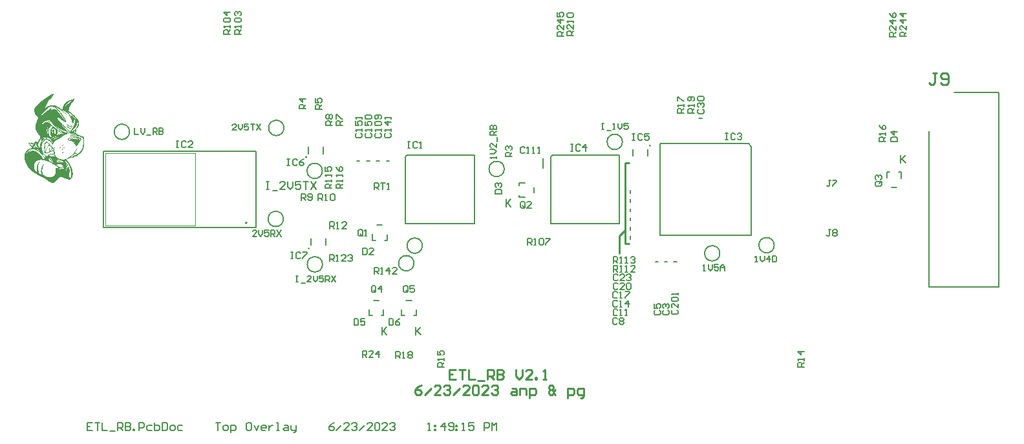
<source format=gto>
G04*
G04 #@! TF.GenerationSoftware,Altium Limited,Altium Designer,23.6.0 (18)*
G04*
G04 Layer_Color=65535*
%FSLAX43Y43*%
%MOMM*%
G71*
G04*
G04 #@! TF.SameCoordinates,BD1C5E25-77D2-44B3-BBB9-DEE1D7037492*
G04*
G04*
G04 #@! TF.FilePolarity,Positive*
G04*
G01*
G75*
%ADD10C,0.152*%
%ADD11C,0.200*%
%ADD12C,0.127*%
%ADD13C,0.254*%
%ADD14C,0.150*%
%ADD15C,0.102*%
%ADD16C,0.250*%
G36*
X5405Y12510D02*
X5413D01*
Y12506D01*
X5417D01*
Y12502D01*
X5421D01*
Y12499D01*
X5425D01*
Y12495D01*
X5428D01*
Y12487D01*
X5432D01*
Y12475D01*
X5436D01*
Y12471D01*
X5432D01*
Y12467D01*
X5436D01*
Y12451D01*
X5432D01*
Y12435D01*
X5428D01*
Y12416D01*
X5425D01*
Y12404D01*
X5421D01*
Y12396D01*
X5417D01*
Y12384D01*
X5413D01*
Y12372D01*
X5409D01*
Y12364D01*
X5405D01*
Y12356D01*
X5401D01*
Y12348D01*
X5397D01*
Y12340D01*
X5393D01*
Y12333D01*
X5389D01*
Y12325D01*
X5385D01*
Y12317D01*
X5381D01*
Y12309D01*
X5377D01*
Y12301D01*
X5373D01*
Y12293D01*
X5369D01*
Y12289D01*
X5365D01*
Y12281D01*
X5361D01*
Y12273D01*
X5357D01*
Y12269D01*
X5353D01*
Y12261D01*
X5349D01*
Y12257D01*
X5345D01*
Y12250D01*
X5342D01*
Y12242D01*
X5338D01*
Y12238D01*
X5334D01*
Y12230D01*
X5330D01*
Y12226D01*
X5326D01*
Y12218D01*
X5322D01*
Y12214D01*
X5318D01*
Y12206D01*
X5314D01*
Y12198D01*
X5310D01*
Y12194D01*
X5306D01*
Y12190D01*
X5302D01*
Y12182D01*
X5298D01*
Y12178D01*
X5294D01*
Y12170D01*
X5290D01*
Y12167D01*
X5286D01*
Y12163D01*
X5282D01*
Y12155D01*
X5278D01*
Y12151D01*
X5274D01*
Y12143D01*
X5270D01*
Y12139D01*
X5266D01*
Y12131D01*
X5262D01*
Y12127D01*
X5259D01*
Y12123D01*
X5255D01*
Y12115D01*
X5251D01*
Y12111D01*
X5247D01*
Y12103D01*
X5243D01*
Y12099D01*
X5239D01*
Y12095D01*
X5235D01*
Y12087D01*
X5231D01*
Y12084D01*
X5227D01*
Y12080D01*
X5223D01*
Y12072D01*
X5219D01*
Y12068D01*
X5215D01*
Y12064D01*
X5211D01*
Y12056D01*
X5207D01*
Y12052D01*
X5203D01*
Y12048D01*
X5199D01*
Y12044D01*
X5195D01*
Y12036D01*
X5191D01*
Y12032D01*
X5187D01*
Y12028D01*
X5183D01*
Y12024D01*
X5179D01*
Y12016D01*
X5176D01*
Y12012D01*
X5172D01*
Y12008D01*
X5168D01*
Y12004D01*
X5164D01*
Y11997D01*
X5160D01*
Y11993D01*
X5156D01*
Y11989D01*
X5152D01*
Y11985D01*
X5148D01*
Y11977D01*
X5144D01*
Y11973D01*
X5140D01*
Y11969D01*
X5136D01*
Y11965D01*
X5132D01*
Y11961D01*
X5128D01*
Y11957D01*
X5124D01*
Y11953D01*
X5120D01*
Y11949D01*
X5116D01*
Y11945D01*
X5112D01*
Y11941D01*
X5108D01*
Y11937D01*
X5104D01*
Y11929D01*
X5100D01*
Y11925D01*
X5096D01*
Y11921D01*
X5093D01*
Y11917D01*
X5089D01*
Y11914D01*
X5085D01*
Y11910D01*
X5081D01*
Y11906D01*
X5077D01*
Y11902D01*
X5073D01*
Y11898D01*
X5069D01*
Y11894D01*
X5065D01*
Y11890D01*
X5061D01*
Y11886D01*
X5057D01*
Y11882D01*
X5053D01*
Y11878D01*
X5049D01*
Y11874D01*
X5045D01*
Y11870D01*
X5041D01*
Y11866D01*
X5037D01*
Y11862D01*
X5033D01*
Y11858D01*
X5029D01*
Y11854D01*
X5025D01*
Y11850D01*
X5021D01*
Y11846D01*
X5017D01*
Y11842D01*
X5013D01*
Y11838D01*
X5006D01*
Y11831D01*
X4998D01*
Y11823D01*
X4990D01*
Y11819D01*
X4986D01*
Y11815D01*
X4982D01*
Y11811D01*
X4978D01*
Y11807D01*
X4974D01*
Y11803D01*
X4970D01*
Y11799D01*
X4966D01*
Y11795D01*
X4962D01*
Y11791D01*
X4958D01*
Y11787D01*
X4954D01*
Y11783D01*
X4950D01*
Y11779D01*
X4946D01*
Y11775D01*
X4942D01*
Y11771D01*
X4938D01*
Y11767D01*
X4934D01*
Y11763D01*
X4930D01*
Y11759D01*
X4926D01*
Y11755D01*
X4923D01*
Y11751D01*
X4919D01*
Y11748D01*
X4915D01*
Y11744D01*
X4911D01*
Y11740D01*
X4907D01*
Y11736D01*
X4903D01*
Y11732D01*
X4899D01*
Y11728D01*
X4895D01*
Y11724D01*
X4891D01*
Y11720D01*
X4887D01*
Y11716D01*
X4883D01*
Y11712D01*
X4879D01*
Y11708D01*
X4875D01*
Y11704D01*
X4871D01*
Y11700D01*
X4863D01*
Y11692D01*
X4859D01*
Y11688D01*
X4855D01*
Y11684D01*
X4851D01*
Y11680D01*
X4843D01*
Y11676D01*
X4840D01*
Y11672D01*
X4836D01*
Y11668D01*
X4832D01*
Y11665D01*
X4828D01*
Y11661D01*
X4824D01*
Y11657D01*
X4820D01*
Y11653D01*
X4816D01*
Y11649D01*
X4812D01*
Y11645D01*
X4808D01*
Y11641D01*
X4804D01*
Y11637D01*
X4800D01*
Y11633D01*
X4796D01*
Y11629D01*
X4792D01*
Y11625D01*
X4788D01*
Y11621D01*
X4784D01*
Y11617D01*
X4780D01*
Y11613D01*
X4776D01*
Y11609D01*
X4772D01*
Y11605D01*
X4768D01*
Y11601D01*
X4764D01*
Y11597D01*
X4760D01*
Y11593D01*
X4757D01*
Y11589D01*
X4753D01*
Y11585D01*
X4749D01*
Y11582D01*
X4745D01*
Y11574D01*
X4741D01*
Y11570D01*
X4737D01*
Y11566D01*
X4733D01*
Y11558D01*
X4729D01*
Y11554D01*
X4725D01*
Y11546D01*
X4721D01*
Y11542D01*
X4717D01*
Y11534D01*
X4713D01*
Y11526D01*
X4709D01*
Y11522D01*
X4705D01*
Y11514D01*
X4701D01*
Y11506D01*
X4697D01*
Y11499D01*
X4693D01*
Y11495D01*
X4689D01*
Y11487D01*
X4685D01*
Y11479D01*
X4681D01*
Y11471D01*
X4677D01*
Y11467D01*
X4674D01*
Y11459D01*
X4670D01*
Y11451D01*
X4666D01*
Y11447D01*
X4662D01*
Y11439D01*
X4658D01*
Y11431D01*
X4654D01*
Y11423D01*
X4650D01*
Y11416D01*
X4646D01*
Y11408D01*
X4642D01*
Y11400D01*
X4638D01*
Y11392D01*
X4634D01*
Y11388D01*
X4630D01*
Y11380D01*
X4626D01*
Y11372D01*
X4622D01*
Y11364D01*
X4618D01*
Y11356D01*
X4614D01*
Y11348D01*
X4610D01*
Y11340D01*
X4606D01*
Y11333D01*
X4602D01*
Y11325D01*
X4598D01*
Y11321D01*
X4594D01*
Y11313D01*
X4591D01*
Y11305D01*
X4587D01*
Y11297D01*
X4583D01*
Y11289D01*
X4579D01*
Y11281D01*
X4575D01*
Y11273D01*
X4571D01*
Y11265D01*
X4567D01*
Y11257D01*
X4563D01*
Y11253D01*
X4559D01*
Y11242D01*
X4555D01*
Y11234D01*
X4551D01*
Y11230D01*
X4547D01*
Y11218D01*
X4543D01*
Y11214D01*
X4539D01*
Y11206D01*
X4535D01*
Y11194D01*
X4531D01*
Y11186D01*
X4527D01*
Y11178D01*
X4523D01*
Y11174D01*
X4519D01*
Y11166D01*
X4515D01*
Y11159D01*
X4511D01*
Y11151D01*
X4508D01*
Y11143D01*
X4504D01*
Y11131D01*
X4500D01*
Y11127D01*
X4496D01*
Y11119D01*
X4492D01*
Y11111D01*
X4488D01*
Y11103D01*
X4484D01*
Y11095D01*
X4480D01*
Y11087D01*
X4476D01*
Y11080D01*
X4472D01*
Y11072D01*
X4468D01*
Y11064D01*
X4464D01*
Y11056D01*
X4460D01*
Y11048D01*
X4456D01*
Y11040D01*
X4452D01*
Y11032D01*
X4448D01*
Y11024D01*
X4444D01*
Y11020D01*
X4440D01*
Y11008D01*
X4436D01*
Y11004D01*
X4432D01*
Y10993D01*
X4428D01*
Y10985D01*
X4424D01*
Y10977D01*
X4421D01*
Y10969D01*
X4417D01*
Y10961D01*
X4413D01*
Y10953D01*
X4409D01*
Y10945D01*
X4405D01*
Y10937D01*
X4401D01*
Y10929D01*
X4397D01*
Y10921D01*
X4393D01*
Y10914D01*
X4389D01*
Y10902D01*
X4385D01*
Y10894D01*
X4381D01*
Y10886D01*
X4377D01*
Y10878D01*
X4373D01*
Y10870D01*
X4369D01*
Y10862D01*
X4365D01*
Y10854D01*
X4361D01*
Y10846D01*
X4357D01*
Y10838D01*
X4353D01*
Y10831D01*
X4349D01*
Y10819D01*
X4345D01*
Y10807D01*
X4341D01*
Y10795D01*
X4338D01*
Y10783D01*
X4334D01*
Y10767D01*
X4330D01*
Y10748D01*
X4326D01*
Y10720D01*
X4322D01*
Y10621D01*
X4326D01*
Y10609D01*
X4330D01*
Y10613D01*
X4334D01*
Y10617D01*
X4338D01*
Y10621D01*
X4341D01*
Y10625D01*
X4345D01*
Y10629D01*
X4349D01*
Y10633D01*
X4353D01*
Y10637D01*
X4357D01*
Y10641D01*
X4361D01*
Y10645D01*
X4365D01*
Y10649D01*
X4369D01*
Y10653D01*
X4373D01*
Y10657D01*
X4377D01*
Y10661D01*
X4381D01*
Y10664D01*
X4385D01*
Y10668D01*
X4393D01*
Y10672D01*
X4397D01*
Y10676D01*
X4401D01*
Y10680D01*
X4405D01*
Y10684D01*
X4409D01*
Y10688D01*
X4417D01*
Y10692D01*
X4421D01*
Y10696D01*
X4424D01*
Y10700D01*
X4428D01*
Y10704D01*
X4436D01*
Y10708D01*
X4440D01*
Y10712D01*
X4444D01*
Y10716D01*
X4452D01*
Y10720D01*
X4456D01*
Y10724D01*
X4460D01*
Y10728D01*
X4468D01*
Y10732D01*
X4472D01*
Y10736D01*
X4480D01*
Y10740D01*
X4484D01*
Y10744D01*
X4488D01*
Y10748D01*
X4496D01*
Y10751D01*
X4500D01*
Y10755D01*
X4504D01*
Y10759D01*
X4511D01*
Y10763D01*
X4515D01*
Y10767D01*
X4523D01*
Y10771D01*
X4527D01*
Y10775D01*
X4535D01*
Y10779D01*
X4539D01*
Y10783D01*
X4547D01*
Y10787D01*
X4551D01*
Y10791D01*
X4559D01*
Y10795D01*
X4563D01*
Y10799D01*
X4571D01*
Y10803D01*
X4575D01*
Y10807D01*
X4583D01*
Y10811D01*
X4591D01*
Y10815D01*
X4594D01*
Y10819D01*
X4602D01*
Y10823D01*
X4606D01*
Y10827D01*
X4614D01*
Y10831D01*
X4622D01*
Y10834D01*
X4626D01*
Y10838D01*
X4634D01*
Y10842D01*
X4642D01*
Y10846D01*
X4650D01*
Y10850D01*
X4654D01*
Y10854D01*
X4662D01*
Y10858D01*
X4666D01*
Y10862D01*
X4674D01*
Y10866D01*
X4681D01*
Y10870D01*
X4689D01*
Y10874D01*
X4697D01*
Y10878D01*
X4705D01*
Y10882D01*
X4713D01*
Y10886D01*
X4725D01*
Y10890D01*
X4729D01*
Y10894D01*
X4741D01*
Y10898D01*
X4753D01*
Y10902D01*
X4760D01*
Y10906D01*
X4772D01*
Y10910D01*
X4780D01*
Y10914D01*
X4796D01*
Y10917D01*
X4808D01*
Y10921D01*
X4816D01*
Y10925D01*
X4828D01*
Y10929D01*
X4840D01*
Y10933D01*
X4859D01*
Y10937D01*
X4871D01*
Y10941D01*
X4887D01*
Y10945D01*
X4903D01*
Y10949D01*
X4919D01*
Y10953D01*
X4934D01*
Y10957D01*
X4954D01*
Y10961D01*
X4974D01*
Y10965D01*
X4998D01*
Y10969D01*
X5017D01*
Y10973D01*
X5049D01*
Y10977D01*
X5073D01*
Y10981D01*
X5104D01*
Y10985D01*
X5140D01*
Y10989D01*
X5191D01*
Y10993D01*
X5195D01*
Y10989D01*
X5199D01*
Y10993D01*
X5251D01*
Y10997D01*
X5440D01*
Y10993D01*
X5496D01*
Y10989D01*
X5535D01*
Y10985D01*
X5559D01*
Y10981D01*
X5583D01*
Y10977D01*
X5598D01*
Y10973D01*
X5614D01*
Y10969D01*
X5630D01*
Y10965D01*
X5642D01*
Y10961D01*
X5654D01*
Y10957D01*
X5662D01*
Y10953D01*
X5674D01*
Y10949D01*
X5685D01*
Y10945D01*
X5693D01*
Y10941D01*
X5705D01*
Y10937D01*
X5713D01*
Y10933D01*
X5725D01*
Y10929D01*
X5733D01*
Y10925D01*
X5737D01*
Y10921D01*
X5749D01*
Y10917D01*
X5757D01*
Y10914D01*
X5764D01*
Y10910D01*
X5772D01*
Y10906D01*
X5780D01*
Y10902D01*
X5788D01*
Y10898D01*
X5796D01*
Y10894D01*
X5804D01*
Y10890D01*
X5812D01*
Y10886D01*
X5820D01*
Y10882D01*
X5824D01*
Y10878D01*
X5832D01*
Y10874D01*
X5840D01*
Y10870D01*
X5847D01*
Y10866D01*
X5855D01*
Y10862D01*
X5863D01*
Y10858D01*
X5867D01*
Y10854D01*
X5875D01*
Y10850D01*
X5883D01*
Y10846D01*
X5891D01*
Y10842D01*
X5895D01*
Y10838D01*
X5903D01*
Y10834D01*
X5907D01*
Y10831D01*
X5915D01*
Y10827D01*
X5923D01*
Y10823D01*
X5930D01*
Y10819D01*
X5934D01*
Y10815D01*
X5942D01*
Y10811D01*
X5946D01*
Y10807D01*
X5954D01*
Y10803D01*
X5962D01*
Y10799D01*
X5966D01*
Y10795D01*
X5974D01*
Y10791D01*
X5982D01*
Y10787D01*
X5986D01*
Y10783D01*
X5994D01*
Y10779D01*
X6002D01*
Y10775D01*
X6006D01*
Y10771D01*
X6013D01*
Y10767D01*
X6017D01*
Y10763D01*
X6025D01*
Y10759D01*
X6029D01*
Y10755D01*
X6037D01*
Y10751D01*
X6041D01*
Y10748D01*
X6049D01*
Y10744D01*
X6053D01*
Y10740D01*
X6057D01*
Y10736D01*
X6065D01*
Y10732D01*
X6073D01*
Y10728D01*
X6077D01*
Y10724D01*
X6085D01*
Y10720D01*
X6089D01*
Y10716D01*
X6096D01*
Y10712D01*
X6100D01*
Y10708D01*
X6108D01*
Y10704D01*
X6112D01*
Y10700D01*
X6120D01*
Y10696D01*
X6124D01*
Y10692D01*
X6128D01*
Y10688D01*
X6136D01*
Y10684D01*
X6140D01*
Y10680D01*
X6148D01*
Y10676D01*
X6152D01*
Y10672D01*
X6160D01*
Y10668D01*
X6164D01*
Y10664D01*
X6168D01*
Y10661D01*
X6176D01*
Y10657D01*
X6179D01*
Y10653D01*
X6187D01*
Y10649D01*
X6191D01*
Y10645D01*
X6199D01*
Y10641D01*
X6203D01*
Y10637D01*
X6211D01*
Y10633D01*
X6215D01*
Y10629D01*
X6223D01*
Y10625D01*
X6227D01*
Y10621D01*
X6231D01*
Y10617D01*
X6239D01*
Y10613D01*
X6247D01*
Y10609D01*
X6251D01*
Y10605D01*
X6255D01*
Y10601D01*
X6262D01*
Y10597D01*
X6266D01*
Y10593D01*
X6270D01*
Y10589D01*
X6278D01*
Y10585D01*
X6286D01*
Y10581D01*
X6290D01*
Y10578D01*
X6294D01*
Y10574D01*
X6298D01*
Y10570D01*
X6306D01*
Y10566D01*
X6310D01*
Y10562D01*
X6318D01*
Y10558D01*
X6322D01*
Y10554D01*
X6330D01*
Y10550D01*
X6334D01*
Y10546D01*
X6338D01*
Y10542D01*
X6342D01*
Y10538D01*
X6349D01*
Y10534D01*
X6357D01*
Y10530D01*
X6361D01*
Y10526D01*
X6369D01*
Y10522D01*
X6373D01*
Y10518D01*
X6381D01*
Y10514D01*
X6385D01*
Y10510D01*
X6389D01*
Y10506D01*
X6397D01*
Y10502D01*
X6405D01*
Y10498D01*
X6409D01*
Y10495D01*
X6417D01*
Y10491D01*
X6421D01*
Y10487D01*
X6429D01*
Y10483D01*
X6432D01*
Y10479D01*
X6436D01*
Y10475D01*
X6448D01*
Y10471D01*
X6452D01*
Y10467D01*
X6460D01*
Y10463D01*
X6468D01*
Y10459D01*
X6480D01*
Y10455D01*
X6496D01*
Y10451D01*
X6515D01*
Y10447D01*
X6626D01*
Y10451D01*
X6630D01*
Y10447D01*
X6634D01*
Y10451D01*
X6642D01*
Y10471D01*
X6638D01*
Y10491D01*
X6634D01*
Y10510D01*
X6630D01*
Y10538D01*
X6626D01*
Y10585D01*
X6622D01*
Y10649D01*
X6626D01*
Y10712D01*
X6630D01*
Y10736D01*
X6634D01*
Y10759D01*
X6638D01*
Y10783D01*
X6642D01*
Y10799D01*
X6646D01*
Y10819D01*
X6650D01*
Y10831D01*
X6654D01*
Y10846D01*
X6658D01*
Y10858D01*
X6662D01*
Y10870D01*
X6666D01*
Y10882D01*
X6670D01*
Y10894D01*
X6674D01*
Y10902D01*
X6678D01*
Y10914D01*
X6681D01*
Y10925D01*
X6685D01*
Y10933D01*
X6689D01*
Y10941D01*
X6693D01*
Y10953D01*
X6697D01*
Y10957D01*
X6701D01*
Y10969D01*
X6705D01*
Y10977D01*
X6709D01*
Y10985D01*
X6713D01*
Y10993D01*
X6717D01*
Y11000D01*
X6721D01*
Y11008D01*
X6725D01*
Y11012D01*
X6729D01*
Y11020D01*
X6733D01*
Y11028D01*
X6737D01*
Y11036D01*
X6741D01*
Y11044D01*
X6745D01*
Y11048D01*
X6749D01*
Y11056D01*
X6753D01*
Y11060D01*
X6757D01*
Y11068D01*
X6761D01*
Y11076D01*
X6764D01*
Y11080D01*
X6768D01*
Y11087D01*
X6772D01*
Y11091D01*
X6776D01*
Y11099D01*
X6780D01*
Y11103D01*
X6784D01*
Y11107D01*
X6788D01*
Y11115D01*
X6792D01*
Y11119D01*
X6796D01*
Y11123D01*
X6800D01*
Y11131D01*
X6804D01*
Y11135D01*
X6808D01*
Y11139D01*
X6812D01*
Y11147D01*
X6816D01*
Y11151D01*
X6820D01*
Y11159D01*
X6824D01*
Y11163D01*
X6828D01*
Y11166D01*
X6832D01*
Y11170D01*
X6836D01*
Y11174D01*
X6840D01*
Y11182D01*
X6844D01*
Y11186D01*
X6847D01*
Y11190D01*
X6851D01*
Y11194D01*
X6855D01*
Y11198D01*
X6859D01*
Y11202D01*
X6863D01*
Y11210D01*
X6871D01*
Y11218D01*
X6875D01*
Y11222D01*
X6879D01*
Y11226D01*
X6883D01*
Y11230D01*
X6887D01*
Y11234D01*
X6891D01*
Y11238D01*
X6895D01*
Y11242D01*
X6899D01*
Y11246D01*
X6903D01*
Y11249D01*
X6907D01*
Y11253D01*
X6911D01*
Y11257D01*
X6915D01*
Y11261D01*
X6919D01*
Y11265D01*
X6923D01*
Y11269D01*
X6927D01*
Y11273D01*
X6931D01*
Y11277D01*
X6934D01*
Y11281D01*
X6938D01*
Y11285D01*
X6942D01*
Y11289D01*
X6946D01*
Y11293D01*
X6950D01*
Y11297D01*
X6958D01*
Y11301D01*
X6962D01*
Y11305D01*
X6966D01*
Y11309D01*
X6970D01*
Y11313D01*
X6974D01*
Y11317D01*
X6978D01*
Y11321D01*
X6982D01*
Y11325D01*
X6990D01*
Y11329D01*
X6994D01*
Y11333D01*
X6998D01*
Y11336D01*
X7002D01*
Y11340D01*
X7006D01*
Y11344D01*
X7014D01*
Y11348D01*
X7017D01*
Y11352D01*
X7021D01*
Y11356D01*
X7029D01*
Y11360D01*
X7033D01*
Y11364D01*
X7037D01*
Y11368D01*
X7041D01*
Y11372D01*
X7045D01*
Y11376D01*
X7053D01*
Y11380D01*
X7057D01*
Y11384D01*
X7065D01*
Y11388D01*
X7069D01*
Y11392D01*
X7073D01*
Y11396D01*
X7081D01*
Y11400D01*
X7085D01*
Y11404D01*
X7089D01*
Y11408D01*
X7097D01*
Y11412D01*
X7100D01*
Y11416D01*
X7104D01*
Y11419D01*
X7112D01*
Y11423D01*
X7116D01*
Y11427D01*
X7124D01*
Y11431D01*
X7128D01*
Y11435D01*
X7136D01*
Y11439D01*
X7144D01*
Y11443D01*
X7148D01*
Y11447D01*
X7152D01*
Y11451D01*
X7160D01*
Y11455D01*
X7168D01*
Y11459D01*
X7172D01*
Y11463D01*
X7180D01*
Y11467D01*
X7183D01*
Y11471D01*
X7191D01*
Y11475D01*
X7199D01*
Y11479D01*
X7203D01*
Y11483D01*
X7211D01*
Y11487D01*
X7219D01*
Y11491D01*
X7227D01*
Y11495D01*
X7231D01*
Y11499D01*
X7239D01*
Y11502D01*
X7247D01*
Y11506D01*
X7255D01*
Y11510D01*
X7259D01*
Y11514D01*
X7266D01*
Y11518D01*
X7274D01*
Y11522D01*
X7282D01*
Y11526D01*
X7286D01*
Y11530D01*
X7294D01*
Y11534D01*
X7302D01*
Y11538D01*
X7310D01*
Y11542D01*
X7318D01*
Y11546D01*
X7326D01*
Y11550D01*
X7334D01*
Y11554D01*
X7338D01*
Y11558D01*
X7350D01*
Y11562D01*
X7357D01*
Y11566D01*
X7365D01*
Y11570D01*
X7373D01*
Y11574D01*
X7381D01*
Y11578D01*
X7389D01*
Y11582D01*
X7397D01*
Y11585D01*
X7405D01*
Y11589D01*
X7413D01*
Y11593D01*
X7421D01*
Y11597D01*
X7432D01*
Y11601D01*
X7440D01*
Y11605D01*
X7448D01*
Y11609D01*
X7456D01*
Y11613D01*
X7468D01*
Y11617D01*
X7472D01*
Y11621D01*
X7484D01*
Y11625D01*
X7492D01*
Y11629D01*
X7504D01*
Y11633D01*
X7512D01*
Y11637D01*
X7523D01*
Y11641D01*
X7535D01*
Y11645D01*
X7539D01*
Y11649D01*
X7551D01*
Y11653D01*
X7559D01*
Y11657D01*
X7567D01*
Y11661D01*
X7583D01*
Y11665D01*
X7591D01*
Y11668D01*
X7602D01*
Y11672D01*
X7610D01*
Y11676D01*
X7622D01*
Y11680D01*
X7630D01*
Y11684D01*
X7642D01*
Y11688D01*
X7654D01*
Y11692D01*
X7666D01*
Y11696D01*
X7674D01*
Y11700D01*
X7689D01*
Y11704D01*
X7697D01*
Y11708D01*
X7709D01*
Y11712D01*
X7725D01*
Y11716D01*
X7737D01*
Y11720D01*
X7745D01*
Y11724D01*
X7757D01*
Y11728D01*
X7768D01*
Y11732D01*
X7780D01*
Y11736D01*
X7792D01*
Y11740D01*
X7808D01*
Y11744D01*
X7820D01*
Y11748D01*
X7832D01*
Y11751D01*
X7844D01*
Y11755D01*
X7855D01*
Y11759D01*
X7871D01*
Y11763D01*
X7883D01*
Y11767D01*
X7899D01*
Y11771D01*
X7911D01*
Y11775D01*
X7931D01*
Y11779D01*
X7946D01*
Y11783D01*
X7966D01*
Y11787D01*
X7990D01*
Y11791D01*
X8065D01*
Y11787D01*
X8085D01*
Y11783D01*
X8093D01*
Y11779D01*
X8101D01*
Y11775D01*
X8108D01*
Y11771D01*
X8112D01*
Y11767D01*
X8116D01*
Y11759D01*
X8120D01*
Y11712D01*
X8116D01*
Y11696D01*
X8112D01*
Y11684D01*
X8108D01*
Y11676D01*
X8104D01*
Y11665D01*
X8101D01*
Y11657D01*
X8097D01*
Y11649D01*
X8093D01*
Y11637D01*
X8089D01*
Y11633D01*
X8085D01*
Y11625D01*
X8081D01*
Y11617D01*
X8077D01*
Y11609D01*
X8073D01*
Y11601D01*
X8069D01*
Y11597D01*
X8065D01*
Y11589D01*
X8061D01*
Y11585D01*
X8057D01*
Y11578D01*
X8053D01*
Y11570D01*
X8049D01*
Y11566D01*
X8045D01*
Y11558D01*
X8041D01*
Y11554D01*
X8037D01*
Y11546D01*
X8033D01*
Y11542D01*
X8029D01*
Y11538D01*
X8025D01*
Y11530D01*
X8021D01*
Y11526D01*
X8017D01*
Y11518D01*
X8014D01*
Y11514D01*
X8010D01*
Y11510D01*
X8006D01*
Y11502D01*
X8002D01*
Y11499D01*
X7998D01*
Y11495D01*
X7994D01*
Y11487D01*
X7990D01*
Y11483D01*
X7986D01*
Y11479D01*
X7982D01*
Y11475D01*
X7978D01*
Y11471D01*
X7974D01*
Y11463D01*
X7970D01*
Y11459D01*
X7966D01*
Y11455D01*
X7962D01*
Y11451D01*
X7958D01*
Y11447D01*
X7954D01*
Y11443D01*
X7950D01*
Y11439D01*
X7946D01*
Y11435D01*
X7942D01*
Y11431D01*
X7938D01*
Y11427D01*
X7935D01*
Y11419D01*
X7927D01*
Y11416D01*
X7923D01*
Y11412D01*
X7919D01*
Y11408D01*
X7915D01*
Y11404D01*
X7911D01*
Y11400D01*
X7907D01*
Y11396D01*
X7899D01*
Y11392D01*
X7895D01*
Y11388D01*
X7891D01*
Y11384D01*
X7887D01*
Y11380D01*
X7883D01*
Y11376D01*
X7879D01*
Y11372D01*
X7875D01*
Y11368D01*
X7871D01*
Y11364D01*
X7863D01*
Y11356D01*
X7855D01*
Y11352D01*
X7851D01*
Y11348D01*
X7848D01*
Y11344D01*
X7844D01*
Y11340D01*
X7840D01*
Y11336D01*
X7836D01*
Y11333D01*
X7832D01*
Y11329D01*
X7828D01*
Y11325D01*
X7824D01*
Y11317D01*
X7816D01*
Y11313D01*
X7812D01*
Y11305D01*
X7808D01*
Y11301D01*
X7804D01*
Y11297D01*
X7800D01*
Y11293D01*
X7796D01*
Y11289D01*
X7792D01*
Y11285D01*
X7788D01*
Y11281D01*
X7784D01*
Y11277D01*
X7780D01*
Y11269D01*
X7776D01*
Y11265D01*
X7772D01*
Y11261D01*
X7768D01*
Y11257D01*
X7765D01*
Y11253D01*
X7761D01*
Y11246D01*
X7757D01*
Y11242D01*
X7753D01*
Y11238D01*
X7749D01*
Y11234D01*
X7745D01*
Y11230D01*
X7741D01*
Y11222D01*
X7737D01*
Y11218D01*
X7733D01*
Y11214D01*
X7729D01*
Y11206D01*
X7725D01*
Y11202D01*
X7721D01*
Y11198D01*
X7717D01*
Y11190D01*
X7713D01*
Y11186D01*
X7709D01*
Y11182D01*
X7705D01*
Y11174D01*
X7701D01*
Y11166D01*
X7697D01*
Y11163D01*
X7693D01*
Y11155D01*
X7689D01*
Y11147D01*
X7685D01*
Y11139D01*
X7682D01*
Y11131D01*
X7678D01*
Y11123D01*
X7674D01*
Y11115D01*
X7670D01*
Y11107D01*
X7666D01*
Y11099D01*
X7662D01*
Y11091D01*
X7658D01*
Y11083D01*
X7654D01*
Y11072D01*
X7650D01*
Y11064D01*
X7646D01*
Y11056D01*
X7642D01*
Y11048D01*
X7638D01*
Y11036D01*
X7634D01*
Y11028D01*
X7630D01*
Y11020D01*
X7626D01*
Y11012D01*
X7622D01*
Y11004D01*
X7618D01*
Y10997D01*
X7614D01*
Y10989D01*
X7610D01*
Y10977D01*
X7606D01*
Y10969D01*
X7602D01*
Y10957D01*
X7599D01*
Y10949D01*
X7595D01*
Y10941D01*
X7591D01*
Y10933D01*
X7587D01*
Y10925D01*
X7583D01*
Y10914D01*
X7579D01*
Y10906D01*
X7575D01*
Y10898D01*
X7571D01*
Y10886D01*
X7567D01*
Y10878D01*
X7563D01*
Y10870D01*
X7559D01*
Y10858D01*
X7555D01*
Y10850D01*
X7551D01*
Y10838D01*
X7547D01*
Y10831D01*
X7543D01*
Y10823D01*
X7539D01*
Y10811D01*
X7535D01*
Y10803D01*
X7531D01*
Y10791D01*
X7527D01*
Y10783D01*
X7523D01*
Y10771D01*
X7519D01*
Y10759D01*
X7516D01*
Y10751D01*
X7512D01*
Y10744D01*
X7508D01*
Y10736D01*
X7504D01*
Y10724D01*
X7500D01*
Y10712D01*
X7496D01*
Y10704D01*
X7492D01*
Y10692D01*
X7488D01*
Y10680D01*
X7484D01*
Y10672D01*
X7480D01*
Y10661D01*
X7476D01*
Y10649D01*
X7472D01*
Y10641D01*
X7468D01*
Y10629D01*
X7464D01*
Y10617D01*
X7460D01*
Y10605D01*
X7456D01*
Y10593D01*
X7452D01*
Y10581D01*
X7448D01*
Y10566D01*
X7444D01*
Y10554D01*
X7440D01*
Y10538D01*
X7436D01*
Y10522D01*
X7432D01*
Y10506D01*
X7429D01*
Y10491D01*
X7425D01*
Y10475D01*
X7421D01*
Y10459D01*
X7417D01*
Y10443D01*
X7413D01*
Y10427D01*
X7409D01*
Y10412D01*
X7405D01*
Y10392D01*
X7401D01*
Y10372D01*
X7397D01*
Y10356D01*
X7393D01*
Y10340D01*
X7389D01*
Y10325D01*
X7385D01*
Y10309D01*
X7381D01*
Y10293D01*
X7377D01*
Y10277D01*
X7373D01*
Y10249D01*
X7377D01*
Y10246D01*
X7381D01*
Y10242D01*
X7385D01*
Y10238D01*
X7389D01*
Y10234D01*
X7393D01*
Y10230D01*
X7397D01*
Y10226D01*
X7401D01*
Y10222D01*
X7405D01*
Y10218D01*
X7413D01*
Y10214D01*
X7417D01*
Y10210D01*
X7421D01*
Y10206D01*
X7425D01*
Y10202D01*
X7432D01*
Y10198D01*
X7436D01*
Y10194D01*
X7444D01*
Y10190D01*
X7448D01*
Y10186D01*
X7456D01*
Y10182D01*
X7460D01*
Y10178D01*
X7464D01*
Y10174D01*
X7472D01*
Y10170D01*
X7480D01*
Y10166D01*
X7484D01*
Y10163D01*
X7488D01*
Y10159D01*
X7496D01*
Y10155D01*
X7500D01*
Y10151D01*
X7508D01*
Y10147D01*
X7512D01*
Y10143D01*
X7519D01*
Y10139D01*
X7523D01*
Y10135D01*
X7531D01*
Y10131D01*
X7535D01*
Y10127D01*
X7543D01*
Y10123D01*
X7547D01*
Y10119D01*
X7555D01*
Y10115D01*
X7559D01*
Y10111D01*
X7567D01*
Y10107D01*
X7575D01*
Y10103D01*
X7579D01*
Y10099D01*
X7583D01*
Y10095D01*
X7591D01*
Y10091D01*
X7595D01*
Y10087D01*
X7599D01*
Y10083D01*
X7606D01*
Y10079D01*
X7610D01*
Y10076D01*
X7614D01*
Y10072D01*
X7622D01*
Y10068D01*
X7626D01*
Y10064D01*
X7630D01*
Y10060D01*
X7638D01*
Y10056D01*
X7642D01*
Y10052D01*
X7646D01*
Y10048D01*
X7654D01*
Y10044D01*
X7658D01*
Y10040D01*
X7662D01*
Y10036D01*
X7670D01*
Y10032D01*
X7674D01*
Y10028D01*
X7678D01*
Y10024D01*
X7682D01*
Y10020D01*
X7685D01*
Y10016D01*
X7693D01*
Y10012D01*
X7697D01*
Y10008D01*
X7701D01*
Y10004D01*
X7705D01*
Y10000D01*
X7709D01*
Y9996D01*
X7717D01*
Y9993D01*
X7721D01*
Y9989D01*
X7725D01*
Y9985D01*
X7729D01*
Y9981D01*
X7733D01*
Y9977D01*
X7741D01*
Y9973D01*
X7745D01*
Y9969D01*
X7749D01*
Y9965D01*
X7753D01*
Y9961D01*
X7757D01*
Y9957D01*
X7761D01*
Y9953D01*
X7768D01*
Y9949D01*
X7772D01*
Y9945D01*
X7776D01*
Y9941D01*
X7780D01*
Y9937D01*
X7788D01*
Y9933D01*
X7792D01*
Y9929D01*
X7796D01*
Y9925D01*
X7800D01*
Y9921D01*
X7804D01*
Y9917D01*
X7808D01*
Y9913D01*
X7812D01*
Y9910D01*
X7820D01*
Y9906D01*
X7824D01*
Y9902D01*
X7828D01*
Y9898D01*
X7832D01*
Y9894D01*
X7836D01*
Y9890D01*
X7844D01*
Y9886D01*
X7848D01*
Y9882D01*
X7851D01*
Y9878D01*
X7855D01*
Y9874D01*
X7859D01*
Y9870D01*
X7863D01*
Y9866D01*
X7867D01*
Y9862D01*
X7871D01*
Y9858D01*
X7875D01*
Y9854D01*
X7883D01*
Y9850D01*
X7887D01*
Y9846D01*
X7891D01*
Y9842D01*
X7895D01*
Y9838D01*
X7899D01*
Y9834D01*
X7903D01*
Y9830D01*
X7907D01*
Y9827D01*
X7915D01*
Y9819D01*
X7923D01*
Y9815D01*
X7927D01*
Y9811D01*
X7931D01*
Y9807D01*
X7935D01*
Y9803D01*
X7938D01*
Y9799D01*
X7942D01*
Y9795D01*
X7950D01*
Y9791D01*
X7954D01*
Y9787D01*
X7958D01*
Y9783D01*
X7962D01*
Y9779D01*
X7966D01*
Y9775D01*
X7970D01*
Y9771D01*
X7974D01*
Y9767D01*
X7978D01*
Y9763D01*
X7982D01*
Y9759D01*
X7986D01*
Y9755D01*
X7990D01*
Y9751D01*
X7994D01*
Y9747D01*
X8002D01*
Y9744D01*
X8006D01*
Y9740D01*
X8010D01*
Y9736D01*
X8014D01*
Y9732D01*
X8017D01*
Y9728D01*
X8021D01*
Y9724D01*
X8025D01*
Y9720D01*
X8029D01*
Y9716D01*
X8033D01*
Y9712D01*
X8037D01*
Y9708D01*
X8041D01*
Y9704D01*
X8045D01*
Y9700D01*
X8049D01*
Y9696D01*
X8053D01*
Y9692D01*
X8057D01*
Y9688D01*
X8065D01*
Y9680D01*
X8073D01*
Y9676D01*
X8077D01*
Y9668D01*
X8085D01*
Y9664D01*
X8089D01*
Y9661D01*
X8093D01*
Y9657D01*
X8097D01*
Y9653D01*
X8101D01*
Y9649D01*
X8104D01*
Y9645D01*
X8108D01*
Y9641D01*
X8112D01*
Y9637D01*
X8116D01*
Y9633D01*
X8120D01*
Y9629D01*
X8124D01*
Y9625D01*
X8128D01*
Y9621D01*
X8132D01*
Y9617D01*
X8136D01*
Y9613D01*
X8140D01*
Y9609D01*
X8144D01*
Y9605D01*
X8148D01*
Y9601D01*
X8152D01*
Y9597D01*
X8156D01*
Y9593D01*
X8160D01*
Y9589D01*
X8164D01*
Y9585D01*
X8168D01*
Y9581D01*
X8172D01*
Y9578D01*
X8176D01*
Y9574D01*
X8180D01*
Y9570D01*
X8184D01*
Y9566D01*
X8187D01*
Y9562D01*
X8191D01*
Y9558D01*
X8195D01*
Y9554D01*
X8199D01*
Y9550D01*
X8203D01*
Y9546D01*
X8207D01*
Y9542D01*
X8211D01*
Y9538D01*
X8215D01*
Y9534D01*
X8219D01*
Y9530D01*
X8223D01*
Y9526D01*
X8227D01*
Y9522D01*
X8231D01*
Y9518D01*
X8235D01*
Y9514D01*
X8239D01*
Y9510D01*
X8243D01*
Y9506D01*
X8247D01*
Y9502D01*
X8251D01*
Y9498D01*
X8255D01*
Y9491D01*
X8263D01*
Y9483D01*
X8267D01*
Y9479D01*
X8270D01*
Y9475D01*
X8274D01*
Y9471D01*
X8278D01*
Y9467D01*
X8282D01*
Y9463D01*
X8286D01*
Y9459D01*
X8290D01*
Y9455D01*
X8294D01*
Y9451D01*
X8298D01*
Y9447D01*
X8302D01*
Y9439D01*
X8306D01*
Y9435D01*
X8310D01*
Y9431D01*
X8318D01*
Y9423D01*
X8322D01*
Y9419D01*
X8326D01*
Y9415D01*
X8330D01*
Y9411D01*
X8334D01*
Y9408D01*
X8338D01*
Y9404D01*
X8342D01*
Y9400D01*
X8346D01*
Y9396D01*
X8350D01*
Y9388D01*
X8353D01*
Y9384D01*
X8357D01*
Y9380D01*
X8361D01*
Y9376D01*
X8365D01*
Y9372D01*
X8369D01*
Y9368D01*
X8373D01*
Y9364D01*
X8377D01*
Y9360D01*
X8381D01*
Y9352D01*
X8385D01*
Y9348D01*
X8389D01*
Y9344D01*
X8393D01*
Y9340D01*
X8397D01*
Y9336D01*
X8401D01*
Y9332D01*
X8405D01*
Y9328D01*
X8409D01*
Y9321D01*
X8413D01*
Y9317D01*
X8417D01*
Y9313D01*
X8421D01*
Y9309D01*
X8425D01*
Y9301D01*
X8429D01*
Y9297D01*
X8433D01*
Y9293D01*
X8436D01*
Y9289D01*
X8440D01*
Y9285D01*
X8444D01*
Y9277D01*
X8448D01*
Y9273D01*
X8452D01*
Y9269D01*
X8456D01*
Y9265D01*
X8460D01*
Y9257D01*
X8464D01*
Y9253D01*
X8468D01*
Y9249D01*
X8472D01*
Y9245D01*
X8476D01*
Y9238D01*
X8480D01*
Y9234D01*
X8484D01*
Y9230D01*
X8488D01*
Y9226D01*
X8492D01*
Y9218D01*
X8496D01*
Y9214D01*
X8500D01*
Y9210D01*
X8504D01*
Y9206D01*
X8508D01*
Y9198D01*
X8512D01*
Y9194D01*
X8516D01*
Y9186D01*
X8519D01*
Y9182D01*
X8523D01*
Y9178D01*
X8527D01*
Y9170D01*
X8531D01*
Y9166D01*
X8535D01*
Y9162D01*
X8539D01*
Y9155D01*
X8543D01*
Y9151D01*
X8547D01*
Y9143D01*
X8551D01*
Y9139D01*
X8555D01*
Y9131D01*
X8559D01*
Y9127D01*
X8563D01*
Y9123D01*
X8567D01*
Y9115D01*
X8571D01*
Y9107D01*
X8575D01*
Y9103D01*
X8579D01*
Y9099D01*
X8583D01*
Y9091D01*
X8587D01*
Y9083D01*
X8591D01*
Y9079D01*
X8595D01*
Y9072D01*
X8599D01*
Y9068D01*
X8602D01*
Y9060D01*
X8606D01*
Y9056D01*
X8610D01*
Y9048D01*
X8614D01*
Y9040D01*
X8618D01*
Y9032D01*
X8622D01*
Y9024D01*
X8626D01*
Y9020D01*
X8630D01*
Y9012D01*
X8634D01*
Y9004D01*
X8638D01*
Y8996D01*
X8642D01*
Y8993D01*
X8646D01*
Y8981D01*
X8650D01*
Y8977D01*
X8654D01*
Y8969D01*
X8658D01*
Y8957D01*
X8662D01*
Y8953D01*
X8666D01*
Y8941D01*
X8670D01*
Y8933D01*
X8674D01*
Y8921D01*
X8678D01*
Y8913D01*
X8682D01*
Y8902D01*
X8686D01*
Y8898D01*
X8689D01*
Y8886D01*
X8693D01*
Y8870D01*
X8697D01*
Y8858D01*
X8701D01*
Y8846D01*
X8705D01*
Y8834D01*
X8709D01*
Y8823D01*
X8713D01*
Y8807D01*
X8717D01*
Y8787D01*
X8721D01*
Y8767D01*
X8725D01*
Y8747D01*
X8729D01*
Y8720D01*
X8733D01*
Y8688D01*
X8737D01*
Y8554D01*
X8733D01*
Y8518D01*
X8729D01*
Y8491D01*
X8725D01*
Y8467D01*
X8721D01*
Y8451D01*
X8717D01*
Y8431D01*
X8713D01*
Y8415D01*
X8709D01*
Y8404D01*
X8705D01*
Y8388D01*
X8701D01*
Y8372D01*
X8697D01*
Y8360D01*
X8693D01*
Y8348D01*
X8689D01*
Y8336D01*
X8686D01*
Y8328D01*
X8682D01*
Y8317D01*
X8678D01*
Y8305D01*
X8674D01*
Y8293D01*
X8670D01*
Y8285D01*
X8666D01*
Y8273D01*
X8662D01*
Y8265D01*
X8658D01*
Y8253D01*
X8654D01*
Y8245D01*
X8650D01*
Y8238D01*
X8646D01*
Y8234D01*
X8642D01*
Y8222D01*
X8638D01*
Y8214D01*
X8634D01*
Y8206D01*
X8630D01*
Y8198D01*
X8626D01*
Y8190D01*
X8622D01*
Y8182D01*
X8618D01*
Y8174D01*
X8614D01*
Y8166D01*
X8610D01*
Y8158D01*
X8606D01*
Y8155D01*
X8602D01*
Y8147D01*
X8599D01*
Y8139D01*
X8595D01*
Y8135D01*
X8591D01*
Y8127D01*
X8587D01*
Y8119D01*
X8583D01*
Y8111D01*
X8579D01*
Y8107D01*
X8575D01*
Y8099D01*
X8571D01*
Y8091D01*
X8567D01*
Y8087D01*
X8563D01*
Y8079D01*
X8559D01*
Y8075D01*
X8555D01*
Y8068D01*
X8551D01*
Y8064D01*
X8547D01*
Y8056D01*
X8543D01*
Y8052D01*
X8539D01*
Y8044D01*
X8535D01*
Y8040D01*
X8531D01*
Y8032D01*
X8527D01*
Y8028D01*
X8523D01*
Y8024D01*
X8519D01*
Y8016D01*
X8516D01*
Y8012D01*
X8512D01*
Y8008D01*
X8508D01*
Y8000D01*
X8504D01*
Y7992D01*
X8500D01*
Y7989D01*
X8496D01*
Y7985D01*
X8492D01*
Y7977D01*
X8488D01*
Y7973D01*
X8484D01*
Y7965D01*
X8480D01*
Y7961D01*
X8476D01*
Y7957D01*
X8472D01*
Y7953D01*
X8468D01*
Y7949D01*
X8464D01*
Y7945D01*
X8460D01*
Y7941D01*
X8456D01*
Y7937D01*
X8452D01*
Y7933D01*
X8444D01*
Y7929D01*
X8440D01*
Y7925D01*
X8436D01*
Y7921D01*
X8433D01*
Y7917D01*
X8429D01*
Y7913D01*
X8425D01*
Y7909D01*
X8421D01*
Y7902D01*
X8417D01*
Y7898D01*
X8413D01*
Y7894D01*
X8409D01*
Y7890D01*
X8405D01*
Y7882D01*
X8401D01*
Y7878D01*
X8397D01*
Y7874D01*
X8393D01*
Y7866D01*
X8389D01*
Y7862D01*
X8385D01*
Y7854D01*
X8381D01*
Y7842D01*
X8377D01*
Y7775D01*
X8373D01*
Y7732D01*
X8369D01*
Y7696D01*
X8365D01*
Y7668D01*
X8361D01*
Y7641D01*
X8357D01*
Y7617D01*
X8353D01*
Y7589D01*
X8350D01*
Y7566D01*
X8346D01*
Y7546D01*
X8342D01*
Y7518D01*
X8338D01*
Y7498D01*
X8334D01*
Y7479D01*
X8330D01*
Y7463D01*
X8326D01*
Y7443D01*
X8322D01*
Y7423D01*
X8318D01*
Y7407D01*
X8314D01*
Y7392D01*
X8310D01*
Y7384D01*
X8306D01*
Y7380D01*
X8310D01*
Y7376D01*
X8306D01*
Y7372D01*
X8302D01*
Y7360D01*
X8298D01*
Y7336D01*
X8302D01*
Y7328D01*
X8306D01*
Y7321D01*
X8310D01*
Y7317D01*
X8318D01*
Y7309D01*
X8326D01*
Y7305D01*
X8330D01*
Y7301D01*
X8338D01*
Y7297D01*
X8342D01*
Y7293D01*
X8350D01*
Y7289D01*
X8357D01*
Y7285D01*
X8365D01*
Y7281D01*
X8373D01*
Y7277D01*
X8377D01*
Y7273D01*
X8381D01*
Y7269D01*
X8389D01*
Y7265D01*
X8397D01*
Y7261D01*
X8405D01*
Y7257D01*
X8409D01*
Y7253D01*
X8413D01*
Y7249D01*
X8421D01*
Y7245D01*
X8425D01*
Y7241D01*
X8433D01*
Y7238D01*
X8436D01*
Y7234D01*
X8444D01*
Y7230D01*
X8448D01*
Y7226D01*
X8456D01*
Y7222D01*
X8460D01*
Y7218D01*
X8472D01*
Y7214D01*
X8476D01*
Y7210D01*
X8484D01*
Y7206D01*
X8488D01*
Y7202D01*
X8496D01*
Y7198D01*
X8504D01*
Y7194D01*
X8508D01*
Y7190D01*
X8516D01*
Y7186D01*
X8523D01*
Y7182D01*
X8527D01*
Y7178D01*
X8535D01*
Y7174D01*
X8539D01*
Y7170D01*
X8547D01*
Y7166D01*
X8555D01*
Y7162D01*
X8559D01*
Y7158D01*
X8567D01*
Y7154D01*
X8575D01*
Y7151D01*
X8583D01*
Y7147D01*
X8587D01*
Y7143D01*
X8595D01*
Y7139D01*
X8602D01*
Y7135D01*
X8610D01*
Y7131D01*
X8614D01*
Y7127D01*
X8622D01*
Y7123D01*
X8630D01*
Y7119D01*
X8634D01*
Y7115D01*
X8642D01*
Y7111D01*
X8650D01*
Y7107D01*
X8658D01*
Y7103D01*
X8666D01*
Y7099D01*
X8670D01*
Y7095D01*
X8678D01*
Y7091D01*
X8682D01*
Y7087D01*
X8689D01*
Y7083D01*
X8697D01*
Y7079D01*
X8701D01*
Y7075D01*
X8709D01*
Y7071D01*
X8717D01*
Y7068D01*
X8725D01*
Y7064D01*
X8737D01*
Y7060D01*
X8749D01*
Y7056D01*
X8761D01*
Y7052D01*
X8776D01*
Y7048D01*
X8792D01*
Y7044D01*
X8804D01*
Y7040D01*
X8816D01*
Y7036D01*
X8836D01*
Y7032D01*
X8848D01*
Y7028D01*
X8863D01*
Y7024D01*
X8879D01*
Y7020D01*
X8891D01*
Y7016D01*
X8907D01*
Y7012D01*
X8919D01*
Y7008D01*
X8935D01*
Y7004D01*
X8950D01*
Y7000D01*
X8958D01*
Y6996D01*
X8962D01*
Y7000D01*
X8966D01*
Y6996D01*
X8978D01*
Y6992D01*
X8990D01*
Y6988D01*
X9006D01*
Y6985D01*
X9018D01*
Y6981D01*
X9033D01*
Y6977D01*
X9045D01*
Y6973D01*
X9057D01*
Y6969D01*
X9069D01*
Y6965D01*
X9081D01*
Y6961D01*
X9093D01*
Y6957D01*
X9104D01*
Y6953D01*
X9116D01*
Y6949D01*
X9128D01*
Y6945D01*
X9140D01*
Y6941D01*
X9148D01*
Y6937D01*
X9156D01*
Y6933D01*
X9168D01*
Y6929D01*
X9180D01*
Y6925D01*
X9188D01*
Y6921D01*
X9195D01*
Y6917D01*
X9203D01*
Y6913D01*
X9211D01*
Y6909D01*
X9223D01*
Y6905D01*
X9227D01*
Y6902D01*
X9235D01*
Y6898D01*
X9243D01*
Y6894D01*
X9251D01*
Y6890D01*
X9259D01*
Y6886D01*
X9263D01*
Y6882D01*
X9271D01*
Y6878D01*
X9274D01*
Y6874D01*
X9278D01*
Y6870D01*
X9286D01*
Y6866D01*
X9290D01*
Y6862D01*
X9298D01*
Y6858D01*
X9302D01*
Y6854D01*
X9306D01*
Y6850D01*
X9310D01*
Y6846D01*
X9314D01*
Y6842D01*
X9318D01*
Y6834D01*
X9322D01*
Y6830D01*
X9326D01*
Y6826D01*
X9330D01*
Y6822D01*
X9334D01*
Y6815D01*
X9338D01*
Y6807D01*
X9342D01*
Y6803D01*
X9346D01*
Y6795D01*
X9350D01*
Y6791D01*
X9354D01*
Y6783D01*
X9357D01*
Y6775D01*
X9361D01*
Y6767D01*
X9365D01*
Y6759D01*
X9369D01*
Y6751D01*
X9373D01*
Y6747D01*
X9377D01*
Y6736D01*
X9381D01*
Y6728D01*
X9385D01*
Y6716D01*
X9389D01*
Y6704D01*
X9393D01*
Y6696D01*
X9397D01*
Y6680D01*
X9401D01*
Y6668D01*
X9405D01*
Y6653D01*
X9409D01*
Y6633D01*
X9413D01*
Y6613D01*
X9417D01*
Y6585D01*
X9421D01*
Y6558D01*
X9425D01*
Y6510D01*
X9429D01*
Y6079D01*
X9425D01*
Y6075D01*
X9429D01*
Y6071D01*
X9425D01*
Y5913D01*
X9421D01*
Y5842D01*
X9417D01*
Y5787D01*
X9413D01*
Y5747D01*
X9409D01*
Y5716D01*
X9405D01*
Y5688D01*
X9401D01*
Y5656D01*
X9397D01*
Y5633D01*
X9393D01*
Y5613D01*
X9389D01*
Y5589D01*
X9385D01*
Y5573D01*
X9381D01*
Y5550D01*
X9377D01*
Y5534D01*
X9373D01*
Y5514D01*
X9369D01*
Y5494D01*
X9365D01*
Y5479D01*
X9361D01*
Y5463D01*
X9357D01*
Y5451D01*
X9354D01*
Y5439D01*
X9350D01*
Y5423D01*
X9346D01*
Y5407D01*
X9342D01*
Y5392D01*
X9338D01*
Y5380D01*
X9334D01*
Y5368D01*
X9330D01*
Y5356D01*
X9326D01*
Y5340D01*
X9322D01*
Y5332D01*
X9318D01*
Y5320D01*
X9314D01*
Y5309D01*
X9310D01*
Y5297D01*
X9306D01*
Y5285D01*
X9302D01*
Y5277D01*
X9298D01*
Y5265D01*
X9294D01*
Y5253D01*
X9290D01*
Y5249D01*
X9286D01*
Y5237D01*
X9282D01*
Y5226D01*
X9278D01*
Y5218D01*
X9274D01*
Y5210D01*
X9271D01*
Y5198D01*
X9267D01*
Y5186D01*
X9263D01*
Y5178D01*
X9259D01*
Y5170D01*
X9255D01*
Y5162D01*
X9251D01*
Y5154D01*
X9247D01*
Y5147D01*
X9243D01*
Y5139D01*
X9239D01*
Y5131D01*
X9235D01*
Y5119D01*
X9231D01*
Y5111D01*
X9227D01*
Y5107D01*
X9223D01*
Y5095D01*
X9219D01*
Y5091D01*
X9215D01*
Y5083D01*
X9211D01*
Y5075D01*
X9207D01*
Y5067D01*
X9203D01*
Y5060D01*
X9199D01*
Y5052D01*
X9195D01*
Y5048D01*
X9191D01*
Y5040D01*
X9188D01*
Y5032D01*
X9184D01*
Y5028D01*
X9180D01*
Y5020D01*
X9176D01*
Y5012D01*
X9172D01*
Y5004D01*
X9168D01*
Y5000D01*
X9164D01*
Y4996D01*
X9160D01*
Y4988D01*
X9156D01*
Y4981D01*
X9152D01*
Y4973D01*
X9148D01*
Y4969D01*
X9144D01*
Y4961D01*
X9140D01*
Y4957D01*
X9136D01*
Y4953D01*
X9132D01*
Y4945D01*
X9128D01*
Y4937D01*
X9124D01*
Y4933D01*
X9120D01*
Y4929D01*
X9116D01*
Y4921D01*
X9112D01*
Y4917D01*
X9108D01*
Y4909D01*
X9104D01*
Y4905D01*
X9101D01*
Y4901D01*
X9097D01*
Y4894D01*
X9093D01*
Y4890D01*
X9089D01*
Y4886D01*
X9085D01*
Y4882D01*
X9081D01*
Y4874D01*
X9077D01*
Y4870D01*
X9073D01*
Y4866D01*
X9069D01*
Y4858D01*
X9065D01*
Y4854D01*
X9061D01*
Y4850D01*
X9057D01*
Y4846D01*
X9053D01*
Y4842D01*
X9049D01*
Y4834D01*
X9045D01*
Y4830D01*
X9041D01*
Y4826D01*
X9037D01*
Y4822D01*
X9033D01*
Y4818D01*
X9029D01*
Y4811D01*
X9025D01*
Y4807D01*
X9021D01*
Y4803D01*
X9018D01*
Y4799D01*
X9014D01*
Y4795D01*
X9010D01*
Y4791D01*
X9006D01*
Y4787D01*
X9002D01*
Y4783D01*
X8998D01*
Y4779D01*
X8994D01*
Y4775D01*
X8990D01*
Y4771D01*
X8986D01*
Y4767D01*
X8982D01*
Y4763D01*
X8978D01*
Y4759D01*
X8974D01*
Y4755D01*
X8970D01*
Y4751D01*
X8966D01*
Y4747D01*
X8962D01*
Y4743D01*
X8958D01*
Y4739D01*
X8954D01*
Y4735D01*
X8950D01*
Y4731D01*
X8946D01*
Y4728D01*
X8942D01*
Y4724D01*
X8938D01*
Y4720D01*
X8935D01*
Y4716D01*
X8931D01*
Y4712D01*
X8923D01*
Y4708D01*
X8919D01*
Y4704D01*
X8915D01*
Y4700D01*
X8911D01*
Y4696D01*
X8907D01*
Y4692D01*
X8899D01*
Y4688D01*
X8895D01*
Y4684D01*
X8891D01*
Y4680D01*
X8887D01*
Y4676D01*
X8879D01*
Y4672D01*
X8875D01*
Y4668D01*
X8871D01*
Y4664D01*
X8867D01*
Y4660D01*
X8859D01*
Y4656D01*
X8855D01*
Y4652D01*
X8848D01*
Y4648D01*
X8844D01*
Y4645D01*
X8840D01*
Y4641D01*
X8836D01*
Y4637D01*
X8832D01*
Y4633D01*
X8824D01*
Y4629D01*
X8820D01*
Y4625D01*
X8816D01*
Y4621D01*
X8808D01*
Y4617D01*
X8804D01*
Y4613D01*
X8800D01*
Y4609D01*
X8796D01*
Y4605D01*
X8788D01*
Y4601D01*
X8784D01*
Y4597D01*
X8780D01*
Y4593D01*
X8772D01*
Y4589D01*
X8769D01*
Y4585D01*
X8765D01*
Y4581D01*
X8761D01*
Y4577D01*
X8753D01*
Y4573D01*
X8749D01*
Y4569D01*
X8745D01*
Y4565D01*
X8737D01*
Y4562D01*
X8733D01*
Y4558D01*
X8729D01*
Y4554D01*
X8725D01*
Y4550D01*
X8717D01*
Y4546D01*
X8713D01*
Y4542D01*
X8709D01*
Y4538D01*
X8705D01*
Y4534D01*
X8697D01*
Y4530D01*
X8693D01*
Y4526D01*
X8689D01*
Y4522D01*
X8686D01*
Y4518D01*
X8678D01*
Y4514D01*
X8674D01*
Y4510D01*
X8670D01*
Y4506D01*
X8666D01*
Y4502D01*
X8658D01*
Y4498D01*
X8654D01*
Y4494D01*
X8650D01*
Y4490D01*
X8646D01*
Y4486D01*
X8642D01*
Y4482D01*
X8634D01*
Y4479D01*
X8630D01*
Y4475D01*
X8626D01*
Y4471D01*
X8622D01*
Y4467D01*
X8618D01*
Y4463D01*
X8610D01*
Y4459D01*
X8606D01*
Y4455D01*
X8602D01*
Y4451D01*
X8599D01*
Y4447D01*
X8595D01*
Y4443D01*
X8591D01*
Y4439D01*
X8587D01*
Y4435D01*
X8583D01*
Y4431D01*
X8579D01*
Y4427D01*
X8571D01*
Y4419D01*
X8563D01*
Y4415D01*
X8559D01*
Y4411D01*
X8555D01*
Y4407D01*
X8551D01*
Y4403D01*
X8547D01*
Y4399D01*
X8543D01*
Y4396D01*
X8539D01*
Y4388D01*
X8531D01*
Y4384D01*
X8527D01*
Y4380D01*
X8523D01*
Y4376D01*
X8519D01*
Y4372D01*
X8516D01*
Y4368D01*
X8512D01*
Y4364D01*
X8508D01*
Y4360D01*
X8500D01*
Y4356D01*
X8492D01*
Y4352D01*
X8488D01*
Y4348D01*
X8480D01*
Y4344D01*
X8472D01*
Y4340D01*
X8464D01*
Y4336D01*
X8456D01*
Y4332D01*
X8448D01*
Y4328D01*
X8436D01*
Y4324D01*
X8425D01*
Y4320D01*
X8417D01*
Y4316D01*
X8405D01*
Y4312D01*
X8393D01*
Y4309D01*
X8377D01*
Y4305D01*
X8365D01*
Y4301D01*
X8353D01*
Y4297D01*
X8330D01*
Y4293D01*
X8314D01*
Y4289D01*
X8290D01*
Y4285D01*
X8267D01*
Y4281D01*
X8227D01*
Y4277D01*
X8195D01*
Y4273D01*
X8184D01*
Y4269D01*
X8172D01*
Y4265D01*
X8168D01*
Y4261D01*
X8160D01*
Y4257D01*
X8152D01*
Y4253D01*
X8148D01*
Y4249D01*
X8140D01*
Y4245D01*
X8136D01*
Y4241D01*
X8132D01*
Y4237D01*
X8124D01*
Y4233D01*
X8120D01*
Y4229D01*
X8112D01*
Y4226D01*
X8108D01*
Y4222D01*
X8104D01*
Y4218D01*
X8097D01*
Y4214D01*
X8093D01*
Y4210D01*
X8089D01*
Y4206D01*
X8081D01*
Y4202D01*
X8077D01*
Y4198D01*
X8069D01*
Y4194D01*
X8065D01*
Y4190D01*
X8057D01*
Y4186D01*
X8053D01*
Y4182D01*
X8049D01*
Y4178D01*
X8041D01*
Y4174D01*
X8037D01*
Y4170D01*
X8033D01*
Y4166D01*
X8025D01*
Y4162D01*
X8017D01*
Y4158D01*
X8010D01*
Y4154D01*
X8006D01*
Y4150D01*
X7998D01*
Y4146D01*
X7994D01*
Y4143D01*
X7986D01*
Y4139D01*
X7978D01*
Y4135D01*
X7970D01*
Y4131D01*
X7962D01*
Y4127D01*
X7954D01*
Y4123D01*
X7942D01*
Y4119D01*
X7935D01*
Y4115D01*
X7923D01*
Y4111D01*
X7907D01*
Y4107D01*
X7875D01*
Y4103D01*
X7832D01*
Y4099D01*
X7745D01*
Y4103D01*
X7599D01*
Y4099D01*
X7571D01*
Y4095D01*
X7559D01*
Y4091D01*
X7551D01*
Y4087D01*
X7543D01*
Y4083D01*
X7535D01*
Y4079D01*
X7527D01*
Y4075D01*
X7519D01*
Y4071D01*
X7512D01*
Y4067D01*
X7500D01*
Y4063D01*
X7492D01*
Y4060D01*
X7484D01*
Y4056D01*
X7476D01*
Y4052D01*
X7468D01*
Y4048D01*
X7456D01*
Y4044D01*
X7448D01*
Y4040D01*
X7440D01*
Y4036D01*
X7432D01*
Y4032D01*
X7425D01*
Y4028D01*
X7413D01*
Y4024D01*
X7405D01*
Y4020D01*
X7397D01*
Y4016D01*
X7389D01*
Y4012D01*
X7381D01*
Y4008D01*
X7369D01*
Y4004D01*
X7361D01*
Y4000D01*
X7353D01*
Y3996D01*
X7346D01*
Y3992D01*
X7334D01*
Y3988D01*
X7326D01*
Y3984D01*
X7318D01*
Y3980D01*
X7306D01*
Y3977D01*
X7298D01*
Y3973D01*
X7286D01*
Y3969D01*
X7278D01*
Y3965D01*
X7270D01*
Y3961D01*
X7263D01*
Y3957D01*
X7251D01*
Y3953D01*
X7243D01*
Y3949D01*
X7231D01*
Y3945D01*
X7223D01*
Y3941D01*
X7211D01*
Y3937D01*
X7203D01*
Y3933D01*
X7191D01*
Y3929D01*
X7180D01*
Y3925D01*
X7172D01*
Y3921D01*
X7160D01*
Y3917D01*
X7148D01*
Y3913D01*
X7136D01*
Y3909D01*
X7124D01*
Y3905D01*
X7116D01*
Y3901D01*
X7108D01*
Y3897D01*
X7100D01*
Y3894D01*
X7093D01*
Y3890D01*
X7089D01*
Y3886D01*
X7085D01*
Y3882D01*
X7081D01*
Y3878D01*
X7077D01*
Y3866D01*
X7073D01*
Y3846D01*
X7077D01*
Y3834D01*
X7085D01*
Y3826D01*
X7093D01*
Y3822D01*
X7100D01*
Y3818D01*
X7108D01*
Y3814D01*
X7112D01*
Y3811D01*
X7116D01*
Y3807D01*
X7124D01*
Y3803D01*
X7128D01*
Y3799D01*
X7132D01*
Y3795D01*
X7140D01*
Y3791D01*
X7144D01*
Y3787D01*
X7148D01*
Y3783D01*
X7152D01*
Y3779D01*
X7156D01*
Y3775D01*
X7164D01*
Y3771D01*
X7168D01*
Y3767D01*
X7172D01*
Y3763D01*
X7176D01*
Y3759D01*
X7180D01*
Y3755D01*
X7183D01*
Y3751D01*
X7187D01*
Y3747D01*
X7191D01*
Y3743D01*
X7195D01*
Y3739D01*
X7199D01*
Y3735D01*
X7203D01*
Y3727D01*
X7207D01*
Y3724D01*
X7211D01*
Y3720D01*
X7215D01*
Y3716D01*
X7219D01*
Y3712D01*
X7223D01*
Y3708D01*
X7227D01*
Y3704D01*
X7231D01*
Y3696D01*
X7235D01*
Y3692D01*
X7239D01*
Y3688D01*
X7243D01*
Y3684D01*
X7247D01*
Y3680D01*
X7251D01*
Y3672D01*
X7255D01*
Y3668D01*
X7259D01*
Y3664D01*
X7263D01*
Y3656D01*
X7266D01*
Y3652D01*
X7270D01*
Y3648D01*
X7274D01*
Y3641D01*
X7278D01*
Y3637D01*
X7282D01*
Y3629D01*
X7286D01*
Y3625D01*
X7290D01*
Y3621D01*
X7294D01*
Y3617D01*
X7298D01*
Y3609D01*
X7302D01*
Y3605D01*
X7306D01*
Y3597D01*
X7310D01*
Y3589D01*
X7314D01*
Y3585D01*
X7318D01*
Y3581D01*
X7322D01*
Y3573D01*
X7326D01*
Y3569D01*
X7330D01*
Y3561D01*
X7334D01*
Y3558D01*
X7338D01*
Y3554D01*
X7342D01*
Y3546D01*
X7346D01*
Y3542D01*
X7350D01*
Y3534D01*
X7353D01*
Y3526D01*
X7357D01*
Y3522D01*
X7361D01*
Y3518D01*
X7365D01*
Y3510D01*
X7369D01*
Y3502D01*
X7373D01*
Y3498D01*
X7377D01*
Y3494D01*
X7381D01*
Y3486D01*
X7385D01*
Y3482D01*
X7389D01*
Y3475D01*
X7393D01*
Y3471D01*
X7397D01*
Y3463D01*
X7401D01*
Y3459D01*
X7405D01*
Y3451D01*
X7409D01*
Y3447D01*
X7413D01*
Y3439D01*
X7417D01*
Y3431D01*
X7421D01*
Y3427D01*
X7425D01*
Y3419D01*
X7429D01*
Y3415D01*
X7432D01*
Y3407D01*
X7436D01*
Y3403D01*
X7440D01*
Y3395D01*
X7444D01*
Y3392D01*
X7448D01*
Y3384D01*
X7452D01*
Y3376D01*
X7456D01*
Y3368D01*
X7460D01*
Y3364D01*
X7464D01*
Y3356D01*
X7468D01*
Y3352D01*
X7472D01*
Y3344D01*
X7476D01*
Y3340D01*
X7480D01*
Y3332D01*
X7484D01*
Y3324D01*
X7488D01*
Y3320D01*
X7492D01*
Y3312D01*
X7496D01*
Y3305D01*
X7500D01*
Y3301D01*
X7504D01*
Y3293D01*
X7508D01*
Y3285D01*
X7512D01*
Y3281D01*
X7516D01*
Y3273D01*
X7519D01*
Y3265D01*
X7523D01*
Y3261D01*
X7527D01*
Y3249D01*
X7531D01*
Y3245D01*
X7535D01*
Y3237D01*
X7539D01*
Y3233D01*
X7543D01*
Y3226D01*
X7547D01*
Y3218D01*
X7551D01*
Y3210D01*
X7555D01*
Y3202D01*
X7559D01*
Y3198D01*
X7563D01*
Y3190D01*
X7567D01*
Y3182D01*
X7571D01*
Y3174D01*
X7575D01*
Y3166D01*
X7579D01*
Y3162D01*
X7583D01*
Y3154D01*
X7587D01*
Y3146D01*
X7591D01*
Y3139D01*
X7595D01*
Y3131D01*
X7599D01*
Y3123D01*
X7602D01*
Y3115D01*
X7606D01*
Y3107D01*
X7610D01*
Y3103D01*
X7614D01*
Y3095D01*
X7618D01*
Y3087D01*
X7622D01*
Y3079D01*
X7626D01*
Y3071D01*
X7630D01*
Y3063D01*
X7634D01*
Y3056D01*
X7638D01*
Y3048D01*
X7642D01*
Y3040D01*
X7646D01*
Y3032D01*
X7650D01*
Y3024D01*
X7654D01*
Y3016D01*
X7658D01*
Y3008D01*
X7662D01*
Y3000D01*
X7666D01*
Y2988D01*
X7670D01*
Y2984D01*
X7674D01*
Y2973D01*
X7678D01*
Y2969D01*
X7682D01*
Y2961D01*
X7685D01*
Y2949D01*
X7689D01*
Y2941D01*
X7693D01*
Y2933D01*
X7697D01*
Y2925D01*
X7701D01*
Y2917D01*
X7705D01*
Y2909D01*
X7709D01*
Y2901D01*
X7713D01*
Y2890D01*
X7717D01*
Y2882D01*
X7721D01*
Y2870D01*
X7725D01*
Y2862D01*
X7729D01*
Y2854D01*
X7733D01*
Y2846D01*
X7737D01*
Y2838D01*
X7741D01*
Y2822D01*
X7745D01*
Y2814D01*
X7749D01*
Y2807D01*
X7753D01*
Y2799D01*
X7757D01*
Y2787D01*
X7761D01*
Y2779D01*
X7765D01*
Y2767D01*
X7768D01*
Y2755D01*
X7772D01*
Y2747D01*
X7776D01*
Y2735D01*
X7780D01*
Y2727D01*
X7784D01*
Y2712D01*
X7788D01*
Y2704D01*
X7792D01*
Y2692D01*
X7796D01*
Y2684D01*
X7800D01*
Y2672D01*
X7804D01*
Y2660D01*
X7808D01*
Y2648D01*
X7812D01*
Y2637D01*
X7816D01*
Y2625D01*
X7820D01*
Y2613D01*
X7824D01*
Y2597D01*
X7828D01*
Y2585D01*
X7832D01*
Y2573D01*
X7836D01*
Y2561D01*
X7840D01*
Y2550D01*
X7844D01*
Y2534D01*
X7848D01*
Y2522D01*
X7851D01*
Y2506D01*
X7855D01*
Y2490D01*
X7859D01*
Y2474D01*
X7863D01*
Y2463D01*
X7867D01*
Y2443D01*
X7871D01*
Y2427D01*
X7875D01*
Y2407D01*
X7879D01*
Y2395D01*
X7883D01*
Y2372D01*
X7887D01*
Y2352D01*
X7891D01*
Y2332D01*
X7895D01*
Y2305D01*
X7899D01*
Y2285D01*
X7903D01*
Y2249D01*
X7907D01*
Y2218D01*
X7911D01*
Y2174D01*
X7915D01*
Y2091D01*
X7919D01*
Y1909D01*
X7915D01*
Y1846D01*
X7911D01*
Y1803D01*
X7907D01*
Y1767D01*
X7903D01*
Y1743D01*
X7899D01*
Y1716D01*
X7895D01*
Y1692D01*
X7891D01*
Y1676D01*
X7887D01*
Y1660D01*
X7883D01*
Y1644D01*
X7879D01*
Y1629D01*
X7875D01*
Y1613D01*
X7871D01*
Y1601D01*
X7867D01*
Y1589D01*
X7863D01*
Y1577D01*
X7859D01*
Y1569D01*
X7855D01*
Y1557D01*
X7851D01*
Y1550D01*
X7848D01*
Y1538D01*
X7844D01*
Y1530D01*
X7840D01*
Y1522D01*
X7836D01*
Y1510D01*
X7832D01*
Y1502D01*
X7828D01*
Y1498D01*
X7824D01*
Y1490D01*
X7820D01*
Y1482D01*
X7816D01*
Y1474D01*
X7812D01*
Y1467D01*
X7808D01*
Y1463D01*
X7804D01*
Y1455D01*
X7800D01*
Y1451D01*
X7796D01*
Y1443D01*
X7792D01*
Y1439D01*
X7788D01*
Y1431D01*
X7784D01*
Y1427D01*
X7780D01*
Y1423D01*
X7776D01*
Y1415D01*
X7772D01*
Y1411D01*
X7768D01*
Y1407D01*
X7765D01*
Y1403D01*
X7761D01*
Y1399D01*
X7757D01*
Y1391D01*
X7753D01*
Y1388D01*
X7749D01*
Y1384D01*
X7745D01*
Y1380D01*
X7741D01*
Y1376D01*
X7737D01*
Y1372D01*
X7733D01*
Y1368D01*
X7729D01*
Y1364D01*
X7725D01*
Y1360D01*
X7721D01*
Y1356D01*
X7717D01*
Y1352D01*
X7709D01*
Y1348D01*
X7705D01*
Y1344D01*
X7701D01*
Y1340D01*
X7697D01*
Y1336D01*
X7693D01*
Y1332D01*
X7685D01*
Y1328D01*
X7682D01*
Y1324D01*
X7678D01*
Y1320D01*
X7670D01*
Y1316D01*
X7666D01*
Y1312D01*
X7662D01*
Y1308D01*
X7654D01*
Y1304D01*
X7650D01*
Y1301D01*
X7646D01*
Y1297D01*
X7638D01*
Y1293D01*
X7630D01*
Y1289D01*
X7622D01*
Y1285D01*
X7618D01*
Y1281D01*
X7610D01*
Y1277D01*
X7606D01*
Y1273D01*
X7595D01*
Y1269D01*
X7583D01*
Y1265D01*
X7575D01*
Y1261D01*
X7559D01*
Y1257D01*
X7527D01*
Y1253D01*
X7448D01*
Y1257D01*
X7413D01*
Y1261D01*
X7385D01*
Y1265D01*
X7365D01*
Y1269D01*
X7346D01*
Y1273D01*
X7326D01*
Y1277D01*
X7306D01*
Y1281D01*
X7294D01*
Y1285D01*
X7274D01*
Y1289D01*
X7263D01*
Y1293D01*
X7243D01*
Y1297D01*
X7231D01*
Y1301D01*
X7219D01*
Y1304D01*
X7207D01*
Y1308D01*
X7191D01*
Y1312D01*
X7180D01*
Y1316D01*
X7168D01*
Y1320D01*
X7156D01*
Y1324D01*
X7140D01*
Y1328D01*
X7128D01*
Y1332D01*
X7116D01*
Y1336D01*
X7104D01*
Y1340D01*
X7097D01*
Y1344D01*
X7085D01*
Y1348D01*
X7073D01*
Y1352D01*
X7061D01*
Y1356D01*
X7049D01*
Y1360D01*
X7041D01*
Y1364D01*
X7029D01*
Y1368D01*
X7017D01*
Y1372D01*
X7010D01*
Y1376D01*
X6998D01*
Y1380D01*
X6986D01*
Y1384D01*
X6974D01*
Y1388D01*
X6966D01*
Y1391D01*
X6958D01*
Y1395D01*
X6946D01*
Y1399D01*
X6934D01*
Y1403D01*
X6927D01*
Y1407D01*
X6915D01*
Y1411D01*
X6903D01*
Y1415D01*
X6895D01*
Y1419D01*
X6887D01*
Y1423D01*
X6875D01*
Y1427D01*
X6863D01*
Y1431D01*
X6855D01*
Y1435D01*
X6844D01*
Y1439D01*
X6836D01*
Y1443D01*
X6824D01*
Y1447D01*
X6816D01*
Y1451D01*
X6808D01*
Y1455D01*
X6796D01*
Y1459D01*
X6788D01*
Y1463D01*
X6780D01*
Y1467D01*
X6768D01*
Y1471D01*
X6761D01*
Y1474D01*
X6749D01*
Y1478D01*
X6741D01*
Y1482D01*
X6729D01*
Y1486D01*
X6725D01*
Y1490D01*
X6713D01*
Y1494D01*
X6701D01*
Y1498D01*
X6693D01*
Y1502D01*
X6685D01*
Y1506D01*
X6674D01*
Y1510D01*
X6666D01*
Y1514D01*
X6654D01*
Y1518D01*
X6646D01*
Y1522D01*
X6638D01*
Y1526D01*
X6626D01*
Y1530D01*
X6618D01*
Y1534D01*
X6610D01*
Y1538D01*
X6598D01*
Y1542D01*
X6591D01*
Y1546D01*
X6579D01*
Y1550D01*
X6571D01*
Y1554D01*
X6563D01*
Y1557D01*
X6551D01*
Y1561D01*
X6543D01*
Y1565D01*
X6535D01*
Y1569D01*
X6523D01*
Y1573D01*
X6515D01*
Y1577D01*
X6508D01*
Y1581D01*
X6496D01*
Y1585D01*
X6484D01*
Y1589D01*
X6480D01*
Y1593D01*
X6468D01*
Y1597D01*
X6460D01*
Y1601D01*
X6448D01*
Y1605D01*
X6436D01*
Y1609D01*
X6425D01*
Y1613D01*
X6409D01*
Y1617D01*
X6389D01*
Y1621D01*
X6357D01*
Y1625D01*
X6342D01*
Y1621D01*
X6306D01*
Y1617D01*
X6286D01*
Y1613D01*
X6274D01*
Y1609D01*
X6259D01*
Y1605D01*
X6251D01*
Y1601D01*
X6239D01*
Y1597D01*
X6231D01*
Y1593D01*
X6223D01*
Y1589D01*
X6215D01*
Y1585D01*
X6211D01*
Y1581D01*
X6203D01*
Y1577D01*
X6199D01*
Y1573D01*
X6191D01*
Y1569D01*
X6187D01*
Y1565D01*
X6183D01*
Y1561D01*
X6179D01*
Y1557D01*
X6172D01*
Y1554D01*
X6168D01*
Y1550D01*
X6164D01*
Y1546D01*
X6160D01*
Y1542D01*
X6156D01*
Y1538D01*
X6152D01*
Y1534D01*
X6148D01*
Y1530D01*
X6144D01*
Y1526D01*
X6140D01*
Y1522D01*
X6136D01*
Y1518D01*
X6132D01*
Y1514D01*
X6128D01*
Y1510D01*
X6124D01*
Y1502D01*
X6120D01*
Y1498D01*
X6116D01*
Y1494D01*
X6112D01*
Y1486D01*
X6108D01*
Y1482D01*
X6104D01*
Y1474D01*
X6100D01*
Y1471D01*
X6096D01*
Y1463D01*
X6093D01*
Y1459D01*
X6089D01*
Y1455D01*
X6085D01*
Y1447D01*
X6081D01*
Y1443D01*
X6077D01*
Y1439D01*
X6073D01*
Y1431D01*
X6069D01*
Y1427D01*
X6065D01*
Y1423D01*
X6061D01*
Y1415D01*
X6057D01*
Y1411D01*
X6053D01*
Y1407D01*
X6049D01*
Y1399D01*
X6045D01*
Y1395D01*
X6041D01*
Y1391D01*
X6037D01*
Y1384D01*
X6033D01*
Y1380D01*
X6029D01*
Y1376D01*
X6025D01*
Y1372D01*
X6021D01*
Y1364D01*
X6017D01*
Y1360D01*
X6013D01*
Y1356D01*
X6010D01*
Y1352D01*
X6006D01*
Y1344D01*
X6002D01*
Y1340D01*
X5998D01*
Y1336D01*
X5994D01*
Y1332D01*
X5990D01*
Y1324D01*
X5982D01*
Y1316D01*
X5978D01*
Y1312D01*
X5974D01*
Y1308D01*
X5970D01*
Y1304D01*
X5966D01*
Y1301D01*
X5962D01*
Y1293D01*
X5958D01*
Y1289D01*
X5954D01*
Y1285D01*
X5950D01*
Y1281D01*
X5946D01*
Y1277D01*
X5942D01*
Y1269D01*
X5938D01*
Y1265D01*
X5934D01*
Y1261D01*
X5930D01*
Y1257D01*
X5927D01*
Y1253D01*
X5923D01*
Y1249D01*
X5919D01*
Y1245D01*
X5915D01*
Y1241D01*
X5911D01*
Y1237D01*
X5907D01*
Y1233D01*
X5903D01*
Y1225D01*
X5899D01*
Y1221D01*
X5895D01*
Y1218D01*
X5891D01*
Y1214D01*
X5887D01*
Y1210D01*
X5883D01*
Y1206D01*
X5879D01*
Y1202D01*
X5875D01*
Y1198D01*
X5871D01*
Y1190D01*
X5863D01*
Y1182D01*
X5859D01*
Y1178D01*
X5855D01*
Y1174D01*
X5851D01*
Y1170D01*
X5847D01*
Y1166D01*
X5844D01*
Y1162D01*
X5840D01*
Y1158D01*
X5836D01*
Y1154D01*
X5832D01*
Y1150D01*
X5828D01*
Y1146D01*
X5824D01*
Y1142D01*
X5820D01*
Y1138D01*
X5816D01*
Y1135D01*
X5812D01*
Y1131D01*
X5808D01*
Y1127D01*
X5804D01*
Y1123D01*
X5800D01*
Y1119D01*
X5796D01*
Y1115D01*
X5792D01*
Y1111D01*
X5788D01*
Y1107D01*
X5784D01*
Y1103D01*
X5780D01*
Y1099D01*
X5776D01*
Y1095D01*
X5772D01*
Y1091D01*
X5768D01*
Y1087D01*
X5764D01*
Y1083D01*
X5757D01*
Y1075D01*
X5749D01*
Y1071D01*
X5745D01*
Y1067D01*
X5741D01*
Y1063D01*
X5737D01*
Y1059D01*
X5733D01*
Y1055D01*
X5729D01*
Y1052D01*
X5725D01*
Y1048D01*
X5721D01*
Y1044D01*
X5717D01*
Y1040D01*
X5713D01*
Y1036D01*
X5705D01*
Y1032D01*
X5701D01*
Y1028D01*
X5697D01*
Y1024D01*
X5693D01*
Y1020D01*
X5689D01*
Y1016D01*
X5685D01*
Y1012D01*
X5681D01*
Y1008D01*
X5674D01*
Y1004D01*
X5670D01*
Y1000D01*
X5666D01*
Y996D01*
X5662D01*
Y992D01*
X5654D01*
Y988D01*
X5650D01*
Y984D01*
X5646D01*
Y980D01*
X5642D01*
Y976D01*
X5638D01*
Y972D01*
X5630D01*
Y969D01*
X5626D01*
Y965D01*
X5622D01*
Y961D01*
X5614D01*
Y957D01*
X5610D01*
Y953D01*
X5606D01*
Y949D01*
X5602D01*
Y945D01*
X5598D01*
Y941D01*
X5591D01*
Y937D01*
X5587D01*
Y933D01*
X5583D01*
Y929D01*
X5575D01*
Y925D01*
X5567D01*
Y921D01*
X5563D01*
Y917D01*
X5559D01*
Y913D01*
X5551D01*
Y909D01*
X5547D01*
Y905D01*
X5539D01*
Y901D01*
X5535D01*
Y897D01*
X5527D01*
Y893D01*
X5523D01*
Y889D01*
X5519D01*
Y886D01*
X5511D01*
Y882D01*
X5504D01*
Y878D01*
X5496D01*
Y874D01*
X5492D01*
Y870D01*
X5484D01*
Y866D01*
X5476D01*
Y862D01*
X5468D01*
Y858D01*
X5456D01*
Y854D01*
X5448D01*
Y850D01*
X5440D01*
Y846D01*
X5428D01*
Y842D01*
X5417D01*
Y838D01*
X5405D01*
Y834D01*
X5389D01*
Y830D01*
X5373D01*
Y826D01*
X5353D01*
Y822D01*
X5334D01*
Y818D01*
X5330D01*
Y822D01*
X5326D01*
Y818D01*
X5211D01*
Y822D01*
X5183D01*
Y826D01*
X5164D01*
Y830D01*
X5144D01*
Y834D01*
X5124D01*
Y838D01*
X5112D01*
Y842D01*
X5096D01*
Y846D01*
X5085D01*
Y850D01*
X5069D01*
Y854D01*
X5061D01*
Y858D01*
X5049D01*
Y862D01*
X5041D01*
Y866D01*
X5029D01*
Y870D01*
X5021D01*
Y874D01*
X5009D01*
Y878D01*
X5002D01*
Y882D01*
X4994D01*
Y886D01*
X4986D01*
Y889D01*
X4974D01*
Y893D01*
X4970D01*
Y897D01*
X4962D01*
Y901D01*
X4954D01*
Y905D01*
X4946D01*
Y909D01*
X4938D01*
Y913D01*
X4930D01*
Y917D01*
X4923D01*
Y921D01*
X4919D01*
Y925D01*
X4911D01*
Y929D01*
X4903D01*
Y933D01*
X4899D01*
Y937D01*
X4891D01*
Y941D01*
X4883D01*
Y945D01*
X4879D01*
Y949D01*
X4871D01*
Y953D01*
X4867D01*
Y957D01*
X4859D01*
Y961D01*
X4855D01*
Y965D01*
X4847D01*
Y969D01*
X4843D01*
Y972D01*
X4836D01*
Y976D01*
X4832D01*
Y980D01*
X4824D01*
Y984D01*
X4820D01*
Y988D01*
X4816D01*
Y992D01*
X4808D01*
Y996D01*
X4804D01*
Y1000D01*
X4800D01*
Y1004D01*
X4796D01*
Y1008D01*
X4792D01*
Y1012D01*
X4784D01*
Y1016D01*
X4780D01*
Y1020D01*
X4776D01*
Y1024D01*
X4768D01*
Y1028D01*
X4764D01*
Y1032D01*
X4760D01*
Y1036D01*
X4753D01*
Y1044D01*
X4745D01*
Y1048D01*
X4741D01*
Y1052D01*
X4737D01*
Y1055D01*
X4729D01*
Y1059D01*
X4725D01*
Y1063D01*
X4721D01*
Y1067D01*
X4717D01*
Y1071D01*
X4709D01*
Y1075D01*
X4705D01*
Y1079D01*
X4701D01*
Y1083D01*
X4697D01*
Y1087D01*
X4689D01*
Y1091D01*
X4685D01*
Y1095D01*
X4681D01*
Y1099D01*
X4677D01*
Y1103D01*
X4670D01*
Y1107D01*
X4666D01*
Y1111D01*
X4662D01*
Y1115D01*
X4658D01*
Y1119D01*
X4654D01*
Y1123D01*
X4646D01*
Y1127D01*
X4642D01*
Y1131D01*
X4638D01*
Y1135D01*
X4634D01*
Y1138D01*
X4626D01*
Y1142D01*
X4622D01*
Y1146D01*
X4618D01*
Y1150D01*
X4610D01*
Y1154D01*
X4606D01*
Y1158D01*
X4602D01*
Y1162D01*
X4594D01*
Y1170D01*
X4587D01*
Y1174D01*
X4583D01*
Y1178D01*
X4579D01*
Y1182D01*
X4571D01*
Y1186D01*
X4567D01*
Y1190D01*
X4563D01*
Y1194D01*
X4555D01*
Y1198D01*
X4551D01*
Y1202D01*
X4547D01*
Y1206D01*
X4539D01*
Y1210D01*
X4535D01*
Y1214D01*
X4531D01*
Y1218D01*
X4527D01*
Y1221D01*
X4519D01*
Y1225D01*
X4515D01*
Y1229D01*
X4508D01*
Y1233D01*
X4504D01*
Y1237D01*
X4500D01*
Y1241D01*
X4496D01*
Y1245D01*
X4488D01*
Y1249D01*
X4484D01*
Y1253D01*
X4480D01*
Y1257D01*
X4472D01*
Y1261D01*
X4468D01*
Y1265D01*
X4464D01*
Y1269D01*
X4456D01*
Y1273D01*
X4452D01*
Y1277D01*
X4448D01*
Y1281D01*
X4440D01*
Y1285D01*
X4436D01*
Y1289D01*
X4432D01*
Y1293D01*
X4424D01*
Y1297D01*
X4421D01*
Y1301D01*
X4413D01*
Y1304D01*
X4409D01*
Y1308D01*
X4405D01*
Y1312D01*
X4397D01*
Y1316D01*
X4393D01*
Y1320D01*
X4385D01*
Y1324D01*
X4381D01*
Y1328D01*
X4377D01*
Y1332D01*
X4369D01*
Y1336D01*
X4365D01*
Y1340D01*
X4357D01*
Y1344D01*
X4353D01*
Y1348D01*
X4345D01*
Y1352D01*
X4341D01*
Y1356D01*
X4334D01*
Y1360D01*
X4330D01*
Y1364D01*
X4322D01*
Y1368D01*
X4318D01*
Y1372D01*
X4310D01*
Y1376D01*
X4306D01*
Y1380D01*
X4298D01*
Y1384D01*
X4290D01*
Y1388D01*
X4286D01*
Y1391D01*
X4278D01*
Y1395D01*
X4270D01*
Y1399D01*
X4266D01*
Y1403D01*
X4258D01*
Y1407D01*
X4255D01*
Y1411D01*
X4247D01*
Y1415D01*
X4239D01*
Y1419D01*
X4231D01*
Y1423D01*
X4227D01*
Y1427D01*
X4223D01*
Y1431D01*
X4211D01*
Y1435D01*
X4207D01*
Y1439D01*
X4199D01*
Y1443D01*
X4187D01*
Y1447D01*
X4183D01*
Y1451D01*
X4175D01*
Y1455D01*
X4168D01*
Y1459D01*
X4160D01*
Y1463D01*
X4152D01*
Y1467D01*
X4144D01*
Y1471D01*
X4136D01*
Y1474D01*
X4124D01*
Y1478D01*
X4116D01*
Y1482D01*
X4108D01*
Y1486D01*
X4100D01*
Y1490D01*
X4092D01*
Y1494D01*
X4085D01*
Y1498D01*
X4077D01*
Y1502D01*
X4069D01*
Y1506D01*
X4057D01*
Y1510D01*
X4049D01*
Y1514D01*
X4041D01*
Y1518D01*
X4033D01*
Y1522D01*
X4025D01*
Y1526D01*
X4017D01*
Y1530D01*
X4006D01*
Y1534D01*
X4002D01*
Y1538D01*
X3994D01*
Y1542D01*
X3986D01*
Y1546D01*
X3978D01*
Y1550D01*
X3966D01*
Y1554D01*
X3958D01*
Y1557D01*
X3950D01*
Y1561D01*
X3942D01*
Y1565D01*
X3934D01*
Y1569D01*
X3922D01*
Y1573D01*
X3919D01*
Y1577D01*
X3907D01*
Y1581D01*
X3899D01*
Y1585D01*
X3891D01*
Y1589D01*
X3883D01*
Y1593D01*
X3875D01*
Y1597D01*
X3867D01*
Y1601D01*
X3859D01*
Y1605D01*
X3851D01*
Y1609D01*
X3843D01*
Y1613D01*
X3836D01*
Y1617D01*
X3828D01*
Y1621D01*
X3816D01*
Y1625D01*
X3812D01*
Y1629D01*
X3804D01*
Y1633D01*
X3796D01*
Y1637D01*
X3784D01*
Y1640D01*
X3776D01*
Y1644D01*
X3768D01*
Y1648D01*
X3764D01*
Y1652D01*
X3753D01*
Y1656D01*
X3745D01*
Y1660D01*
X3741D01*
Y1664D01*
X3733D01*
Y1668D01*
X3721D01*
Y1672D01*
X3713D01*
Y1676D01*
X3705D01*
Y1680D01*
X3697D01*
Y1684D01*
X3689D01*
Y1688D01*
X3681D01*
Y1692D01*
X3673D01*
Y1696D01*
X3670D01*
Y1700D01*
X3658D01*
Y1704D01*
X3650D01*
Y1708D01*
X3642D01*
Y1712D01*
X3638D01*
Y1716D01*
X3626D01*
Y1720D01*
X3622D01*
Y1723D01*
X3614D01*
Y1727D01*
X3606D01*
Y1731D01*
X3594D01*
Y1735D01*
X3590D01*
Y1739D01*
X3583D01*
Y1743D01*
X3575D01*
Y1747D01*
X3567D01*
Y1751D01*
X3559D01*
Y1755D01*
X3551D01*
Y1759D01*
X3543D01*
Y1763D01*
X3535D01*
Y1767D01*
X3527D01*
Y1771D01*
X3519D01*
Y1775D01*
X3511D01*
Y1779D01*
X3504D01*
Y1783D01*
X3496D01*
Y1787D01*
X3488D01*
Y1791D01*
X3484D01*
Y1795D01*
X3476D01*
Y1799D01*
X3464D01*
Y1803D01*
X3460D01*
Y1806D01*
X3452D01*
Y1810D01*
X3444D01*
Y1814D01*
X3436D01*
Y1818D01*
X3432D01*
Y1822D01*
X3424D01*
Y1826D01*
X3417D01*
Y1830D01*
X3409D01*
Y1834D01*
X3397D01*
Y1838D01*
X3393D01*
Y1842D01*
X3385D01*
Y1846D01*
X3377D01*
Y1850D01*
X3369D01*
Y1854D01*
X3365D01*
Y1858D01*
X3357D01*
Y1862D01*
X3349D01*
Y1866D01*
X3341D01*
Y1870D01*
X3338D01*
Y1874D01*
X3326D01*
Y1878D01*
X3322D01*
Y1882D01*
X3314D01*
Y1886D01*
X3306D01*
Y1890D01*
X3298D01*
Y1893D01*
X3290D01*
Y1897D01*
X3282D01*
Y1901D01*
X3278D01*
Y1905D01*
X3270D01*
Y1909D01*
X3262D01*
Y1913D01*
X3258D01*
Y1917D01*
X3251D01*
Y1921D01*
X3243D01*
Y1925D01*
X3235D01*
Y1929D01*
X3227D01*
Y1933D01*
X3223D01*
Y1937D01*
X3215D01*
Y1941D01*
X3207D01*
Y1945D01*
X3203D01*
Y1949D01*
X3195D01*
Y1953D01*
X3187D01*
Y1957D01*
X3179D01*
Y1961D01*
X3175D01*
Y1965D01*
X3168D01*
Y1969D01*
X3160D01*
Y1972D01*
X3152D01*
Y1976D01*
X3148D01*
Y1980D01*
X3140D01*
Y1984D01*
X3132D01*
Y1988D01*
X3128D01*
Y1992D01*
X3120D01*
Y1996D01*
X3112D01*
Y2000D01*
X3108D01*
Y2004D01*
X3100D01*
Y2008D01*
X3092D01*
Y2012D01*
X3088D01*
Y2016D01*
X3081D01*
Y2020D01*
X3073D01*
Y2024D01*
X3069D01*
Y2028D01*
X3061D01*
Y2032D01*
X3053D01*
Y2036D01*
X3049D01*
Y2040D01*
X3041D01*
Y2044D01*
X3037D01*
Y2048D01*
X3029D01*
Y2052D01*
X3021D01*
Y2056D01*
X3017D01*
Y2059D01*
X3009D01*
Y2063D01*
X3002D01*
Y2067D01*
X2998D01*
Y2071D01*
X2990D01*
Y2075D01*
X2982D01*
Y2079D01*
X2978D01*
Y2083D01*
X2970D01*
Y2087D01*
X2966D01*
Y2091D01*
X2958D01*
Y2095D01*
X2954D01*
Y2099D01*
X2946D01*
Y2103D01*
X2942D01*
Y2107D01*
X2934D01*
Y2111D01*
X2930D01*
Y2115D01*
X2922D01*
Y2119D01*
X2915D01*
Y2123D01*
X2911D01*
Y2127D01*
X2903D01*
Y2131D01*
X2899D01*
Y2135D01*
X2891D01*
Y2139D01*
X2887D01*
Y2142D01*
X2879D01*
Y2146D01*
X2875D01*
Y2150D01*
X2867D01*
Y2154D01*
X2863D01*
Y2158D01*
X2855D01*
Y2162D01*
X2851D01*
Y2166D01*
X2847D01*
Y2170D01*
X2839D01*
Y2174D01*
X2832D01*
Y2178D01*
X2828D01*
Y2182D01*
X2824D01*
Y2186D01*
X2816D01*
Y2190D01*
X2808D01*
Y2194D01*
X2804D01*
Y2198D01*
X2800D01*
Y2202D01*
X2792D01*
Y2206D01*
X2788D01*
Y2210D01*
X2780D01*
Y2214D01*
X2776D01*
Y2218D01*
X2768D01*
Y2222D01*
X2764D01*
Y2225D01*
X2760D01*
Y2229D01*
X2753D01*
Y2233D01*
X2749D01*
Y2237D01*
X2741D01*
Y2241D01*
X2737D01*
Y2245D01*
X2733D01*
Y2249D01*
X2729D01*
Y2253D01*
X2721D01*
Y2257D01*
X2717D01*
Y2261D01*
X2709D01*
Y2265D01*
X2705D01*
Y2269D01*
X2697D01*
Y2273D01*
X2693D01*
Y2277D01*
X2689D01*
Y2281D01*
X2681D01*
Y2285D01*
X2677D01*
Y2289D01*
X2673D01*
Y2293D01*
X2666D01*
Y2297D01*
X2662D01*
Y2301D01*
X2658D01*
Y2305D01*
X2650D01*
Y2308D01*
X2646D01*
Y2312D01*
X2642D01*
Y2316D01*
X2634D01*
Y2320D01*
X2630D01*
Y2324D01*
X2626D01*
Y2328D01*
X2622D01*
Y2332D01*
X2614D01*
Y2336D01*
X2610D01*
Y2340D01*
X2606D01*
Y2344D01*
X2602D01*
Y2348D01*
X2594D01*
Y2352D01*
X2590D01*
Y2356D01*
X2586D01*
Y2360D01*
X2579D01*
Y2364D01*
X2575D01*
Y2368D01*
X2571D01*
Y2372D01*
X2567D01*
Y2376D01*
X2563D01*
Y2380D01*
X2555D01*
Y2384D01*
X2551D01*
Y2388D01*
X2547D01*
Y2391D01*
X2539D01*
Y2395D01*
X2535D01*
Y2399D01*
X2531D01*
Y2403D01*
X2527D01*
Y2407D01*
X2519D01*
Y2411D01*
X2515D01*
Y2415D01*
X2511D01*
Y2419D01*
X2507D01*
Y2423D01*
X2503D01*
Y2427D01*
X2496D01*
Y2431D01*
X2492D01*
Y2435D01*
X2488D01*
Y2439D01*
X2484D01*
Y2443D01*
X2480D01*
Y2447D01*
X2476D01*
Y2451D01*
X2472D01*
Y2455D01*
X2468D01*
Y2459D01*
X2460D01*
Y2463D01*
X2456D01*
Y2467D01*
X2452D01*
Y2471D01*
X2448D01*
Y2474D01*
X2444D01*
Y2478D01*
X2436D01*
Y2486D01*
X2428D01*
Y2490D01*
X2424D01*
Y2494D01*
X2420D01*
Y2498D01*
X2417D01*
Y2502D01*
X2413D01*
Y2506D01*
X2409D01*
Y2510D01*
X2405D01*
Y2514D01*
X2401D01*
Y2518D01*
X2397D01*
Y2522D01*
X2389D01*
Y2530D01*
X2381D01*
Y2538D01*
X2373D01*
Y2542D01*
X2369D01*
Y2546D01*
X2365D01*
Y2550D01*
X2361D01*
Y2554D01*
X2357D01*
Y2557D01*
X2353D01*
Y2561D01*
X2349D01*
Y2565D01*
X2345D01*
Y2569D01*
X2341D01*
Y2573D01*
X2337D01*
Y2577D01*
X2334D01*
Y2581D01*
X2330D01*
Y2585D01*
X2326D01*
Y2589D01*
X2322D01*
Y2593D01*
X2318D01*
Y2597D01*
X2314D01*
Y2601D01*
X2310D01*
Y2605D01*
X2306D01*
Y2609D01*
X2302D01*
Y2613D01*
X2298D01*
Y2617D01*
X2294D01*
Y2621D01*
X2290D01*
Y2625D01*
X2286D01*
Y2629D01*
X2282D01*
Y2633D01*
X2278D01*
Y2637D01*
X2274D01*
Y2641D01*
X2270D01*
Y2644D01*
X2266D01*
Y2648D01*
X2262D01*
Y2652D01*
X2258D01*
Y2656D01*
X2254D01*
Y2660D01*
X2251D01*
Y2664D01*
X2247D01*
Y2668D01*
X2243D01*
Y2672D01*
X2239D01*
Y2676D01*
X2235D01*
Y2684D01*
X2231D01*
Y2688D01*
X2227D01*
Y2692D01*
X2223D01*
Y2696D01*
X2219D01*
Y2700D01*
X2215D01*
Y2704D01*
X2211D01*
Y2708D01*
X2207D01*
Y2712D01*
X2203D01*
Y2716D01*
X2199D01*
Y2720D01*
X2195D01*
Y2727D01*
X2191D01*
Y2731D01*
X2187D01*
Y2735D01*
X2183D01*
Y2739D01*
X2179D01*
Y2743D01*
X2175D01*
Y2751D01*
X2171D01*
Y2755D01*
X2168D01*
Y2759D01*
X2164D01*
Y2763D01*
X2160D01*
Y2767D01*
X2156D01*
Y2771D01*
X2152D01*
Y2779D01*
X2148D01*
Y2783D01*
X2144D01*
Y2787D01*
X2140D01*
Y2791D01*
X2136D01*
Y2795D01*
X2132D01*
Y2803D01*
X2128D01*
Y2807D01*
X2124D01*
Y2810D01*
X2120D01*
Y2818D01*
X2116D01*
Y2822D01*
X2112D01*
Y2826D01*
X2108D01*
Y2834D01*
X2104D01*
Y2838D01*
X2100D01*
Y2842D01*
X2096D01*
Y2846D01*
X2092D01*
Y2850D01*
X2088D01*
Y2858D01*
X2084D01*
Y2862D01*
X2081D01*
Y2870D01*
X2077D01*
Y2874D01*
X2073D01*
Y2878D01*
X2069D01*
Y2886D01*
X2065D01*
Y2890D01*
X2061D01*
Y2893D01*
X2057D01*
Y2901D01*
X2053D01*
Y2909D01*
X2049D01*
Y2913D01*
X2045D01*
Y2917D01*
X2041D01*
Y2925D01*
X2037D01*
Y2929D01*
X2033D01*
Y2933D01*
X2029D01*
Y2941D01*
X2025D01*
Y2949D01*
X2021D01*
Y2953D01*
X2017D01*
Y2961D01*
X2013D01*
Y2965D01*
X2009D01*
Y2973D01*
X2005D01*
Y2976D01*
X2001D01*
Y2980D01*
X1998D01*
Y2988D01*
X1994D01*
Y2996D01*
X1990D01*
Y3000D01*
X1986D01*
Y3008D01*
X1982D01*
Y3016D01*
X1978D01*
Y3020D01*
X1974D01*
Y3028D01*
X1970D01*
Y3036D01*
X1966D01*
Y3040D01*
X1962D01*
Y3048D01*
X1958D01*
Y3052D01*
X1954D01*
Y3059D01*
X1950D01*
Y3067D01*
X1946D01*
Y3075D01*
X1942D01*
Y3083D01*
X1938D01*
Y3087D01*
X1934D01*
Y3095D01*
X1930D01*
Y3103D01*
X1926D01*
Y3111D01*
X1922D01*
Y3119D01*
X1918D01*
Y3127D01*
X1915D01*
Y3131D01*
X1911D01*
Y3139D01*
X1907D01*
Y3146D01*
X1903D01*
Y3154D01*
X1899D01*
Y3162D01*
X1895D01*
Y3170D01*
X1891D01*
Y3178D01*
X1887D01*
Y3186D01*
X1883D01*
Y3194D01*
X1879D01*
Y3198D01*
X1875D01*
Y3210D01*
X1871D01*
Y3218D01*
X1867D01*
Y3226D01*
X1863D01*
Y3233D01*
X1859D01*
Y3241D01*
X1855D01*
Y3249D01*
X1851D01*
Y3257D01*
X1847D01*
Y3265D01*
X1843D01*
Y3273D01*
X1839D01*
Y3285D01*
X1835D01*
Y3293D01*
X1832D01*
Y3301D01*
X1828D01*
Y3309D01*
X1824D01*
Y3316D01*
X1820D01*
Y3328D01*
X1816D01*
Y3332D01*
X1812D01*
Y3344D01*
X1808D01*
Y3352D01*
X1804D01*
Y3360D01*
X1800D01*
Y3372D01*
X1796D01*
Y3380D01*
X1792D01*
Y3388D01*
X1788D01*
Y3399D01*
X1784D01*
Y3407D01*
X1780D01*
Y3415D01*
X1776D01*
Y3427D01*
X1772D01*
Y3439D01*
X1768D01*
Y3447D01*
X1764D01*
Y3459D01*
X1760D01*
Y3467D01*
X1756D01*
Y3478D01*
X1752D01*
Y3490D01*
X1749D01*
Y3494D01*
X1745D01*
Y3506D01*
X1741D01*
Y3518D01*
X1737D01*
Y3530D01*
X1733D01*
Y3538D01*
X1729D01*
Y3550D01*
X1725D01*
Y3561D01*
X1721D01*
Y3573D01*
X1717D01*
Y3581D01*
X1713D01*
Y3597D01*
X1709D01*
Y3605D01*
X1705D01*
Y3617D01*
X1701D01*
Y3629D01*
X1697D01*
Y3641D01*
X1693D01*
Y3652D01*
X1689D01*
Y3664D01*
X1685D01*
Y3676D01*
X1681D01*
Y3692D01*
X1677D01*
Y3704D01*
X1673D01*
Y3716D01*
X1669D01*
Y3731D01*
X1666D01*
Y3743D01*
X1662D01*
Y3763D01*
X1658D01*
Y3775D01*
X1654D01*
Y3787D01*
X1650D01*
Y3799D01*
X1646D01*
Y3818D01*
X1642D01*
Y3834D01*
X1638D01*
Y3850D01*
X1634D01*
Y3866D01*
X1630D01*
Y3882D01*
X1626D01*
Y3901D01*
X1622D01*
Y3921D01*
X1618D01*
Y3941D01*
X1614D01*
Y3961D01*
X1610D01*
Y3984D01*
X1606D01*
Y4008D01*
X1602D01*
Y4040D01*
X1598D01*
Y4063D01*
X1594D01*
Y4099D01*
X1590D01*
Y4143D01*
X1586D01*
Y4146D01*
X1590D01*
Y4150D01*
X1586D01*
Y4233D01*
X1582D01*
Y4257D01*
X1586D01*
Y4328D01*
X1590D01*
Y4332D01*
X1586D01*
Y4336D01*
X1590D01*
Y4380D01*
X1594D01*
Y4407D01*
X1598D01*
Y4431D01*
X1602D01*
Y4451D01*
X1606D01*
Y4467D01*
X1610D01*
Y4486D01*
X1614D01*
Y4502D01*
X1618D01*
Y4514D01*
X1622D01*
Y4530D01*
X1626D01*
Y4546D01*
X1630D01*
Y4558D01*
X1634D01*
Y4569D01*
X1638D01*
Y4581D01*
X1642D01*
Y4597D01*
X1646D01*
Y4609D01*
X1650D01*
Y4621D01*
X1654D01*
Y4633D01*
X1658D01*
Y4641D01*
X1662D01*
Y4652D01*
X1666D01*
Y4664D01*
X1669D01*
Y4672D01*
X1673D01*
Y4680D01*
X1677D01*
Y4696D01*
X1681D01*
Y4704D01*
X1685D01*
Y4712D01*
X1689D01*
Y4724D01*
X1693D01*
Y4735D01*
X1697D01*
Y4739D01*
X1701D01*
Y4747D01*
X1705D01*
Y4759D01*
X1709D01*
Y4767D01*
X1713D01*
Y4775D01*
X1717D01*
Y4783D01*
X1721D01*
Y4795D01*
X1725D01*
Y4799D01*
X1729D01*
Y4811D01*
X1733D01*
Y4814D01*
X1737D01*
Y4822D01*
X1741D01*
Y4830D01*
X1745D01*
Y4838D01*
X1749D01*
Y4846D01*
X1752D01*
Y4854D01*
X1756D01*
Y4862D01*
X1760D01*
Y4870D01*
X1764D01*
Y4874D01*
X1768D01*
Y4882D01*
X1772D01*
Y4890D01*
X1776D01*
Y4894D01*
X1780D01*
Y4901D01*
X1784D01*
Y4909D01*
X1788D01*
Y4913D01*
X1792D01*
Y4921D01*
X1796D01*
Y4925D01*
X1800D01*
Y4933D01*
X1804D01*
Y4941D01*
X1808D01*
Y4945D01*
X1812D01*
Y4949D01*
X1816D01*
Y4957D01*
X1820D01*
Y4961D01*
X1824D01*
Y4969D01*
X1828D01*
Y4973D01*
X1832D01*
Y4977D01*
X1835D01*
Y4984D01*
X1839D01*
Y4988D01*
X1843D01*
Y4996D01*
X1847D01*
Y5000D01*
X1851D01*
Y5004D01*
X1855D01*
Y5008D01*
X1859D01*
Y5016D01*
X1863D01*
Y5020D01*
X1867D01*
Y5024D01*
X1871D01*
Y5028D01*
X1875D01*
Y5036D01*
X1879D01*
Y5040D01*
X1883D01*
Y5044D01*
X1887D01*
Y5048D01*
X1891D01*
Y5052D01*
X1895D01*
Y5056D01*
X1899D01*
Y5060D01*
X1903D01*
Y5064D01*
X1907D01*
Y5067D01*
X1911D01*
Y5075D01*
X1915D01*
Y5079D01*
X1918D01*
Y5083D01*
X1922D01*
Y5087D01*
X1926D01*
Y5091D01*
X1930D01*
Y5095D01*
X1934D01*
Y5099D01*
X1938D01*
Y5103D01*
X1942D01*
Y5107D01*
X1946D01*
Y5111D01*
X1950D01*
Y5115D01*
X1954D01*
Y5119D01*
X1958D01*
Y5123D01*
X1966D01*
Y5127D01*
X1970D01*
Y5131D01*
X1974D01*
Y5135D01*
X1978D01*
Y5139D01*
X1982D01*
Y5143D01*
X1986D01*
Y5147D01*
X1994D01*
Y5150D01*
X1998D01*
Y5154D01*
X2001D01*
Y5158D01*
X2005D01*
Y5162D01*
X2009D01*
Y5166D01*
X2017D01*
Y5170D01*
X2021D01*
Y5174D01*
X2025D01*
Y5178D01*
X2033D01*
Y5182D01*
X2037D01*
Y5186D01*
X2041D01*
Y5190D01*
X2049D01*
Y5194D01*
X2053D01*
Y5198D01*
X2061D01*
Y5202D01*
X2065D01*
Y5206D01*
X2069D01*
Y5210D01*
X2077D01*
Y5214D01*
X2084D01*
Y5218D01*
X2088D01*
Y5222D01*
X2096D01*
Y5226D01*
X2100D01*
Y5230D01*
X2108D01*
Y5233D01*
X2116D01*
Y5237D01*
X2120D01*
Y5241D01*
X2128D01*
Y5245D01*
X2136D01*
Y5249D01*
X2144D01*
Y5253D01*
X2152D01*
Y5257D01*
X2160D01*
Y5261D01*
X2168D01*
Y5265D01*
X2175D01*
Y5269D01*
X2183D01*
Y5273D01*
X2195D01*
Y5277D01*
X2203D01*
Y5281D01*
X2211D01*
Y5285D01*
X2223D01*
Y5289D01*
X2235D01*
Y5293D01*
X2239D01*
Y5297D01*
X2251D01*
Y5301D01*
X2262D01*
Y5305D01*
X2274D01*
Y5309D01*
X2286D01*
Y5313D01*
X2302D01*
Y5316D01*
X2314D01*
Y5320D01*
X2330D01*
Y5324D01*
X2345D01*
Y5328D01*
X2361D01*
Y5332D01*
X2381D01*
Y5336D01*
X2401D01*
Y5340D01*
X2424D01*
Y5344D01*
X2452D01*
Y5348D01*
X2480D01*
Y5352D01*
X2511D01*
Y5356D01*
X2523D01*
Y5360D01*
X2535D01*
Y5364D01*
X2539D01*
Y5368D01*
X2547D01*
Y5372D01*
X2551D01*
Y5376D01*
X2555D01*
Y5384D01*
X2559D01*
Y5392D01*
X2563D01*
Y5407D01*
X2567D01*
Y5415D01*
X2563D01*
Y5423D01*
X2567D01*
Y5427D01*
X2563D01*
Y5451D01*
X2559D01*
Y5463D01*
X2555D01*
Y5475D01*
X2551D01*
Y5486D01*
X2547D01*
Y5494D01*
X2543D01*
Y5502D01*
X2539D01*
Y5510D01*
X2535D01*
Y5514D01*
X2531D01*
Y5518D01*
X2527D01*
Y5522D01*
X2523D01*
Y5526D01*
X2519D01*
Y5534D01*
X2515D01*
Y5538D01*
X2511D01*
Y5542D01*
X2507D01*
Y5546D01*
X2503D01*
Y5554D01*
X2500D01*
Y5558D01*
X2496D01*
Y5562D01*
X2492D01*
Y5566D01*
X2488D01*
Y5573D01*
X2484D01*
Y5577D01*
X2480D01*
Y5581D01*
X2476D01*
Y5585D01*
X2472D01*
Y5589D01*
X2468D01*
Y5597D01*
X2464D01*
Y5601D01*
X2460D01*
Y5605D01*
X2456D01*
Y5609D01*
X2452D01*
Y5613D01*
X2448D01*
Y5621D01*
X2444D01*
Y5625D01*
X2440D01*
Y5629D01*
X2436D01*
Y5637D01*
X2432D01*
Y5641D01*
X2428D01*
Y5645D01*
X2424D01*
Y5649D01*
X2420D01*
Y5652D01*
X2417D01*
Y5656D01*
X2413D01*
Y5664D01*
X2409D01*
Y5668D01*
X2405D01*
Y5672D01*
X2401D01*
Y5676D01*
X2397D01*
Y5680D01*
X2393D01*
Y5688D01*
X2389D01*
Y5692D01*
X2385D01*
Y5696D01*
X2381D01*
Y5700D01*
X2377D01*
Y5708D01*
X2373D01*
Y5712D01*
X2369D01*
Y5716D01*
X2365D01*
Y5720D01*
X2361D01*
Y5728D01*
X2357D01*
Y5732D01*
X2353D01*
Y5735D01*
X2349D01*
Y5739D01*
X2345D01*
Y5743D01*
X2341D01*
Y5751D01*
X2337D01*
Y5755D01*
X2334D01*
Y5759D01*
X2330D01*
Y5763D01*
X2326D01*
Y5767D01*
X2322D01*
Y5775D01*
X2318D01*
Y5779D01*
X2314D01*
Y5783D01*
X2310D01*
Y5791D01*
X2306D01*
Y5795D01*
X2302D01*
Y5799D01*
X2298D01*
Y5803D01*
X2294D01*
Y5807D01*
X2290D01*
Y5811D01*
X2286D01*
Y5818D01*
X2282D01*
Y5822D01*
X2278D01*
Y5826D01*
X2274D01*
Y5830D01*
X2270D01*
Y5838D01*
X2266D01*
Y5842D01*
X2262D01*
Y5846D01*
X2258D01*
Y5850D01*
X2254D01*
Y5858D01*
X2251D01*
Y5862D01*
X2247D01*
Y5866D01*
X2243D01*
Y5870D01*
X2239D01*
Y5874D01*
X2235D01*
Y5882D01*
X2231D01*
Y5886D01*
X2227D01*
Y5890D01*
X2223D01*
Y5894D01*
X2219D01*
Y5898D01*
X2215D01*
Y5905D01*
X2211D01*
Y5909D01*
X2207D01*
Y5913D01*
X2203D01*
Y5917D01*
X2199D01*
Y5921D01*
X2195D01*
Y5925D01*
X2191D01*
Y5933D01*
X2187D01*
Y5937D01*
X2183D01*
Y5941D01*
X2179D01*
Y5949D01*
X2175D01*
Y5953D01*
X2171D01*
Y5957D01*
X2168D01*
Y5961D01*
X2164D01*
Y5965D01*
X2160D01*
Y5973D01*
X2156D01*
Y5977D01*
X2152D01*
Y5981D01*
X2148D01*
Y5984D01*
X2144D01*
Y5988D01*
X2140D01*
Y5996D01*
X2136D01*
Y6000D01*
X2132D01*
Y6004D01*
X2128D01*
Y6008D01*
X2124D01*
Y6012D01*
X2120D01*
Y6020D01*
X2116D01*
Y6024D01*
X2112D01*
Y6028D01*
X2108D01*
Y6036D01*
X2104D01*
Y6040D01*
X2100D01*
Y6044D01*
X2096D01*
Y6048D01*
X2092D01*
Y6052D01*
X2088D01*
Y6060D01*
X2084D01*
Y6064D01*
X2081D01*
Y6068D01*
X2077D01*
Y6071D01*
X2073D01*
Y6075D01*
X2069D01*
Y6083D01*
X2108D01*
Y6079D01*
X2152D01*
Y6075D01*
X2183D01*
Y6071D01*
X2235D01*
Y6068D01*
X2266D01*
Y6064D01*
X2310D01*
Y6060D01*
X2341D01*
Y6056D01*
X2345D01*
Y6060D01*
X2349D01*
Y6056D01*
X2385D01*
Y6052D01*
X2389D01*
Y6056D01*
X2393D01*
Y6052D01*
X2428D01*
Y6048D01*
X2468D01*
Y6044D01*
X2500D01*
Y6040D01*
X2551D01*
Y6036D01*
X2583D01*
Y6032D01*
X2626D01*
Y6028D01*
X2666D01*
Y6024D01*
X2701D01*
Y6020D01*
X2705D01*
Y6024D01*
X2709D01*
Y6020D01*
X2741D01*
Y6016D01*
X2784D01*
Y6012D01*
X2824D01*
Y6008D01*
X2828D01*
Y6012D01*
X2836D01*
Y6020D01*
X2839D01*
Y6024D01*
X2843D01*
Y6032D01*
X2847D01*
Y6040D01*
X2851D01*
Y6044D01*
X2855D01*
Y6052D01*
X2859D01*
Y6060D01*
X2863D01*
Y6064D01*
X2867D01*
Y6071D01*
X2871D01*
Y6075D01*
X2875D01*
Y6083D01*
X2879D01*
Y6091D01*
X2883D01*
Y6095D01*
X2887D01*
Y6103D01*
X2891D01*
Y6107D01*
X2895D01*
Y6115D01*
X2899D01*
Y6119D01*
X2903D01*
Y6127D01*
X2907D01*
Y6131D01*
X2911D01*
Y6139D01*
X2915D01*
Y6143D01*
X2919D01*
Y6151D01*
X2922D01*
Y6154D01*
X2926D01*
Y6158D01*
X2930D01*
Y6166D01*
X2934D01*
Y6170D01*
X2938D01*
Y6174D01*
X2942D01*
Y6182D01*
X2946D01*
Y6186D01*
X2950D01*
Y6190D01*
X2954D01*
Y6198D01*
X2958D01*
Y6202D01*
X2962D01*
Y6206D01*
X2966D01*
Y6210D01*
X2970D01*
Y6214D01*
X2974D01*
Y6222D01*
X2978D01*
Y6226D01*
X2982D01*
Y6230D01*
X2986D01*
Y6234D01*
X2990D01*
Y6237D01*
X2994D01*
Y6241D01*
X2998D01*
Y6245D01*
X3002D01*
Y6249D01*
X3005D01*
Y6253D01*
X3013D01*
Y6257D01*
X3021D01*
Y6261D01*
X3029D01*
Y6265D01*
X3053D01*
Y6261D01*
X3073D01*
Y6257D01*
X3085D01*
Y6253D01*
X3096D01*
Y6249D01*
X3100D01*
Y6245D01*
X3112D01*
Y6241D01*
X3120D01*
Y6237D01*
X3128D01*
Y6234D01*
X3132D01*
Y6230D01*
X3140D01*
Y6226D01*
X3148D01*
Y6222D01*
X3156D01*
Y6218D01*
X3164D01*
Y6214D01*
X3168D01*
Y6210D01*
X3175D01*
Y6206D01*
X3179D01*
Y6202D01*
X3183D01*
Y6198D01*
X3191D01*
Y6194D01*
X3195D01*
Y6190D01*
X3203D01*
Y6186D01*
X3211D01*
Y6182D01*
X3215D01*
Y6178D01*
X3219D01*
Y6174D01*
X3227D01*
Y6170D01*
X3231D01*
Y6166D01*
X3235D01*
Y6162D01*
X3243D01*
Y6158D01*
X3247D01*
Y6154D01*
X3251D01*
Y6151D01*
X3258D01*
Y6147D01*
X3262D01*
Y6143D01*
X3266D01*
Y6139D01*
X3274D01*
Y6135D01*
X3278D01*
Y6131D01*
X3282D01*
Y6127D01*
X3290D01*
Y6123D01*
X3294D01*
Y6119D01*
X3298D01*
Y6115D01*
X3306D01*
Y6119D01*
X3310D01*
Y6123D01*
X3314D01*
Y6131D01*
X3318D01*
Y6139D01*
X3322D01*
Y6147D01*
X3326D01*
Y6154D01*
X3330D01*
Y6162D01*
X3334D01*
Y6170D01*
X3338D01*
Y6178D01*
X3341D01*
Y6186D01*
X3345D01*
Y6190D01*
X3349D01*
Y6198D01*
X3353D01*
Y6206D01*
X3357D01*
Y6214D01*
X3361D01*
Y6222D01*
X3365D01*
Y6230D01*
X3369D01*
Y6237D01*
X3373D01*
Y6245D01*
X3377D01*
Y6253D01*
X3381D01*
Y6257D01*
X3385D01*
Y6265D01*
X3389D01*
Y6273D01*
X3393D01*
Y6277D01*
X3397D01*
Y6285D01*
X3401D01*
Y6293D01*
X3405D01*
Y6301D01*
X3409D01*
Y6305D01*
X3413D01*
Y6313D01*
X3417D01*
Y6320D01*
X3421D01*
Y6328D01*
X3424D01*
Y6332D01*
X3428D01*
Y6340D01*
X3432D01*
Y6348D01*
X3436D01*
Y6356D01*
X3440D01*
Y6360D01*
X3444D01*
Y6368D01*
X3448D01*
Y6376D01*
X3452D01*
Y6380D01*
X3456D01*
Y6388D01*
X3460D01*
Y6396D01*
X3464D01*
Y6400D01*
X3468D01*
Y6407D01*
X3472D01*
Y6411D01*
X3476D01*
Y6419D01*
X3480D01*
Y6427D01*
X3484D01*
Y6431D01*
X3488D01*
Y6439D01*
X3492D01*
Y6443D01*
X3496D01*
Y6451D01*
X3500D01*
Y6459D01*
X3504D01*
Y6463D01*
X3507D01*
Y6471D01*
X3511D01*
Y6475D01*
X3515D01*
Y6483D01*
X3519D01*
Y6486D01*
X3523D01*
Y6494D01*
X3527D01*
Y6498D01*
X3531D01*
Y6506D01*
X3535D01*
Y6514D01*
X3539D01*
Y6518D01*
X3543D01*
Y6526D01*
X3547D01*
Y6530D01*
X3551D01*
Y6534D01*
X3555D01*
Y6542D01*
X3559D01*
Y6546D01*
X3563D01*
Y6554D01*
X3567D01*
Y6558D01*
X3571D01*
Y6566D01*
X3575D01*
Y6569D01*
X3579D01*
Y6573D01*
X3583D01*
Y6581D01*
X3587D01*
Y6585D01*
X3590D01*
Y6593D01*
X3594D01*
Y6597D01*
X3598D01*
Y6601D01*
X3602D01*
Y6609D01*
X3606D01*
Y6617D01*
X3610D01*
Y6621D01*
X3614D01*
Y6625D01*
X3618D01*
Y6633D01*
X3622D01*
Y6637D01*
X3626D01*
Y6645D01*
X3630D01*
Y6653D01*
X3634D01*
Y6660D01*
X3638D01*
Y6672D01*
X3642D01*
Y6676D01*
X3646D01*
Y6688D01*
X3650D01*
Y6704D01*
X3654D01*
Y6720D01*
X3658D01*
Y6743D01*
X3662D01*
Y6811D01*
X3658D01*
Y6834D01*
X3654D01*
Y6850D01*
X3650D01*
Y6866D01*
X3646D01*
Y6878D01*
X3642D01*
Y6890D01*
X3638D01*
Y6898D01*
X3634D01*
Y6905D01*
X3630D01*
Y6917D01*
X3626D01*
Y6925D01*
X3622D01*
Y6933D01*
X3618D01*
Y6941D01*
X3614D01*
Y6949D01*
X3610D01*
Y6953D01*
X3606D01*
Y6961D01*
X3602D01*
Y6965D01*
X3598D01*
Y6973D01*
X3594D01*
Y6981D01*
X3590D01*
Y6988D01*
X3587D01*
Y6992D01*
X3583D01*
Y6996D01*
X3579D01*
Y7004D01*
X3575D01*
Y7012D01*
X3571D01*
Y7016D01*
X3567D01*
Y7024D01*
X3563D01*
Y7028D01*
X3559D01*
Y7032D01*
X3555D01*
Y7040D01*
X3551D01*
Y7044D01*
X3547D01*
Y7048D01*
X3543D01*
Y7056D01*
X3539D01*
Y7060D01*
X3535D01*
Y7064D01*
X3531D01*
Y7071D01*
X3527D01*
Y7075D01*
X3523D01*
Y7079D01*
X3519D01*
Y7087D01*
X3515D01*
Y7091D01*
X3511D01*
Y7099D01*
X3507D01*
Y7107D01*
X3504D01*
Y7111D01*
X3500D01*
Y7119D01*
X3496D01*
Y7123D01*
X3492D01*
Y7127D01*
X3488D01*
Y7131D01*
X3484D01*
Y7139D01*
X3480D01*
Y7143D01*
X3476D01*
Y7147D01*
X3472D01*
Y7154D01*
X3468D01*
Y7158D01*
X3464D01*
Y7162D01*
X3460D01*
Y7166D01*
X3456D01*
Y7170D01*
X3452D01*
Y7174D01*
X3448D01*
Y7182D01*
X3444D01*
Y7186D01*
X3440D01*
Y7190D01*
X3436D01*
Y7194D01*
X3432D01*
Y7202D01*
X3428D01*
Y7206D01*
X3424D01*
Y7210D01*
X3421D01*
Y7214D01*
X3417D01*
Y7222D01*
X3413D01*
Y7226D01*
X3409D01*
Y7230D01*
X3405D01*
Y7238D01*
X3401D01*
Y7241D01*
X3397D01*
Y7245D01*
X3393D01*
Y7249D01*
X3389D01*
Y7253D01*
X3385D01*
Y7261D01*
X3381D01*
Y7265D01*
X3377D01*
Y7269D01*
X3373D01*
Y7277D01*
X3369D01*
Y7281D01*
X3365D01*
Y7285D01*
X3361D01*
Y7289D01*
X3357D01*
Y7297D01*
X3353D01*
Y7301D01*
X3349D01*
Y7305D01*
X3345D01*
Y7313D01*
X3341D01*
Y7317D01*
X3338D01*
Y7324D01*
X3334D01*
Y7328D01*
X3330D01*
Y7332D01*
X3326D01*
Y7336D01*
X3322D01*
Y7344D01*
X3318D01*
Y7352D01*
X3314D01*
Y7356D01*
X3310D01*
Y7360D01*
X3306D01*
Y7368D01*
X3302D01*
Y7372D01*
X3298D01*
Y7376D01*
X3294D01*
Y7384D01*
X3290D01*
Y7392D01*
X3286D01*
Y7396D01*
X3282D01*
Y7404D01*
X3278D01*
Y7407D01*
X3274D01*
Y7415D01*
X3270D01*
Y7419D01*
X3266D01*
Y7427D01*
X3262D01*
Y7431D01*
X3258D01*
Y7439D01*
X3254D01*
Y7447D01*
X3251D01*
Y7451D01*
X3247D01*
Y7459D01*
X3243D01*
Y7463D01*
X3239D01*
Y7471D01*
X3235D01*
Y7479D01*
X3231D01*
Y7483D01*
X3227D01*
Y7490D01*
X3223D01*
Y7494D01*
X3219D01*
Y7502D01*
X3215D01*
Y7510D01*
X3211D01*
Y7518D01*
X3207D01*
Y7526D01*
X3203D01*
Y7534D01*
X3199D01*
Y7538D01*
X3195D01*
Y7550D01*
X3191D01*
Y7554D01*
X3187D01*
Y7562D01*
X3183D01*
Y7570D01*
X3179D01*
Y7577D01*
X3175D01*
Y7585D01*
X3171D01*
Y7593D01*
X3168D01*
Y7601D01*
X3164D01*
Y7609D01*
X3160D01*
Y7621D01*
X3156D01*
Y7625D01*
X3152D01*
Y7633D01*
X3148D01*
Y7645D01*
X3144D01*
Y7653D01*
X3140D01*
Y7660D01*
X3136D01*
Y7672D01*
X3132D01*
Y7680D01*
X3128D01*
Y7692D01*
X3124D01*
Y7700D01*
X3120D01*
Y7708D01*
X3116D01*
Y7720D01*
X3112D01*
Y7732D01*
X3108D01*
Y7739D01*
X3104D01*
Y7751D01*
X3100D01*
Y7763D01*
X3096D01*
Y7775D01*
X3092D01*
Y7787D01*
X3088D01*
Y7799D01*
X3085D01*
Y7811D01*
X3081D01*
Y7826D01*
X3077D01*
Y7842D01*
X3073D01*
Y7854D01*
X3069D01*
Y7870D01*
X3065D01*
Y7890D01*
X3061D01*
Y7906D01*
X3057D01*
Y7921D01*
X3053D01*
Y7949D01*
X3049D01*
Y7973D01*
X3045D01*
Y8000D01*
X3041D01*
Y8036D01*
X3037D01*
Y8091D01*
X3033D01*
Y8182D01*
X3037D01*
Y8245D01*
X3041D01*
Y8289D01*
X3045D01*
Y8317D01*
X3049D01*
Y8348D01*
X3053D01*
Y8372D01*
X3057D01*
Y8396D01*
X3061D01*
Y8419D01*
X3065D01*
Y8439D01*
X3069D01*
Y8455D01*
X3073D01*
Y8479D01*
X3077D01*
Y8491D01*
X3081D01*
Y8510D01*
X3085D01*
Y8530D01*
X3088D01*
Y8542D01*
X3092D01*
Y8562D01*
X3096D01*
Y8574D01*
X3100D01*
Y8589D01*
X3104D01*
Y8605D01*
X3108D01*
Y8617D01*
X3112D01*
Y8633D01*
X3116D01*
Y8649D01*
X3120D01*
Y8657D01*
X3124D01*
Y8672D01*
X3128D01*
Y8684D01*
X3132D01*
Y8696D01*
X3136D01*
Y8708D01*
X3140D01*
Y8724D01*
X3144D01*
Y8732D01*
X3148D01*
Y8736D01*
X3144D01*
Y8740D01*
X3148D01*
Y8743D01*
X3152D01*
Y8759D01*
X3156D01*
Y8771D01*
X3160D01*
Y8783D01*
X3164D01*
Y8795D01*
X3168D01*
Y8803D01*
X3171D01*
Y8815D01*
X3175D01*
Y8826D01*
X3179D01*
Y8838D01*
X3183D01*
Y8850D01*
X3187D01*
Y8858D01*
X3191D01*
Y8870D01*
X3195D01*
Y8882D01*
X3199D01*
Y8890D01*
X3203D01*
Y8902D01*
X3207D01*
Y8913D01*
X3211D01*
Y8925D01*
X3215D01*
Y8933D01*
X3219D01*
Y8941D01*
X3223D01*
Y8953D01*
X3227D01*
Y8965D01*
X3231D01*
Y8973D01*
X3235D01*
Y8985D01*
X3239D01*
Y8993D01*
X3243D01*
Y9004D01*
X3247D01*
Y9012D01*
X3251D01*
Y9020D01*
X3254D01*
Y9032D01*
X3258D01*
Y9044D01*
X3262D01*
Y9052D01*
X3266D01*
Y9060D01*
X3270D01*
Y9068D01*
X3274D01*
Y9079D01*
X3278D01*
Y9087D01*
X3282D01*
Y9095D01*
X3286D01*
Y9107D01*
X3290D01*
Y9115D01*
X3294D01*
Y9123D01*
X3298D01*
Y9131D01*
X3302D01*
Y9139D01*
X3306D01*
Y9151D01*
X3310D01*
Y9159D01*
X3314D01*
Y9166D01*
X3318D01*
Y9174D01*
X3322D01*
Y9186D01*
X3326D01*
Y9194D01*
X3330D01*
Y9202D01*
X3334D01*
Y9210D01*
X3338D01*
Y9218D01*
X3341D01*
Y9226D01*
X3345D01*
Y9234D01*
X3349D01*
Y9242D01*
X3353D01*
Y9249D01*
X3357D01*
Y9257D01*
X3361D01*
Y9265D01*
X3365D01*
Y9277D01*
X3369D01*
Y9281D01*
X3373D01*
Y9289D01*
X3377D01*
Y9297D01*
X3381D01*
Y9305D01*
X3385D01*
Y9317D01*
X3389D01*
Y9321D01*
X3393D01*
Y9328D01*
X3397D01*
Y9340D01*
X3401D01*
Y9344D01*
X3405D01*
Y9352D01*
X3409D01*
Y9360D01*
X3413D01*
Y9368D01*
X3417D01*
Y9376D01*
X3421D01*
Y9384D01*
X3413D01*
Y9388D01*
X3409D01*
Y9392D01*
X3405D01*
Y9396D01*
X3401D01*
Y9400D01*
X3397D01*
Y9404D01*
X3393D01*
Y9408D01*
X3389D01*
Y9411D01*
X3385D01*
Y9415D01*
X3381D01*
Y9419D01*
X3373D01*
Y9423D01*
X3369D01*
Y9427D01*
X3365D01*
Y9431D01*
X3361D01*
Y9435D01*
X3357D01*
Y9439D01*
X3353D01*
Y9443D01*
X3349D01*
Y9447D01*
X3345D01*
Y9451D01*
X3341D01*
Y9455D01*
X3334D01*
Y9459D01*
X3330D01*
Y9463D01*
X3326D01*
Y9467D01*
X3322D01*
Y9475D01*
X3314D01*
Y9479D01*
X3310D01*
Y9483D01*
X3306D01*
Y9487D01*
X3302D01*
Y9491D01*
X3298D01*
Y9494D01*
X3294D01*
Y9498D01*
X3290D01*
Y9502D01*
X3286D01*
Y9506D01*
X3282D01*
Y9510D01*
X3278D01*
Y9514D01*
X3274D01*
Y9518D01*
X3270D01*
Y9522D01*
X3266D01*
Y9526D01*
X3262D01*
Y9530D01*
X3258D01*
Y9534D01*
X3254D01*
Y9538D01*
X3251D01*
Y9542D01*
X3247D01*
Y9546D01*
X3243D01*
Y9550D01*
X3239D01*
Y9554D01*
X3235D01*
Y9558D01*
X3231D01*
Y9562D01*
X3227D01*
Y9566D01*
X3223D01*
Y9570D01*
X3219D01*
Y9574D01*
X3215D01*
Y9578D01*
X3211D01*
Y9581D01*
X3207D01*
Y9585D01*
X3203D01*
Y9589D01*
X3199D01*
Y9593D01*
X3195D01*
Y9597D01*
X3191D01*
Y9601D01*
X3187D01*
Y9605D01*
X3183D01*
Y9609D01*
X3179D01*
Y9613D01*
X3175D01*
Y9617D01*
X3171D01*
Y9621D01*
X3168D01*
Y9629D01*
X3164D01*
Y9633D01*
X3160D01*
Y9637D01*
X3156D01*
Y9641D01*
X3152D01*
Y9645D01*
X3148D01*
Y9649D01*
X3144D01*
Y9657D01*
X3140D01*
Y9661D01*
X3136D01*
Y9664D01*
X3132D01*
Y9668D01*
X3128D01*
Y9672D01*
X3124D01*
Y9676D01*
X3120D01*
Y9680D01*
X3116D01*
Y9684D01*
X3112D01*
Y9692D01*
X3108D01*
Y9696D01*
X3104D01*
Y9700D01*
X3100D01*
Y9704D01*
X3096D01*
Y9712D01*
X3092D01*
Y9716D01*
X3088D01*
Y9720D01*
X3085D01*
Y9724D01*
X3081D01*
Y9732D01*
X3077D01*
Y9736D01*
X3073D01*
Y9740D01*
X3069D01*
Y9744D01*
X3065D01*
Y9747D01*
X3061D01*
Y9755D01*
X3057D01*
Y9759D01*
X3053D01*
Y9763D01*
X3049D01*
Y9771D01*
X3045D01*
Y9775D01*
X3041D01*
Y9779D01*
X3037D01*
Y9787D01*
X3033D01*
Y9791D01*
X3029D01*
Y9795D01*
X3025D01*
Y9803D01*
X3021D01*
Y9811D01*
X3017D01*
Y9815D01*
X3013D01*
Y9823D01*
X3009D01*
Y9827D01*
X3005D01*
Y9830D01*
X3002D01*
Y9838D01*
X2998D01*
Y9846D01*
X2994D01*
Y9850D01*
X2990D01*
Y9858D01*
X2986D01*
Y9866D01*
X2982D01*
Y9874D01*
X2978D01*
Y9878D01*
X2974D01*
Y9886D01*
X2970D01*
Y9890D01*
X2966D01*
Y9898D01*
X2962D01*
Y9906D01*
X2958D01*
Y9913D01*
X2954D01*
Y9921D01*
X2950D01*
Y9929D01*
X2946D01*
Y9941D01*
X2942D01*
Y9949D01*
X2938D01*
Y9961D01*
X2934D01*
Y9969D01*
X2930D01*
Y9981D01*
X2926D01*
Y9993D01*
X2922D01*
Y10004D01*
X2919D01*
Y10016D01*
X2915D01*
Y10028D01*
X2911D01*
Y10044D01*
X2907D01*
Y10060D01*
X2903D01*
Y10076D01*
X2899D01*
Y10095D01*
X2895D01*
Y10115D01*
X2891D01*
Y10139D01*
X2887D01*
Y10166D01*
X2883D01*
Y10218D01*
X2879D01*
Y10348D01*
X2883D01*
Y10400D01*
X2887D01*
Y10435D01*
X2891D01*
Y10459D01*
X2895D01*
Y10475D01*
X2899D01*
Y10491D01*
X2903D01*
Y10502D01*
X2907D01*
Y10514D01*
X2911D01*
Y10522D01*
X2915D01*
Y10534D01*
X2919D01*
Y10546D01*
X2922D01*
Y10554D01*
X2926D01*
Y10566D01*
X2930D01*
Y10574D01*
X2934D01*
Y10585D01*
X2938D01*
Y10593D01*
X2942D01*
Y10597D01*
X2946D01*
Y10605D01*
X2950D01*
Y10617D01*
X2954D01*
Y10621D01*
X2958D01*
Y10629D01*
X2962D01*
Y10637D01*
X2966D01*
Y10645D01*
X2970D01*
Y10653D01*
X2974D01*
Y10661D01*
X2978D01*
Y10664D01*
X2982D01*
Y10672D01*
X2986D01*
Y10680D01*
X2990D01*
Y10684D01*
X2994D01*
Y10692D01*
X2998D01*
Y10696D01*
X3002D01*
Y10704D01*
X3005D01*
Y10712D01*
X3009D01*
Y10716D01*
X3013D01*
Y10720D01*
X3017D01*
Y10728D01*
X3021D01*
Y10736D01*
X3025D01*
Y10740D01*
X3029D01*
Y10744D01*
X3033D01*
Y10748D01*
X3037D01*
Y10755D01*
X3041D01*
Y10759D01*
X3045D01*
Y10767D01*
X3049D01*
Y10771D01*
X3053D01*
Y10775D01*
X3057D01*
Y10783D01*
X3061D01*
Y10787D01*
X3065D01*
Y10795D01*
X3069D01*
Y10799D01*
X3073D01*
Y10803D01*
X3077D01*
Y10811D01*
X3081D01*
Y10815D01*
X3085D01*
Y10819D01*
X3088D01*
Y10823D01*
X3092D01*
Y10831D01*
X3096D01*
Y10834D01*
X3100D01*
Y10842D01*
X3104D01*
Y10846D01*
X3108D01*
Y10850D01*
X3112D01*
Y10854D01*
X3116D01*
Y10858D01*
X3120D01*
Y10866D01*
X3124D01*
Y10870D01*
X3128D01*
Y10874D01*
X3132D01*
Y10878D01*
X3136D01*
Y10882D01*
X3140D01*
Y10890D01*
X3144D01*
Y10894D01*
X3148D01*
Y10898D01*
X3152D01*
Y10902D01*
X3156D01*
Y10906D01*
X3160D01*
Y10910D01*
X3164D01*
Y10917D01*
X3168D01*
Y10921D01*
X3171D01*
Y10925D01*
X3175D01*
Y10929D01*
X3179D01*
Y10933D01*
X3183D01*
Y10937D01*
X3187D01*
Y10941D01*
X3191D01*
Y10945D01*
X3195D01*
Y10953D01*
X3199D01*
Y10957D01*
X3203D01*
Y10961D01*
X3207D01*
Y10965D01*
X3211D01*
Y10969D01*
X3215D01*
Y10973D01*
X3219D01*
Y10977D01*
X3223D01*
Y10981D01*
X3227D01*
Y10985D01*
X3231D01*
Y10989D01*
X3235D01*
Y10997D01*
X3243D01*
Y11004D01*
X3247D01*
Y11008D01*
X3251D01*
Y11012D01*
X3254D01*
Y11016D01*
X3258D01*
Y11020D01*
X3262D01*
Y11024D01*
X3266D01*
Y11028D01*
X3270D01*
Y11032D01*
X3274D01*
Y11036D01*
X3278D01*
Y11040D01*
X3282D01*
Y11044D01*
X3286D01*
Y11048D01*
X3290D01*
Y11052D01*
X3294D01*
Y11056D01*
X3298D01*
Y11060D01*
X3302D01*
Y11064D01*
X3306D01*
Y11068D01*
X3310D01*
Y11072D01*
X3314D01*
Y11076D01*
X3318D01*
Y11080D01*
X3322D01*
Y11083D01*
X3326D01*
Y11087D01*
X3330D01*
Y11091D01*
X3334D01*
Y11095D01*
X3338D01*
Y11099D01*
X3341D01*
Y11103D01*
X3345D01*
Y11107D01*
X3349D01*
Y11111D01*
X3353D01*
Y11115D01*
X3357D01*
Y11119D01*
X3361D01*
Y11123D01*
X3365D01*
Y11127D01*
X3369D01*
Y11131D01*
X3373D01*
Y11135D01*
X3377D01*
Y11139D01*
X3381D01*
Y11143D01*
X3385D01*
Y11147D01*
X3393D01*
Y11155D01*
X3401D01*
Y11159D01*
X3405D01*
Y11163D01*
X3409D01*
Y11166D01*
X3413D01*
Y11170D01*
X3417D01*
Y11174D01*
X3421D01*
Y11178D01*
X3424D01*
Y11182D01*
X3428D01*
Y11186D01*
X3432D01*
Y11190D01*
X3436D01*
Y11194D01*
X3440D01*
Y11198D01*
X3444D01*
Y11202D01*
X3448D01*
Y11206D01*
X3456D01*
Y11210D01*
X3460D01*
Y11214D01*
X3464D01*
Y11218D01*
X3468D01*
Y11222D01*
X3472D01*
Y11226D01*
X3476D01*
Y11230D01*
X3480D01*
Y11234D01*
X3484D01*
Y11238D01*
X3488D01*
Y11242D01*
X3492D01*
Y11246D01*
X3500D01*
Y11249D01*
X3504D01*
Y11253D01*
X3507D01*
Y11257D01*
X3511D01*
Y11261D01*
X3515D01*
Y11265D01*
X3519D01*
Y11269D01*
X3527D01*
Y11273D01*
X3531D01*
Y11277D01*
X3535D01*
Y11281D01*
X3539D01*
Y11285D01*
X3543D01*
Y11289D01*
X3547D01*
Y11293D01*
X3551D01*
Y11297D01*
X3555D01*
Y11301D01*
X3559D01*
Y11305D01*
X3567D01*
Y11309D01*
X3571D01*
Y11313D01*
X3575D01*
Y11317D01*
X3579D01*
Y11321D01*
X3583D01*
Y11325D01*
X3587D01*
Y11329D01*
X3594D01*
Y11333D01*
X3598D01*
Y11336D01*
X3602D01*
Y11340D01*
X3606D01*
Y11344D01*
X3610D01*
Y11348D01*
X3614D01*
Y11352D01*
X3622D01*
Y11356D01*
X3626D01*
Y11360D01*
X3630D01*
Y11364D01*
X3634D01*
Y11368D01*
X3642D01*
Y11372D01*
X3646D01*
Y11376D01*
X3650D01*
Y11380D01*
X3654D01*
Y11384D01*
X3662D01*
Y11388D01*
X3666D01*
Y11392D01*
X3670D01*
Y11396D01*
X3673D01*
Y11400D01*
X3677D01*
Y11404D01*
X3681D01*
Y11408D01*
X3689D01*
Y11412D01*
X3693D01*
Y11416D01*
X3697D01*
Y11419D01*
X3701D01*
Y11423D01*
X3705D01*
Y11427D01*
X3709D01*
Y11431D01*
X3713D01*
Y11435D01*
X3721D01*
Y11439D01*
X3725D01*
Y11443D01*
X3729D01*
Y11447D01*
X3737D01*
Y11451D01*
X3741D01*
Y11455D01*
X3745D01*
Y11459D01*
X3749D01*
Y11463D01*
X3756D01*
Y11467D01*
X3760D01*
Y11471D01*
X3764D01*
Y11475D01*
X3768D01*
Y11479D01*
X3776D01*
Y11483D01*
X3780D01*
Y11487D01*
X3784D01*
Y11491D01*
X3788D01*
Y11495D01*
X3792D01*
Y11499D01*
X3800D01*
Y11502D01*
X3804D01*
Y11506D01*
X3808D01*
Y11510D01*
X3816D01*
Y11514D01*
X3820D01*
Y11518D01*
X3824D01*
Y11522D01*
X3828D01*
Y11526D01*
X3836D01*
Y11530D01*
X3839D01*
Y11534D01*
X3843D01*
Y11538D01*
X3851D01*
Y11542D01*
X3855D01*
Y11546D01*
X3859D01*
Y11550D01*
X3863D01*
Y11554D01*
X3871D01*
Y11558D01*
X3875D01*
Y11562D01*
X3879D01*
Y11566D01*
X3887D01*
Y11570D01*
X3891D01*
Y11574D01*
X3895D01*
Y11578D01*
X3899D01*
Y11582D01*
X3903D01*
Y11585D01*
X3911D01*
Y11589D01*
X3915D01*
Y11593D01*
X3922D01*
Y11597D01*
X3926D01*
Y11601D01*
X3930D01*
Y11605D01*
X3938D01*
Y11609D01*
X3942D01*
Y11613D01*
X3946D01*
Y11617D01*
X3950D01*
Y11621D01*
X3954D01*
Y11625D01*
X3962D01*
Y11629D01*
X3970D01*
Y11633D01*
X3974D01*
Y11637D01*
X3978D01*
Y11641D01*
X3986D01*
Y11645D01*
X3990D01*
Y11649D01*
X3994D01*
Y11653D01*
X3998D01*
Y11657D01*
X4002D01*
Y11661D01*
X4009D01*
Y11665D01*
X4013D01*
Y11668D01*
X4021D01*
Y11672D01*
X4025D01*
Y11676D01*
X4029D01*
Y11680D01*
X4033D01*
Y11684D01*
X4041D01*
Y11688D01*
X4045D01*
Y11692D01*
X4053D01*
Y11696D01*
X4057D01*
Y11700D01*
X4065D01*
Y11704D01*
X4069D01*
Y11708D01*
X4073D01*
Y11712D01*
X4077D01*
Y11716D01*
X4085D01*
Y11720D01*
X4089D01*
Y11724D01*
X4096D01*
Y11728D01*
X4100D01*
Y11732D01*
X4104D01*
Y11736D01*
X4112D01*
Y11740D01*
X4116D01*
Y11744D01*
X4120D01*
Y11748D01*
X4128D01*
Y11751D01*
X4132D01*
Y11755D01*
X4136D01*
Y11759D01*
X4144D01*
Y11763D01*
X4148D01*
Y11767D01*
X4156D01*
Y11771D01*
X4160D01*
Y11775D01*
X4164D01*
Y11779D01*
X4172D01*
Y11783D01*
X4175D01*
Y11787D01*
X4183D01*
Y11791D01*
X4187D01*
Y11795D01*
X4191D01*
Y11799D01*
X4199D01*
Y11803D01*
X4203D01*
Y11807D01*
X4207D01*
Y11811D01*
X4215D01*
Y11815D01*
X4219D01*
Y11819D01*
X4227D01*
Y11823D01*
X4231D01*
Y11827D01*
X4239D01*
Y11831D01*
X4243D01*
Y11835D01*
X4251D01*
Y11838D01*
X4255D01*
Y11842D01*
X4258D01*
Y11846D01*
X4262D01*
Y11850D01*
X4270D01*
Y11854D01*
X4274D01*
Y11858D01*
X4282D01*
Y11862D01*
X4286D01*
Y11866D01*
X4294D01*
Y11870D01*
X4298D01*
Y11874D01*
X4302D01*
Y11878D01*
X4310D01*
Y11882D01*
X4314D01*
Y11886D01*
X4322D01*
Y11890D01*
X4326D01*
Y11894D01*
X4330D01*
Y11898D01*
X4338D01*
Y11902D01*
X4341D01*
Y11906D01*
X4349D01*
Y11910D01*
X4353D01*
Y11914D01*
X4361D01*
Y11917D01*
X4365D01*
Y11921D01*
X4373D01*
Y11925D01*
X4377D01*
Y11929D01*
X4381D01*
Y11933D01*
X4389D01*
Y11937D01*
X4393D01*
Y11941D01*
X4401D01*
Y11945D01*
X4405D01*
Y11949D01*
X4413D01*
Y11953D01*
X4417D01*
Y11957D01*
X4424D01*
Y11961D01*
X4428D01*
Y11965D01*
X4436D01*
Y11969D01*
X4440D01*
Y11973D01*
X4444D01*
Y11977D01*
X4452D01*
Y11981D01*
X4456D01*
Y11985D01*
X4460D01*
Y11989D01*
X4468D01*
Y11993D01*
X4476D01*
Y11997D01*
X4480D01*
Y12001D01*
X4488D01*
Y12004D01*
X4492D01*
Y12008D01*
X4500D01*
Y12012D01*
X4504D01*
Y12016D01*
X4511D01*
Y12020D01*
X4515D01*
Y12024D01*
X4523D01*
Y12028D01*
X4527D01*
Y12032D01*
X4535D01*
Y12036D01*
X4539D01*
Y12040D01*
X4547D01*
Y12044D01*
X4551D01*
Y12048D01*
X4555D01*
Y12052D01*
X4563D01*
Y12056D01*
X4567D01*
Y12060D01*
X4575D01*
Y12064D01*
X4583D01*
Y12068D01*
X4587D01*
Y12072D01*
X4594D01*
Y12076D01*
X4598D01*
Y12080D01*
X4606D01*
Y12084D01*
X4610D01*
Y12087D01*
X4618D01*
Y12091D01*
X4622D01*
Y12095D01*
X4630D01*
Y12099D01*
X4634D01*
Y12103D01*
X4642D01*
Y12107D01*
X4650D01*
Y12111D01*
X4654D01*
Y12115D01*
X4658D01*
Y12119D01*
X4662D01*
Y12123D01*
X4670D01*
Y12127D01*
X4677D01*
Y12131D01*
X4681D01*
Y12135D01*
X4689D01*
Y12139D01*
X4693D01*
Y12143D01*
X4701D01*
Y12147D01*
X4705D01*
Y12151D01*
X4713D01*
Y12155D01*
X4721D01*
Y12159D01*
X4725D01*
Y12163D01*
X4729D01*
Y12167D01*
X4737D01*
Y12170D01*
X4745D01*
Y12174D01*
X4749D01*
Y12178D01*
X4753D01*
Y12182D01*
X4760D01*
Y12186D01*
X4768D01*
Y12190D01*
X4772D01*
Y12194D01*
X4776D01*
Y12198D01*
X4784D01*
Y12202D01*
X4792D01*
Y12206D01*
X4796D01*
Y12210D01*
X4804D01*
Y12214D01*
X4808D01*
Y12218D01*
X4816D01*
Y12222D01*
X4824D01*
Y12226D01*
X4828D01*
Y12230D01*
X4836D01*
Y12234D01*
X4840D01*
Y12238D01*
X4847D01*
Y12242D01*
X4851D01*
Y12246D01*
X4859D01*
Y12250D01*
X4867D01*
Y12253D01*
X4871D01*
Y12257D01*
X4875D01*
Y12261D01*
X4883D01*
Y12265D01*
X4891D01*
Y12269D01*
X4895D01*
Y12273D01*
X4903D01*
Y12277D01*
X4911D01*
Y12281D01*
X4915D01*
Y12285D01*
X4923D01*
Y12289D01*
X4926D01*
Y12293D01*
X4934D01*
Y12297D01*
X4938D01*
Y12301D01*
X4946D01*
Y12305D01*
X4954D01*
Y12309D01*
X4958D01*
Y12313D01*
X4966D01*
Y12317D01*
X4974D01*
Y12321D01*
X4978D01*
Y12325D01*
X4986D01*
Y12329D01*
X4990D01*
Y12333D01*
X4998D01*
Y12336D01*
X5006D01*
Y12340D01*
X5009D01*
Y12344D01*
X5013D01*
Y12348D01*
X5021D01*
Y12352D01*
X5029D01*
Y12356D01*
X5037D01*
Y12360D01*
X5041D01*
Y12364D01*
X5049D01*
Y12368D01*
X5053D01*
Y12372D01*
X5061D01*
Y12376D01*
X5069D01*
Y12380D01*
X5073D01*
Y12384D01*
X5081D01*
Y12388D01*
X5089D01*
Y12392D01*
X5093D01*
Y12396D01*
X5100D01*
Y12400D01*
X5104D01*
Y12404D01*
X5112D01*
Y12408D01*
X5120D01*
Y12412D01*
X5128D01*
Y12416D01*
X5132D01*
Y12420D01*
X5140D01*
Y12423D01*
X5144D01*
Y12427D01*
X5152D01*
Y12431D01*
X5156D01*
Y12435D01*
X5168D01*
Y12439D01*
X5172D01*
Y12443D01*
X5176D01*
Y12447D01*
X5187D01*
Y12451D01*
X5191D01*
Y12455D01*
X5199D01*
Y12459D01*
X5207D01*
Y12463D01*
X5211D01*
Y12467D01*
X5219D01*
Y12471D01*
X5227D01*
Y12475D01*
X5235D01*
Y12479D01*
X5243D01*
Y12483D01*
X5255D01*
Y12487D01*
X5262D01*
Y12491D01*
X5274D01*
Y12495D01*
X5282D01*
Y12499D01*
X5302D01*
Y12502D01*
X5310D01*
Y12506D01*
X5326D01*
Y12510D01*
X5338D01*
Y12514D01*
X5405D01*
Y12510D01*
D02*
G37*
%LPC*%
G36*
X7768Y11589D02*
X7749D01*
Y11585D01*
X7737D01*
Y11582D01*
X7725D01*
Y11578D01*
X7717D01*
Y11574D01*
X7709D01*
Y11570D01*
X7701D01*
Y11566D01*
X7693D01*
Y11562D01*
X7685D01*
Y11558D01*
X7678D01*
Y11554D01*
X7670D01*
Y11550D01*
X7662D01*
Y11546D01*
X7654D01*
Y11542D01*
X7646D01*
Y11538D01*
X7642D01*
Y11534D01*
X7634D01*
Y11530D01*
X7626D01*
Y11526D01*
X7618D01*
Y11522D01*
X7614D01*
Y11518D01*
X7606D01*
Y11514D01*
X7599D01*
Y11510D01*
X7595D01*
Y11506D01*
X7587D01*
Y11502D01*
X7579D01*
Y11499D01*
X7571D01*
Y11495D01*
X7567D01*
Y11491D01*
X7559D01*
Y11487D01*
X7551D01*
Y11483D01*
X7543D01*
Y11479D01*
X7539D01*
Y11475D01*
X7531D01*
Y11471D01*
X7527D01*
Y11467D01*
X7519D01*
Y11463D01*
X7512D01*
Y11459D01*
X7508D01*
Y11455D01*
X7500D01*
Y11451D01*
X7496D01*
Y11447D01*
X7488D01*
Y11443D01*
X7480D01*
Y11439D01*
X7476D01*
Y11435D01*
X7468D01*
Y11431D01*
X7464D01*
Y11427D01*
X7456D01*
Y11423D01*
X7452D01*
Y11419D01*
X7444D01*
Y11416D01*
X7436D01*
Y11412D01*
X7432D01*
Y11408D01*
X7425D01*
Y11404D01*
X7421D01*
Y11400D01*
X7417D01*
Y11396D01*
X7409D01*
Y11392D01*
X7401D01*
Y11388D01*
X7397D01*
Y11384D01*
X7389D01*
Y11380D01*
X7385D01*
Y11376D01*
X7377D01*
Y11372D01*
X7373D01*
Y11368D01*
X7369D01*
Y11364D01*
X7361D01*
Y11360D01*
X7357D01*
Y11356D01*
X7353D01*
Y11352D01*
X7350D01*
Y11348D01*
X7342D01*
Y11344D01*
X7338D01*
Y11340D01*
X7330D01*
Y11336D01*
X7326D01*
Y11333D01*
X7322D01*
Y11329D01*
X7314D01*
Y11325D01*
X7310D01*
Y11321D01*
X7306D01*
Y11317D01*
X7298D01*
Y11313D01*
X7294D01*
Y11309D01*
X7290D01*
Y11305D01*
X7286D01*
Y11301D01*
X7282D01*
Y11297D01*
X7274D01*
Y11293D01*
X7270D01*
Y11289D01*
X7266D01*
Y11285D01*
X7263D01*
Y11281D01*
X7259D01*
Y11277D01*
X7255D01*
Y11273D01*
X7251D01*
Y11269D01*
X7247D01*
Y11265D01*
X7243D01*
Y11261D01*
X7239D01*
Y11257D01*
X7235D01*
Y11253D01*
X7231D01*
Y11249D01*
X7227D01*
Y11246D01*
X7223D01*
Y11242D01*
X7219D01*
Y11238D01*
X7215D01*
Y11234D01*
X7211D01*
Y11230D01*
X7207D01*
Y11226D01*
X7203D01*
Y11222D01*
X7199D01*
Y11214D01*
X7195D01*
Y11210D01*
X7191D01*
Y11206D01*
X7187D01*
Y11202D01*
X7183D01*
Y11198D01*
X7180D01*
Y11194D01*
X7176D01*
Y11190D01*
X7172D01*
Y11186D01*
X7168D01*
Y11182D01*
X7164D01*
Y11178D01*
X7160D01*
Y11170D01*
X7156D01*
Y11166D01*
X7152D01*
Y11163D01*
X7148D01*
Y11159D01*
X7144D01*
Y11155D01*
X7140D01*
Y11151D01*
X7136D01*
Y11143D01*
X7132D01*
Y11139D01*
X7128D01*
Y11135D01*
X7124D01*
Y11131D01*
X7120D01*
Y11127D01*
X7116D01*
Y11119D01*
X7112D01*
Y11115D01*
X7108D01*
Y11111D01*
X7104D01*
Y11107D01*
X7100D01*
Y11103D01*
X7097D01*
Y11095D01*
X7093D01*
Y11091D01*
X7089D01*
Y11087D01*
X7085D01*
Y11083D01*
X7081D01*
Y11076D01*
X7077D01*
Y11072D01*
X7073D01*
Y11068D01*
X7069D01*
Y11060D01*
X7065D01*
Y11056D01*
X7061D01*
Y11052D01*
X7057D01*
Y11048D01*
X7053D01*
Y11040D01*
X7049D01*
Y11036D01*
X7045D01*
Y11032D01*
X7041D01*
Y11024D01*
X7037D01*
Y11020D01*
X7033D01*
Y11012D01*
X7029D01*
Y11008D01*
X7025D01*
Y11004D01*
X7021D01*
Y10997D01*
X7017D01*
Y10993D01*
X7014D01*
Y10989D01*
X7010D01*
Y10981D01*
X7006D01*
Y10977D01*
X7002D01*
Y10969D01*
X6998D01*
Y10965D01*
X6994D01*
Y10957D01*
X6990D01*
Y10949D01*
X6986D01*
Y10945D01*
X6982D01*
Y10937D01*
X6978D01*
Y10929D01*
X6974D01*
Y10917D01*
X6986D01*
Y10921D01*
X6994D01*
Y10925D01*
X7002D01*
Y10929D01*
X7006D01*
Y10933D01*
X7010D01*
Y10937D01*
X7014D01*
Y10941D01*
X7017D01*
Y10945D01*
X7025D01*
Y10949D01*
X7029D01*
Y10953D01*
X7037D01*
Y10957D01*
X7041D01*
Y10961D01*
X7045D01*
Y10965D01*
X7049D01*
Y10969D01*
X7057D01*
Y10973D01*
X7061D01*
Y10977D01*
X7065D01*
Y10981D01*
X7069D01*
Y10985D01*
X7077D01*
Y10989D01*
X7081D01*
Y10993D01*
X7085D01*
Y10997D01*
X7093D01*
Y11000D01*
X7097D01*
Y11004D01*
X7100D01*
Y11008D01*
X7108D01*
Y11012D01*
X7112D01*
Y11016D01*
X7116D01*
Y11020D01*
X7120D01*
Y11024D01*
X7124D01*
Y11028D01*
X7132D01*
Y11032D01*
X7136D01*
Y11036D01*
X7140D01*
Y11040D01*
X7148D01*
Y11044D01*
X7152D01*
Y11048D01*
X7156D01*
Y11052D01*
X7160D01*
Y11056D01*
X7168D01*
Y11060D01*
X7172D01*
Y11064D01*
X7176D01*
Y11068D01*
X7180D01*
Y11072D01*
X7187D01*
Y11076D01*
X7191D01*
Y11080D01*
X7195D01*
Y11083D01*
X7199D01*
Y11087D01*
X7207D01*
Y11091D01*
X7211D01*
Y11095D01*
X7215D01*
Y11099D01*
X7223D01*
Y11103D01*
X7227D01*
Y11107D01*
X7231D01*
Y11111D01*
X7235D01*
Y11115D01*
X7239D01*
Y11119D01*
X7247D01*
Y11123D01*
X7251D01*
Y11127D01*
X7255D01*
Y11131D01*
X7263D01*
Y11135D01*
X7266D01*
Y11139D01*
X7270D01*
Y11143D01*
X7274D01*
Y11147D01*
X7282D01*
Y11151D01*
X7286D01*
Y11155D01*
X7290D01*
Y11159D01*
X7294D01*
Y11163D01*
X7302D01*
Y11166D01*
X7306D01*
Y11170D01*
X7310D01*
Y11174D01*
X7314D01*
Y11178D01*
X7318D01*
Y11182D01*
X7326D01*
Y11186D01*
X7330D01*
Y11190D01*
X7334D01*
Y11194D01*
X7342D01*
Y11198D01*
X7346D01*
Y11202D01*
X7350D01*
Y11206D01*
X7353D01*
Y11210D01*
X7357D01*
Y11214D01*
X7365D01*
Y11218D01*
X7369D01*
Y11222D01*
X7373D01*
Y11226D01*
X7381D01*
Y11230D01*
X7385D01*
Y11234D01*
X7389D01*
Y11238D01*
X7393D01*
Y11242D01*
X7397D01*
Y11246D01*
X7401D01*
Y11249D01*
X7409D01*
Y11253D01*
X7413D01*
Y11257D01*
X7417D01*
Y11261D01*
X7425D01*
Y11265D01*
X7429D01*
Y11269D01*
X7432D01*
Y11273D01*
X7440D01*
Y11281D01*
X7448D01*
Y11285D01*
X7452D01*
Y11289D01*
X7456D01*
Y11293D01*
X7460D01*
Y11297D01*
X7468D01*
Y11301D01*
X7472D01*
Y11305D01*
X7476D01*
Y11309D01*
X7480D01*
Y11313D01*
X7488D01*
Y11317D01*
X7492D01*
Y11321D01*
X7496D01*
Y11325D01*
X7500D01*
Y11329D01*
X7504D01*
Y11333D01*
X7512D01*
Y11336D01*
X7516D01*
Y11340D01*
X7519D01*
Y11344D01*
X7523D01*
Y11348D01*
X7527D01*
Y11352D01*
X7535D01*
Y11360D01*
X7543D01*
Y11364D01*
X7547D01*
Y11368D01*
X7551D01*
Y11372D01*
X7559D01*
Y11376D01*
X7563D01*
Y11380D01*
X7567D01*
Y11384D01*
X7571D01*
Y11388D01*
X7575D01*
Y11392D01*
X7579D01*
Y11396D01*
X7583D01*
Y11400D01*
X7591D01*
Y11404D01*
X7595D01*
Y11408D01*
X7599D01*
Y11412D01*
X7602D01*
Y11416D01*
X7606D01*
Y11419D01*
X7614D01*
Y11423D01*
X7618D01*
Y11427D01*
X7622D01*
Y11431D01*
X7626D01*
Y11435D01*
X7630D01*
Y11439D01*
X7634D01*
Y11443D01*
X7638D01*
Y11447D01*
X7642D01*
Y11451D01*
X7650D01*
Y11455D01*
X7654D01*
Y11459D01*
X7658D01*
Y11463D01*
X7662D01*
Y11467D01*
X7666D01*
Y11471D01*
X7670D01*
Y11475D01*
X7674D01*
Y11479D01*
X7678D01*
Y11483D01*
X7682D01*
Y11487D01*
X7685D01*
Y11491D01*
X7693D01*
Y11495D01*
X7697D01*
Y11499D01*
X7701D01*
Y11502D01*
X7705D01*
Y11506D01*
X7709D01*
Y11510D01*
X7713D01*
Y11514D01*
X7717D01*
Y11518D01*
X7721D01*
Y11522D01*
X7725D01*
Y11526D01*
X7729D01*
Y11530D01*
X7733D01*
Y11534D01*
X7737D01*
Y11538D01*
X7741D01*
Y11542D01*
X7745D01*
Y11546D01*
X7749D01*
Y11554D01*
X7753D01*
Y11558D01*
X7757D01*
Y11562D01*
X7761D01*
Y11566D01*
X7765D01*
Y11574D01*
X7768D01*
Y11589D01*
D02*
G37*
G36*
X3689Y10732D02*
X3685D01*
Y10728D01*
X3689D01*
Y10732D01*
D02*
G37*
G36*
X7373Y10079D02*
X7361D01*
Y10076D01*
X7357D01*
Y10072D01*
X7353D01*
Y10044D01*
X7357D01*
Y10028D01*
X7361D01*
Y10024D01*
X7365D01*
Y10012D01*
X7369D01*
Y10004D01*
X7373D01*
Y10000D01*
X7377D01*
Y9993D01*
X7381D01*
Y9985D01*
X7385D01*
Y9981D01*
X7389D01*
Y9977D01*
X7393D01*
Y9973D01*
X7397D01*
Y9969D01*
X7401D01*
Y9965D01*
X7405D01*
Y9957D01*
X7409D01*
Y9953D01*
X7413D01*
Y9949D01*
X7417D01*
Y9937D01*
X7421D01*
Y9933D01*
X7425D01*
Y9929D01*
X7429D01*
Y9921D01*
X7432D01*
Y9917D01*
X7436D01*
Y9910D01*
X7440D01*
Y9906D01*
X7444D01*
Y9898D01*
X7448D01*
Y9890D01*
X7452D01*
Y9886D01*
X7456D01*
Y9878D01*
X7460D01*
Y9870D01*
X7464D01*
Y9862D01*
X7468D01*
Y9858D01*
X7472D01*
Y9854D01*
X7476D01*
Y9846D01*
X7480D01*
Y9838D01*
X7484D01*
Y9830D01*
X7488D01*
Y9827D01*
X7492D01*
Y9819D01*
X7496D01*
Y9811D01*
X7500D01*
Y9803D01*
X7504D01*
Y9799D01*
X7508D01*
Y9791D01*
X7512D01*
Y9787D01*
X7516D01*
Y9775D01*
X7519D01*
Y9771D01*
X7523D01*
Y9763D01*
X7527D01*
Y9755D01*
X7531D01*
Y9751D01*
X7535D01*
Y9744D01*
X7539D01*
Y9736D01*
X7543D01*
Y9728D01*
X7547D01*
Y9720D01*
X7551D01*
Y9716D01*
X7555D01*
Y9708D01*
X7559D01*
Y9700D01*
X7563D01*
Y9692D01*
X7567D01*
Y9684D01*
X7571D01*
Y9676D01*
X7575D01*
Y9672D01*
X7579D01*
Y9664D01*
X7583D01*
Y9657D01*
X7587D01*
Y9649D01*
X7591D01*
Y9641D01*
X7595D01*
Y9633D01*
X7599D01*
Y9625D01*
X7602D01*
Y9617D01*
X7606D01*
Y9613D01*
X7610D01*
Y9605D01*
X7614D01*
Y9597D01*
X7618D01*
Y9589D01*
X7622D01*
Y9581D01*
X7626D01*
Y9574D01*
X7630D01*
Y9566D01*
X7634D01*
Y9558D01*
X7638D01*
Y9550D01*
X7642D01*
Y9542D01*
X7646D01*
Y9534D01*
X7650D01*
Y9526D01*
X7654D01*
Y9518D01*
X7658D01*
Y9506D01*
X7662D01*
Y9498D01*
X7666D01*
Y9491D01*
X7670D01*
Y9483D01*
X7674D01*
Y9475D01*
X7678D01*
Y9463D01*
X7682D01*
Y9455D01*
X7685D01*
Y9447D01*
X7689D01*
Y9435D01*
X7693D01*
Y9427D01*
X7697D01*
Y9419D01*
X7701D01*
Y9411D01*
X7705D01*
Y9404D01*
X7709D01*
Y9400D01*
X7713D01*
Y9396D01*
X7721D01*
Y9400D01*
X7725D01*
Y9479D01*
X7721D01*
Y9510D01*
X7717D01*
Y9534D01*
X7713D01*
Y9554D01*
X7709D01*
Y9574D01*
X7705D01*
Y9593D01*
X7701D01*
Y9605D01*
X7697D01*
Y9617D01*
X7693D01*
Y9637D01*
X7689D01*
Y9668D01*
X7693D01*
Y9672D01*
X7697D01*
Y9676D01*
X7713D01*
Y9672D01*
X7725D01*
Y9668D01*
X7737D01*
Y9664D01*
X7741D01*
Y9661D01*
X7749D01*
Y9657D01*
X7757D01*
Y9653D01*
X7761D01*
Y9649D01*
X7768D01*
Y9645D01*
X7772D01*
Y9641D01*
X7780D01*
Y9637D01*
X7784D01*
Y9633D01*
X7792D01*
Y9629D01*
X7796D01*
Y9625D01*
X7800D01*
Y9621D01*
X7804D01*
Y9617D01*
X7812D01*
Y9613D01*
X7816D01*
Y9609D01*
X7820D01*
Y9605D01*
X7828D01*
Y9601D01*
X7832D01*
Y9597D01*
X7836D01*
Y9593D01*
X7840D01*
Y9589D01*
X7844D01*
Y9585D01*
X7848D01*
Y9581D01*
X7855D01*
Y9578D01*
X7859D01*
Y9574D01*
X7863D01*
Y9570D01*
X7867D01*
Y9566D01*
X7875D01*
Y9562D01*
X7879D01*
Y9558D01*
X7883D01*
Y9554D01*
X7887D01*
Y9550D01*
X7891D01*
Y9546D01*
X7895D01*
Y9542D01*
X7899D01*
Y9538D01*
X7903D01*
Y9534D01*
X7907D01*
Y9530D01*
X7915D01*
Y9526D01*
X7919D01*
Y9522D01*
X7923D01*
Y9518D01*
X7927D01*
Y9514D01*
X7931D01*
Y9510D01*
X7935D01*
Y9506D01*
X7938D01*
Y9502D01*
X7942D01*
Y9498D01*
X7946D01*
Y9494D01*
X7950D01*
Y9491D01*
X7954D01*
Y9487D01*
X7958D01*
Y9483D01*
X7962D01*
Y9479D01*
X7970D01*
Y9475D01*
X7974D01*
Y9471D01*
X7978D01*
Y9467D01*
X7982D01*
Y9463D01*
X7986D01*
Y9459D01*
X7990D01*
Y9455D01*
X7994D01*
Y9451D01*
X7998D01*
Y9447D01*
X8002D01*
Y9443D01*
X8006D01*
Y9439D01*
X8010D01*
Y9435D01*
X8014D01*
Y9431D01*
X8017D01*
Y9427D01*
X8021D01*
Y9423D01*
X8025D01*
Y9419D01*
X8029D01*
Y9415D01*
X8033D01*
Y9411D01*
X8037D01*
Y9408D01*
X8041D01*
Y9404D01*
X8045D01*
Y9400D01*
X8049D01*
Y9396D01*
X8053D01*
Y9392D01*
X8057D01*
Y9388D01*
X8061D01*
Y9384D01*
X8065D01*
Y9380D01*
X8073D01*
Y9376D01*
X8077D01*
Y9372D01*
X8081D01*
Y9368D01*
X8085D01*
Y9364D01*
X8089D01*
Y9360D01*
X8093D01*
Y9356D01*
X8097D01*
Y9352D01*
X8101D01*
Y9348D01*
X8104D01*
Y9344D01*
X8108D01*
Y9340D01*
X8112D01*
Y9336D01*
X8116D01*
Y9332D01*
X8120D01*
Y9328D01*
X8124D01*
Y9325D01*
X8128D01*
Y9317D01*
X8132D01*
Y9313D01*
X8136D01*
Y9309D01*
X8140D01*
Y9305D01*
X8144D01*
Y9301D01*
X8148D01*
Y9297D01*
X8152D01*
Y9293D01*
X8156D01*
Y9289D01*
X8160D01*
Y9285D01*
X8164D01*
Y9281D01*
X8168D01*
Y9277D01*
X8172D01*
Y9273D01*
X8176D01*
Y9269D01*
X8180D01*
Y9265D01*
X8184D01*
Y9261D01*
X8187D01*
Y9257D01*
X8191D01*
Y9253D01*
X8195D01*
Y9249D01*
X8199D01*
Y9245D01*
X8203D01*
Y9242D01*
X8207D01*
Y9238D01*
X8211D01*
Y9234D01*
X8215D01*
Y9230D01*
X8219D01*
Y9226D01*
X8223D01*
Y9222D01*
X8227D01*
Y9218D01*
X8231D01*
Y9214D01*
X8235D01*
Y9206D01*
X8243D01*
Y9202D01*
X8247D01*
Y9198D01*
X8251D01*
Y9194D01*
X8255D01*
Y9190D01*
X8259D01*
Y9182D01*
X8263D01*
Y9178D01*
X8267D01*
Y9174D01*
X8270D01*
Y9170D01*
X8274D01*
Y9166D01*
X8278D01*
Y9162D01*
X8286D01*
Y9155D01*
X8290D01*
Y9151D01*
X8294D01*
Y9147D01*
X8298D01*
Y9143D01*
X8306D01*
Y9135D01*
X8310D01*
Y9131D01*
X8318D01*
Y9123D01*
X8326D01*
Y9119D01*
X8330D01*
Y9115D01*
X8334D01*
Y9111D01*
X8338D01*
Y9107D01*
X8342D01*
Y9103D01*
X8346D01*
Y9099D01*
X8350D01*
Y9095D01*
X8357D01*
Y9091D01*
X8365D01*
Y9099D01*
X8361D01*
Y9111D01*
X8357D01*
Y9115D01*
X8353D01*
Y9119D01*
X8350D01*
Y9127D01*
X8346D01*
Y9135D01*
X8342D01*
Y9139D01*
X8338D01*
Y9147D01*
X8334D01*
Y9151D01*
X8330D01*
Y9155D01*
X8326D01*
Y9162D01*
X8322D01*
Y9166D01*
X8318D01*
Y9174D01*
X8314D01*
Y9178D01*
X8310D01*
Y9182D01*
X8306D01*
Y9186D01*
X8302D01*
Y9194D01*
X8298D01*
Y9198D01*
X8294D01*
Y9202D01*
X8290D01*
Y9210D01*
X8286D01*
Y9214D01*
X8282D01*
Y9222D01*
X8278D01*
Y9226D01*
X8274D01*
Y9230D01*
X8270D01*
Y9234D01*
X8267D01*
Y9242D01*
X8263D01*
Y9245D01*
X8259D01*
Y9249D01*
X8255D01*
Y9257D01*
X8251D01*
Y9261D01*
X8247D01*
Y9265D01*
X8243D01*
Y9273D01*
X8239D01*
Y9277D01*
X8235D01*
Y9281D01*
X8231D01*
Y9285D01*
X8227D01*
Y9293D01*
X8223D01*
Y9297D01*
X8219D01*
Y9301D01*
X8215D01*
Y9305D01*
X8211D01*
Y9313D01*
X8207D01*
Y9317D01*
X8203D01*
Y9321D01*
X8199D01*
Y9325D01*
X8195D01*
Y9328D01*
X8191D01*
Y9336D01*
X8187D01*
Y9340D01*
X8184D01*
Y9344D01*
X8180D01*
Y9352D01*
X8176D01*
Y9356D01*
X8172D01*
Y9360D01*
X8168D01*
Y9368D01*
X8164D01*
Y9372D01*
X8160D01*
Y9376D01*
X8156D01*
Y9380D01*
X8152D01*
Y9384D01*
X8148D01*
Y9388D01*
X8144D01*
Y9392D01*
X8140D01*
Y9400D01*
X8136D01*
Y9404D01*
X8132D01*
Y9408D01*
X8128D01*
Y9415D01*
X8124D01*
Y9419D01*
X8120D01*
Y9423D01*
X8116D01*
Y9427D01*
X8112D01*
Y9431D01*
X8108D01*
Y9435D01*
X8104D01*
Y9443D01*
X8101D01*
Y9447D01*
X8097D01*
Y9451D01*
X8093D01*
Y9455D01*
X8089D01*
Y9463D01*
X8085D01*
Y9467D01*
X8081D01*
Y9471D01*
X8077D01*
Y9475D01*
X8073D01*
Y9479D01*
X8069D01*
Y9483D01*
X8065D01*
Y9491D01*
X8061D01*
Y9494D01*
X8057D01*
Y9498D01*
X8053D01*
Y9502D01*
X8049D01*
Y9506D01*
X8045D01*
Y9510D01*
X8041D01*
Y9514D01*
X8037D01*
Y9518D01*
X8033D01*
Y9522D01*
X8029D01*
Y9526D01*
X8025D01*
Y9530D01*
X8021D01*
Y9538D01*
X8017D01*
Y9542D01*
X8014D01*
Y9546D01*
X8010D01*
Y9550D01*
X8006D01*
Y9554D01*
X8002D01*
Y9558D01*
X7998D01*
Y9562D01*
X7990D01*
Y9566D01*
X7986D01*
Y9570D01*
X7982D01*
Y9574D01*
X7978D01*
Y9578D01*
X7974D01*
Y9581D01*
X7970D01*
Y9585D01*
X7966D01*
Y9589D01*
X7962D01*
Y9593D01*
X7958D01*
Y9597D01*
X7954D01*
Y9601D01*
X7950D01*
Y9605D01*
X7946D01*
Y9609D01*
X7942D01*
Y9613D01*
X7938D01*
Y9617D01*
X7931D01*
Y9621D01*
X7927D01*
Y9625D01*
X7923D01*
Y9629D01*
X7919D01*
Y9633D01*
X7915D01*
Y9637D01*
X7911D01*
Y9641D01*
X7907D01*
Y9645D01*
X7903D01*
Y9649D01*
X7895D01*
Y9653D01*
X7891D01*
Y9657D01*
X7887D01*
Y9661D01*
X7883D01*
Y9664D01*
X7879D01*
Y9668D01*
X7875D01*
Y9672D01*
X7867D01*
Y9676D01*
X7863D01*
Y9680D01*
X7859D01*
Y9684D01*
X7855D01*
Y9688D01*
X7851D01*
Y9692D01*
X7848D01*
Y9696D01*
X7844D01*
Y9700D01*
X7840D01*
Y9704D01*
X7832D01*
Y9708D01*
X7828D01*
Y9712D01*
X7824D01*
Y9716D01*
X7820D01*
Y9720D01*
X7816D01*
Y9724D01*
X7812D01*
Y9728D01*
X7808D01*
Y9732D01*
X7804D01*
Y9736D01*
X7796D01*
Y9740D01*
X7792D01*
Y9744D01*
X7788D01*
Y9747D01*
X7784D01*
Y9751D01*
X7776D01*
Y9755D01*
X7772D01*
Y9759D01*
X7768D01*
Y9763D01*
X7765D01*
Y9767D01*
X7761D01*
Y9771D01*
X7757D01*
Y9775D01*
X7749D01*
Y9779D01*
X7745D01*
Y9783D01*
X7741D01*
Y9787D01*
X7737D01*
Y9791D01*
X7733D01*
Y9795D01*
X7729D01*
Y9799D01*
X7725D01*
Y9803D01*
X7717D01*
Y9807D01*
X7713D01*
Y9811D01*
X7709D01*
Y9815D01*
X7705D01*
Y9819D01*
X7701D01*
Y9823D01*
X7697D01*
Y9827D01*
X7689D01*
Y9830D01*
X7685D01*
Y9834D01*
X7682D01*
Y9838D01*
X7678D01*
Y9842D01*
X7674D01*
Y9846D01*
X7666D01*
Y9850D01*
X7662D01*
Y9854D01*
X7658D01*
Y9858D01*
X7654D01*
Y9862D01*
X7646D01*
Y9866D01*
X7642D01*
Y9870D01*
X7638D01*
Y9874D01*
X7634D01*
Y9878D01*
X7630D01*
Y9882D01*
X7626D01*
Y9886D01*
X7622D01*
Y9890D01*
X7614D01*
Y9894D01*
X7610D01*
Y9898D01*
X7606D01*
Y9902D01*
X7602D01*
Y9906D01*
X7599D01*
Y9910D01*
X7591D01*
Y9913D01*
X7587D01*
Y9917D01*
X7583D01*
Y9921D01*
X7579D01*
Y9925D01*
X7575D01*
Y9929D01*
X7567D01*
Y9933D01*
X7563D01*
Y9937D01*
X7559D01*
Y9941D01*
X7555D01*
Y9945D01*
X7547D01*
Y9949D01*
X7543D01*
Y9953D01*
X7539D01*
Y9957D01*
X7535D01*
Y9961D01*
X7531D01*
Y9965D01*
X7523D01*
Y9969D01*
X7519D01*
Y9973D01*
X7516D01*
Y9977D01*
X7512D01*
Y9981D01*
X7508D01*
Y9985D01*
X7500D01*
Y9989D01*
X7496D01*
Y9993D01*
X7492D01*
Y9996D01*
X7484D01*
Y10000D01*
X7480D01*
Y10004D01*
X7476D01*
Y10008D01*
X7472D01*
Y10012D01*
X7468D01*
Y10016D01*
X7460D01*
Y10020D01*
X7456D01*
Y10024D01*
X7452D01*
Y10028D01*
X7448D01*
Y10032D01*
X7440D01*
Y10036D01*
X7436D01*
Y10040D01*
X7432D01*
Y10044D01*
X7425D01*
Y10048D01*
X7421D01*
Y10052D01*
X7417D01*
Y10056D01*
X7409D01*
Y10060D01*
X7405D01*
Y10064D01*
X7397D01*
Y10068D01*
X7389D01*
Y10072D01*
X7385D01*
Y10076D01*
X7373D01*
Y10079D01*
D02*
G37*
G36*
X5219Y10803D02*
X5073D01*
Y10799D01*
X5045D01*
Y10795D01*
X5021D01*
Y10791D01*
X5006D01*
Y10787D01*
X4986D01*
Y10783D01*
X4970D01*
Y10779D01*
X4958D01*
Y10775D01*
X4942D01*
Y10771D01*
X4930D01*
Y10767D01*
X4919D01*
Y10763D01*
X4911D01*
Y10759D01*
X4899D01*
Y10755D01*
X4887D01*
Y10751D01*
X4879D01*
Y10748D01*
X4871D01*
Y10744D01*
X4859D01*
Y10740D01*
X4851D01*
Y10736D01*
X4843D01*
Y10732D01*
X4832D01*
Y10728D01*
X4828D01*
Y10724D01*
X4820D01*
Y10720D01*
X4812D01*
Y10716D01*
X4808D01*
Y10712D01*
X4800D01*
Y10708D01*
X4792D01*
Y10704D01*
X4784D01*
Y10700D01*
X4780D01*
Y10696D01*
X4772D01*
Y10692D01*
X4768D01*
Y10688D01*
X4760D01*
Y10684D01*
X4753D01*
Y10680D01*
X4749D01*
Y10676D01*
X4745D01*
Y10672D01*
X4737D01*
Y10668D01*
X4729D01*
Y10664D01*
X4725D01*
Y10661D01*
X4721D01*
Y10657D01*
X4713D01*
Y10653D01*
X4709D01*
Y10649D01*
X4705D01*
Y10645D01*
X4697D01*
Y10641D01*
X4693D01*
Y10637D01*
X4689D01*
Y10633D01*
X4681D01*
Y10629D01*
X4677D01*
Y10625D01*
X4674D01*
Y10621D01*
X4670D01*
Y10617D01*
X4662D01*
Y10613D01*
X4658D01*
Y10609D01*
X4654D01*
Y10605D01*
X4646D01*
Y10601D01*
X4642D01*
Y10597D01*
X4638D01*
Y10593D01*
X4634D01*
Y10589D01*
X4626D01*
Y10585D01*
X4622D01*
Y10581D01*
X4618D01*
Y10578D01*
X4614D01*
Y10574D01*
X4610D01*
Y10570D01*
X4606D01*
Y10566D01*
X4598D01*
Y10562D01*
X4594D01*
Y10558D01*
X4591D01*
Y10554D01*
X4587D01*
Y10550D01*
X4583D01*
Y10546D01*
X4575D01*
Y10542D01*
X4571D01*
Y10538D01*
X4567D01*
Y10534D01*
X4563D01*
Y10530D01*
X4559D01*
Y10526D01*
X4555D01*
Y10522D01*
X4551D01*
Y10518D01*
X4543D01*
Y10510D01*
X4535D01*
Y10506D01*
X4531D01*
Y10502D01*
X4527D01*
Y10498D01*
X4523D01*
Y10495D01*
X4519D01*
Y10491D01*
X4515D01*
Y10487D01*
X4511D01*
Y10483D01*
X4508D01*
Y10479D01*
X4500D01*
Y10475D01*
X4496D01*
Y10471D01*
X4492D01*
Y10467D01*
X4488D01*
Y10463D01*
X4484D01*
Y10459D01*
X4480D01*
Y10455D01*
X4476D01*
Y10451D01*
X4472D01*
Y10447D01*
X4468D01*
Y10443D01*
X4464D01*
Y10439D01*
X4460D01*
Y10435D01*
X4456D01*
Y10431D01*
X4452D01*
Y10427D01*
X4448D01*
Y10423D01*
X4444D01*
Y10419D01*
X4440D01*
Y10415D01*
X4436D01*
Y10412D01*
X4432D01*
Y10408D01*
X4428D01*
Y10404D01*
X4424D01*
Y10400D01*
X4421D01*
Y10396D01*
X4417D01*
Y10392D01*
X4413D01*
Y10388D01*
X4409D01*
Y10384D01*
X4401D01*
Y10376D01*
X4397D01*
Y10372D01*
X4389D01*
Y10364D01*
X4385D01*
Y10360D01*
X4377D01*
Y10352D01*
X4373D01*
Y10348D01*
X4369D01*
Y10344D01*
X4365D01*
Y10340D01*
X4361D01*
Y10336D01*
X4357D01*
Y10332D01*
X4353D01*
Y10329D01*
X4349D01*
Y10325D01*
X4345D01*
Y10321D01*
X4341D01*
Y10317D01*
X4338D01*
Y10313D01*
X4334D01*
Y10309D01*
X4330D01*
Y10305D01*
X4326D01*
Y10301D01*
X4322D01*
Y10297D01*
X4318D01*
Y10293D01*
X4314D01*
Y10289D01*
X4310D01*
Y10285D01*
X4306D01*
Y10281D01*
X4302D01*
Y10277D01*
X4298D01*
Y10273D01*
X4294D01*
Y10269D01*
X4290D01*
Y10265D01*
X4286D01*
Y10261D01*
X4282D01*
Y10257D01*
X4278D01*
Y10253D01*
X4274D01*
Y10249D01*
X4270D01*
Y10242D01*
X4262D01*
Y10238D01*
X4258D01*
Y10230D01*
X4251D01*
Y10222D01*
X4247D01*
Y10218D01*
X4243D01*
Y10214D01*
X4239D01*
Y10210D01*
X4235D01*
Y10206D01*
X4231D01*
Y10202D01*
X4227D01*
Y10198D01*
X4223D01*
Y10194D01*
X4219D01*
Y10190D01*
X4215D01*
Y10186D01*
X4211D01*
Y10178D01*
X4207D01*
Y10174D01*
X4203D01*
Y10170D01*
X4199D01*
Y10166D01*
X4195D01*
Y10163D01*
X4191D01*
Y10159D01*
X4187D01*
Y10155D01*
X4183D01*
Y10151D01*
X4179D01*
Y10147D01*
X4175D01*
Y10143D01*
X4172D01*
Y10139D01*
X4168D01*
Y10131D01*
X4164D01*
Y10127D01*
X4160D01*
Y10123D01*
X4156D01*
Y10119D01*
X4152D01*
Y10115D01*
X4148D01*
Y10111D01*
X4144D01*
Y10107D01*
X4140D01*
Y10099D01*
X4136D01*
Y10095D01*
X4132D01*
Y10091D01*
X4128D01*
Y10087D01*
X4124D01*
Y10083D01*
X4120D01*
Y10079D01*
X4116D01*
Y10076D01*
X4112D01*
Y10072D01*
X4108D01*
Y10068D01*
X4104D01*
Y10064D01*
X4100D01*
Y10056D01*
X4096D01*
Y10052D01*
X4092D01*
Y10048D01*
X4089D01*
Y10044D01*
X4085D01*
Y10040D01*
X4081D01*
Y10032D01*
X4077D01*
Y10028D01*
X4073D01*
Y10024D01*
X4069D01*
Y10020D01*
X4065D01*
Y10016D01*
X4061D01*
Y10012D01*
X4057D01*
Y10008D01*
X4053D01*
Y10004D01*
X4049D01*
Y9996D01*
X4045D01*
Y9993D01*
X4041D01*
Y9989D01*
X4037D01*
Y9985D01*
X4033D01*
Y9981D01*
X4029D01*
Y9973D01*
X4021D01*
Y9965D01*
X4017D01*
Y9961D01*
X4013D01*
Y9957D01*
X4009D01*
Y9953D01*
X4006D01*
Y9945D01*
X3998D01*
Y9937D01*
X3994D01*
Y9933D01*
X3990D01*
Y9929D01*
X3986D01*
Y9921D01*
X3978D01*
Y9913D01*
X3974D01*
Y9910D01*
X3970D01*
Y9906D01*
X3966D01*
Y9902D01*
X3962D01*
Y9898D01*
X3958D01*
Y9890D01*
X3954D01*
Y9886D01*
X3950D01*
Y9882D01*
X3946D01*
Y9878D01*
X3942D01*
Y9870D01*
X3938D01*
Y9866D01*
X3934D01*
Y9862D01*
X3930D01*
Y9858D01*
X3926D01*
Y9854D01*
X3922D01*
Y9846D01*
X3919D01*
Y9842D01*
X3915D01*
Y9838D01*
X3911D01*
Y9834D01*
X3907D01*
Y9830D01*
X3903D01*
Y9827D01*
X3899D01*
Y9819D01*
X3895D01*
Y9815D01*
X3891D01*
Y9811D01*
X3887D01*
Y9807D01*
X3883D01*
Y9803D01*
X3879D01*
Y9795D01*
X3875D01*
Y9791D01*
X3871D01*
Y9787D01*
X3867D01*
Y9779D01*
X3863D01*
Y9775D01*
X3859D01*
Y9767D01*
X3855D01*
Y9763D01*
X3851D01*
Y9755D01*
X3847D01*
Y9732D01*
X3851D01*
Y9728D01*
X3859D01*
Y9724D01*
X3891D01*
Y9728D01*
X3903D01*
Y9732D01*
X3911D01*
Y9736D01*
X3915D01*
Y9740D01*
X3922D01*
Y9744D01*
X3926D01*
Y9747D01*
X3930D01*
Y9751D01*
X3938D01*
Y9755D01*
X3942D01*
Y9759D01*
X3946D01*
Y9763D01*
X3954D01*
Y9767D01*
X3958D01*
Y9771D01*
X3962D01*
Y9775D01*
X3966D01*
Y9779D01*
X3974D01*
Y9783D01*
X3978D01*
Y9787D01*
X3982D01*
Y9791D01*
X3990D01*
Y9795D01*
X3994D01*
Y9799D01*
X3998D01*
Y9803D01*
X4006D01*
Y9807D01*
X4009D01*
Y9811D01*
X4017D01*
Y9815D01*
X4021D01*
Y9819D01*
X4025D01*
Y9823D01*
X4029D01*
Y9827D01*
X4037D01*
Y9830D01*
X4041D01*
Y9834D01*
X4045D01*
Y9838D01*
X4053D01*
Y9842D01*
X4057D01*
Y9846D01*
X4061D01*
Y9850D01*
X4065D01*
Y9854D01*
X4073D01*
Y9858D01*
X4077D01*
Y9862D01*
X4081D01*
Y9866D01*
X4089D01*
Y9870D01*
X4092D01*
Y9874D01*
X4096D01*
Y9878D01*
X4100D01*
Y9882D01*
X4108D01*
Y9886D01*
X4112D01*
Y9890D01*
X4116D01*
Y9894D01*
X4124D01*
Y9898D01*
X4128D01*
Y9902D01*
X4132D01*
Y9906D01*
X4136D01*
Y9910D01*
X4144D01*
Y9913D01*
X4148D01*
Y9917D01*
X4152D01*
Y9921D01*
X4160D01*
Y9925D01*
X4164D01*
Y9929D01*
X4168D01*
Y9933D01*
X4172D01*
Y9937D01*
X4179D01*
Y9941D01*
X4183D01*
Y9945D01*
X4187D01*
Y9949D01*
X4191D01*
Y9953D01*
X4199D01*
Y9957D01*
X4203D01*
Y9961D01*
X4207D01*
Y9965D01*
X4215D01*
Y9969D01*
X4219D01*
Y9973D01*
X4223D01*
Y9977D01*
X4227D01*
Y9981D01*
X4235D01*
Y9985D01*
X4239D01*
Y9989D01*
X4247D01*
Y9993D01*
X4251D01*
Y9996D01*
X4255D01*
Y10000D01*
X4262D01*
Y10004D01*
X4266D01*
Y10008D01*
X4270D01*
Y10012D01*
X4274D01*
Y10016D01*
X4282D01*
Y10020D01*
X4286D01*
Y10024D01*
X4290D01*
Y10028D01*
X4294D01*
Y10032D01*
X4302D01*
Y10036D01*
X4306D01*
Y10040D01*
X4310D01*
Y10044D01*
X4314D01*
Y10048D01*
X4322D01*
Y10052D01*
X4326D01*
Y10056D01*
X4334D01*
Y10060D01*
X4338D01*
Y10064D01*
X4341D01*
Y10068D01*
X4349D01*
Y10072D01*
X4353D01*
Y10076D01*
X4357D01*
Y10079D01*
X4361D01*
Y10083D01*
X4365D01*
Y10087D01*
X4373D01*
Y10091D01*
X4377D01*
Y10095D01*
X4381D01*
Y10099D01*
X4389D01*
Y10103D01*
X4393D01*
Y10107D01*
X4397D01*
Y10111D01*
X4405D01*
Y10115D01*
X4409D01*
Y10119D01*
X4413D01*
Y10123D01*
X4417D01*
Y10127D01*
X4424D01*
Y10131D01*
X4428D01*
Y10135D01*
X4432D01*
Y10139D01*
X4436D01*
Y10143D01*
X4444D01*
Y10147D01*
X4448D01*
Y10151D01*
X4452D01*
Y10155D01*
X4460D01*
Y10159D01*
X4464D01*
Y10163D01*
X4468D01*
Y10166D01*
X4472D01*
Y10170D01*
X4480D01*
Y10174D01*
X4484D01*
Y10178D01*
X4488D01*
Y10182D01*
X4496D01*
Y10186D01*
X4500D01*
Y10190D01*
X4504D01*
Y10194D01*
X4508D01*
Y10198D01*
X4515D01*
Y10202D01*
X4519D01*
Y10206D01*
X4527D01*
Y10210D01*
X4531D01*
Y10214D01*
X4535D01*
Y10218D01*
X4539D01*
Y10222D01*
X4547D01*
Y10226D01*
X4551D01*
Y10230D01*
X4555D01*
Y10234D01*
X4563D01*
Y10238D01*
X4567D01*
Y10242D01*
X4571D01*
Y10246D01*
X4579D01*
Y10249D01*
X4583D01*
Y10253D01*
X4587D01*
Y10257D01*
X4594D01*
Y10261D01*
X4598D01*
Y10265D01*
X4602D01*
Y10269D01*
X4610D01*
Y10273D01*
X4614D01*
Y10277D01*
X4618D01*
Y10281D01*
X4626D01*
Y10285D01*
X4630D01*
Y10289D01*
X4634D01*
Y10293D01*
X4638D01*
Y10297D01*
X4642D01*
Y10301D01*
X4650D01*
Y10305D01*
X4654D01*
Y10309D01*
X4662D01*
Y10313D01*
X4666D01*
Y10317D01*
X4670D01*
Y10321D01*
X4674D01*
Y10325D01*
X4681D01*
Y10329D01*
X4685D01*
Y10332D01*
X4693D01*
Y10336D01*
X4697D01*
Y10340D01*
X4701D01*
Y10344D01*
X4709D01*
Y10348D01*
X4713D01*
Y10352D01*
X4717D01*
Y10356D01*
X4721D01*
Y10360D01*
X4729D01*
Y10364D01*
X4733D01*
Y10368D01*
X4737D01*
Y10372D01*
X4745D01*
Y10376D01*
X4749D01*
Y10380D01*
X4757D01*
Y10384D01*
X4760D01*
Y10388D01*
X4764D01*
Y10392D01*
X4768D01*
Y10396D01*
X4776D01*
Y10400D01*
X4780D01*
Y10404D01*
X4788D01*
Y10408D01*
X4792D01*
Y10412D01*
X4796D01*
Y10415D01*
X4804D01*
Y10419D01*
X4808D01*
Y10423D01*
X4812D01*
Y10427D01*
X4820D01*
Y10431D01*
X4824D01*
Y10435D01*
X4832D01*
Y10439D01*
X4836D01*
Y10443D01*
X4840D01*
Y10447D01*
X4847D01*
Y10451D01*
X4851D01*
Y10455D01*
X4855D01*
Y10459D01*
X4863D01*
Y10463D01*
X4867D01*
Y10467D01*
X4871D01*
Y10471D01*
X4879D01*
Y10475D01*
X4887D01*
Y10479D01*
X4891D01*
Y10483D01*
X4899D01*
Y10487D01*
X4903D01*
Y10491D01*
X4911D01*
Y10495D01*
X4915D01*
Y10498D01*
X4923D01*
Y10502D01*
X4926D01*
Y10506D01*
X4934D01*
Y10510D01*
X4942D01*
Y10514D01*
X4946D01*
Y10518D01*
X4954D01*
Y10522D01*
X4966D01*
Y10526D01*
X4978D01*
Y10530D01*
X4986D01*
Y10534D01*
X4998D01*
Y10538D01*
X5009D01*
Y10542D01*
X5021D01*
Y10546D01*
X5033D01*
Y10550D01*
X5045D01*
Y10554D01*
X5065D01*
Y10558D01*
X5081D01*
Y10562D01*
X5100D01*
Y10566D01*
X5120D01*
Y10570D01*
X5144D01*
Y10574D01*
X5172D01*
Y10578D01*
X5207D01*
Y10581D01*
X5259D01*
Y10585D01*
X5322D01*
Y10581D01*
X5349D01*
Y10578D01*
X5361D01*
Y10570D01*
X5353D01*
Y10566D01*
X5338D01*
Y10562D01*
X5330D01*
Y10558D01*
X5314D01*
Y10554D01*
X5302D01*
Y10550D01*
X5290D01*
Y10546D01*
X5274D01*
Y10542D01*
X5262D01*
Y10538D01*
X5251D01*
Y10534D01*
X5239D01*
Y10530D01*
X5227D01*
Y10526D01*
X5211D01*
Y10522D01*
X5199D01*
Y10518D01*
X5187D01*
Y10514D01*
X5179D01*
Y10510D01*
X5168D01*
Y10506D01*
X5160D01*
Y10502D01*
X5152D01*
Y10498D01*
X5144D01*
Y10495D01*
X5136D01*
Y10491D01*
X5128D01*
Y10487D01*
X5120D01*
Y10483D01*
X5112D01*
Y10479D01*
X5108D01*
Y10475D01*
X5100D01*
Y10471D01*
X5093D01*
Y10467D01*
X5089D01*
Y10463D01*
X5085D01*
Y10459D01*
X5077D01*
Y10455D01*
X5069D01*
Y10451D01*
X5065D01*
Y10447D01*
X5057D01*
Y10443D01*
X5053D01*
Y10439D01*
X5049D01*
Y10435D01*
X5045D01*
Y10431D01*
X5041D01*
Y10427D01*
X5033D01*
Y10423D01*
X5029D01*
Y10419D01*
X5025D01*
Y10415D01*
X5021D01*
Y10412D01*
X5017D01*
Y10408D01*
X5013D01*
Y10404D01*
X5009D01*
Y10400D01*
X5006D01*
Y10396D01*
X5002D01*
Y10392D01*
X4998D01*
Y10388D01*
X4994D01*
Y10384D01*
X4990D01*
Y10380D01*
X4986D01*
Y10372D01*
X4982D01*
Y10364D01*
X4978D01*
Y10360D01*
X4974D01*
Y10352D01*
X4970D01*
Y10344D01*
X4966D01*
Y10332D01*
X4994D01*
Y10336D01*
X5002D01*
Y10340D01*
X5009D01*
Y10344D01*
X5017D01*
Y10348D01*
X5025D01*
Y10352D01*
X5033D01*
Y10356D01*
X5041D01*
Y10360D01*
X5049D01*
Y10364D01*
X5057D01*
Y10368D01*
X5061D01*
Y10372D01*
X5073D01*
Y10376D01*
X5081D01*
Y10380D01*
X5089D01*
Y10384D01*
X5096D01*
Y10388D01*
X5104D01*
Y10392D01*
X5116D01*
Y10396D01*
X5128D01*
Y10400D01*
X5136D01*
Y10404D01*
X5148D01*
Y10408D01*
X5164D01*
Y10412D01*
X5176D01*
Y10415D01*
X5183D01*
Y10419D01*
X5199D01*
Y10423D01*
X5211D01*
Y10427D01*
X5227D01*
Y10431D01*
X5243D01*
Y10435D01*
X5255D01*
Y10439D01*
X5274D01*
Y10443D01*
X5294D01*
Y10447D01*
X5306D01*
Y10451D01*
X5330D01*
Y10455D01*
X5353D01*
Y10459D01*
X5385D01*
Y10463D01*
X5409D01*
Y10467D01*
X5555D01*
Y10463D01*
X5579D01*
Y10459D01*
X5602D01*
Y10455D01*
X5618D01*
Y10451D01*
X5634D01*
Y10447D01*
X5646D01*
Y10443D01*
X5658D01*
Y10439D01*
X5670D01*
Y10435D01*
X5677D01*
Y10431D01*
X5685D01*
Y10427D01*
X5693D01*
Y10423D01*
X5701D01*
Y10419D01*
X5709D01*
Y10415D01*
X5717D01*
Y10412D01*
X5725D01*
Y10408D01*
X5729D01*
Y10404D01*
X5733D01*
Y10400D01*
X5741D01*
Y10396D01*
X5745D01*
Y10392D01*
X5749D01*
Y10388D01*
X5757D01*
Y10384D01*
X5761D01*
Y10380D01*
X5764D01*
Y10376D01*
X5768D01*
Y10372D01*
X5776D01*
Y10368D01*
X5780D01*
Y10364D01*
X5784D01*
Y10360D01*
X5788D01*
Y10356D01*
X5792D01*
Y10352D01*
X5796D01*
Y10348D01*
X5800D01*
Y10344D01*
X5804D01*
Y10340D01*
X5808D01*
Y10336D01*
X5812D01*
Y10332D01*
X5816D01*
Y10329D01*
X5820D01*
Y10325D01*
X5824D01*
Y10321D01*
X5828D01*
Y10317D01*
X5832D01*
Y10313D01*
X5836D01*
Y10309D01*
X5840D01*
Y10305D01*
X5844D01*
Y10301D01*
X5847D01*
Y10297D01*
X5851D01*
Y10293D01*
X5855D01*
Y10289D01*
X5859D01*
Y10285D01*
X5863D01*
Y10281D01*
X5867D01*
Y10277D01*
X5871D01*
Y10273D01*
X5875D01*
Y10269D01*
X5879D01*
Y10265D01*
X5883D01*
Y10257D01*
X5887D01*
Y10253D01*
X5891D01*
Y10249D01*
X5895D01*
Y10246D01*
X5899D01*
Y10242D01*
X5903D01*
Y10238D01*
X5907D01*
Y10234D01*
X5911D01*
Y10230D01*
X5915D01*
Y10222D01*
X5919D01*
Y10218D01*
X5923D01*
Y10214D01*
X5927D01*
Y10210D01*
X5930D01*
Y10206D01*
X5934D01*
Y10198D01*
X5938D01*
Y10194D01*
X5942D01*
Y10190D01*
X5946D01*
Y10186D01*
X5950D01*
Y10178D01*
X5954D01*
Y10174D01*
X5958D01*
Y10170D01*
X5962D01*
Y10166D01*
X5966D01*
Y10163D01*
X5970D01*
Y10155D01*
X5974D01*
Y10151D01*
X5978D01*
Y10147D01*
X5982D01*
Y10139D01*
X5986D01*
Y10135D01*
X5990D01*
Y10131D01*
X5994D01*
Y10127D01*
X5998D01*
Y10123D01*
X6002D01*
Y10119D01*
X6006D01*
Y10111D01*
X6010D01*
Y10107D01*
X6013D01*
Y10103D01*
X6017D01*
Y10095D01*
X6021D01*
Y10091D01*
X6025D01*
Y10087D01*
X6029D01*
Y10079D01*
X6033D01*
Y10076D01*
X6037D01*
Y10072D01*
X6041D01*
Y10068D01*
X6045D01*
Y10060D01*
X6049D01*
Y10056D01*
X6053D01*
Y10052D01*
X6057D01*
Y10048D01*
X6061D01*
Y10044D01*
X6065D01*
Y10036D01*
X6069D01*
Y10032D01*
X6073D01*
Y10028D01*
X6077D01*
Y10020D01*
X6081D01*
Y10016D01*
X6085D01*
Y10012D01*
X6089D01*
Y10008D01*
X6093D01*
Y10000D01*
X6096D01*
Y9996D01*
X6100D01*
Y9993D01*
X6104D01*
Y9985D01*
X6108D01*
Y9981D01*
X6112D01*
Y9977D01*
X6116D01*
Y9969D01*
X6120D01*
Y9965D01*
X6124D01*
Y9961D01*
X6128D01*
Y9957D01*
X6132D01*
Y9953D01*
X6136D01*
Y9945D01*
X6140D01*
Y9941D01*
X6144D01*
Y9937D01*
X6148D01*
Y9929D01*
X6152D01*
Y9925D01*
X6156D01*
Y9921D01*
X6160D01*
Y9913D01*
X6164D01*
Y9910D01*
X6168D01*
Y9906D01*
X6172D01*
Y9898D01*
X6176D01*
Y9894D01*
X6179D01*
Y9890D01*
X6183D01*
Y9882D01*
X6187D01*
Y9878D01*
X6191D01*
Y9874D01*
X6195D01*
Y9866D01*
X6199D01*
Y9862D01*
X6203D01*
Y9858D01*
X6207D01*
Y9850D01*
X6211D01*
Y9846D01*
X6215D01*
Y9842D01*
X6219D01*
Y9838D01*
X6223D01*
Y9830D01*
X6227D01*
Y9827D01*
X6231D01*
Y9823D01*
X6235D01*
Y9815D01*
X6239D01*
Y9811D01*
X6243D01*
Y9807D01*
X6247D01*
Y9803D01*
X6251D01*
Y9795D01*
X6255D01*
Y9791D01*
X6259D01*
Y9787D01*
X6262D01*
Y9779D01*
X6266D01*
Y9775D01*
X6270D01*
Y9771D01*
X6274D01*
Y9763D01*
X6278D01*
Y9759D01*
X6282D01*
Y9755D01*
X6286D01*
Y9747D01*
X6290D01*
Y9744D01*
X6294D01*
Y9740D01*
X6298D01*
Y9732D01*
X6302D01*
Y9728D01*
X6306D01*
Y9724D01*
X6310D01*
Y9720D01*
X6314D01*
Y9712D01*
X6318D01*
Y9708D01*
X6322D01*
Y9704D01*
X6326D01*
Y9696D01*
X6330D01*
Y9692D01*
X6334D01*
Y9684D01*
X6338D01*
Y9680D01*
X6342D01*
Y9676D01*
X6346D01*
Y9668D01*
X6349D01*
Y9664D01*
X6353D01*
Y9661D01*
X6357D01*
Y9653D01*
X6361D01*
Y9649D01*
X6365D01*
Y9645D01*
X6369D01*
Y9637D01*
X6373D01*
Y9633D01*
X6377D01*
Y9629D01*
X6381D01*
Y9621D01*
X6385D01*
Y9617D01*
X6389D01*
Y9613D01*
X6393D01*
Y9605D01*
X6397D01*
Y9601D01*
X6401D01*
Y9597D01*
X6405D01*
Y9589D01*
X6409D01*
Y9585D01*
X6413D01*
Y9581D01*
X6417D01*
Y9578D01*
X6421D01*
Y9570D01*
X6425D01*
Y9566D01*
X6429D01*
Y9558D01*
X6432D01*
Y9554D01*
X6436D01*
Y9550D01*
X6440D01*
Y9542D01*
X6444D01*
Y9538D01*
X6448D01*
Y9534D01*
X6452D01*
Y9526D01*
X6456D01*
Y9522D01*
X6460D01*
Y9518D01*
X6464D01*
Y9510D01*
X6468D01*
Y9506D01*
X6472D01*
Y9502D01*
X6476D01*
Y9494D01*
X6480D01*
Y9491D01*
X6484D01*
Y9487D01*
X6488D01*
Y9479D01*
X6492D01*
Y9475D01*
X6496D01*
Y9471D01*
X6500D01*
Y9463D01*
X6504D01*
Y9459D01*
X6508D01*
Y9455D01*
X6512D01*
Y9451D01*
X6515D01*
Y9443D01*
X6519D01*
Y9439D01*
X6523D01*
Y9431D01*
X6527D01*
Y9427D01*
X6531D01*
Y9423D01*
X6535D01*
Y9415D01*
X6539D01*
Y9411D01*
X6543D01*
Y9408D01*
X6547D01*
Y9400D01*
X6551D01*
Y9396D01*
X6555D01*
Y9392D01*
X6559D01*
Y9384D01*
X6563D01*
Y9380D01*
X6567D01*
Y9376D01*
X6571D01*
Y9368D01*
X6575D01*
Y9364D01*
X6579D01*
Y9356D01*
X6583D01*
Y9352D01*
X6587D01*
Y9348D01*
X6591D01*
Y9340D01*
X6595D01*
Y9336D01*
X6598D01*
Y9332D01*
X6602D01*
Y9325D01*
X6606D01*
Y9321D01*
X6610D01*
Y9317D01*
X6614D01*
Y9309D01*
X6618D01*
Y9305D01*
X6622D01*
Y9301D01*
X6626D01*
Y9293D01*
X6630D01*
Y9289D01*
X6634D01*
Y9281D01*
X6642D01*
Y9273D01*
X6646D01*
Y9269D01*
X6650D01*
Y9261D01*
X6654D01*
Y9257D01*
X6658D01*
Y9253D01*
X6662D01*
Y9245D01*
X6666D01*
Y9242D01*
X6670D01*
Y9234D01*
X6674D01*
Y9230D01*
X6678D01*
Y9226D01*
X6681D01*
Y9218D01*
X6685D01*
Y9214D01*
X6689D01*
Y9210D01*
X6693D01*
Y9206D01*
X6697D01*
Y9202D01*
X6701D01*
Y9194D01*
X6705D01*
Y9190D01*
X6709D01*
Y9182D01*
X6713D01*
Y9178D01*
X6717D01*
Y9174D01*
X6721D01*
Y9170D01*
X6725D01*
Y9162D01*
X6729D01*
Y9159D01*
X6733D01*
Y9155D01*
X6737D01*
Y9147D01*
X6741D01*
Y9143D01*
X6745D01*
Y9139D01*
X6749D01*
Y9131D01*
X6753D01*
Y9127D01*
X6757D01*
Y9123D01*
X6761D01*
Y9115D01*
X6764D01*
Y9111D01*
X6768D01*
Y9107D01*
X6772D01*
Y9103D01*
X6776D01*
Y9099D01*
X6780D01*
Y9091D01*
X6784D01*
Y9087D01*
X6788D01*
Y9083D01*
X6792D01*
Y9079D01*
X6796D01*
Y9072D01*
X6800D01*
Y9068D01*
X6804D01*
Y9064D01*
X6808D01*
Y9060D01*
X6812D01*
Y9056D01*
X6816D01*
Y9052D01*
X6820D01*
Y9044D01*
X6824D01*
Y9040D01*
X6828D01*
Y9036D01*
X6832D01*
Y9032D01*
X6836D01*
Y9028D01*
X6840D01*
Y9024D01*
X6844D01*
Y9020D01*
X6847D01*
Y9012D01*
X6851D01*
Y9008D01*
X6855D01*
Y9004D01*
X6863D01*
Y9000D01*
X6867D01*
Y8996D01*
X6875D01*
Y9004D01*
X6871D01*
Y9016D01*
X6867D01*
Y9024D01*
X6863D01*
Y9032D01*
X6859D01*
Y9040D01*
X6855D01*
Y9048D01*
X6851D01*
Y9056D01*
X6847D01*
Y9064D01*
X6844D01*
Y9068D01*
X6840D01*
Y9076D01*
X6836D01*
Y9083D01*
X6832D01*
Y9091D01*
X6828D01*
Y9099D01*
X6824D01*
Y9103D01*
X6820D01*
Y9111D01*
X6816D01*
Y9119D01*
X6812D01*
Y9123D01*
X6808D01*
Y9131D01*
X6804D01*
Y9139D01*
X6800D01*
Y9143D01*
X6796D01*
Y9155D01*
X6792D01*
Y9159D01*
X6788D01*
Y9166D01*
X6784D01*
Y9170D01*
X6780D01*
Y9178D01*
X6776D01*
Y9186D01*
X6772D01*
Y9190D01*
X6768D01*
Y9198D01*
X6764D01*
Y9206D01*
X6761D01*
Y9210D01*
X6757D01*
Y9218D01*
X6753D01*
Y9226D01*
X6749D01*
Y9230D01*
X6745D01*
Y9238D01*
X6741D01*
Y9242D01*
X6737D01*
Y9249D01*
X6733D01*
Y9257D01*
X6729D01*
Y9261D01*
X6725D01*
Y9269D01*
X6721D01*
Y9273D01*
X6717D01*
Y9281D01*
X6713D01*
Y9289D01*
X6709D01*
Y9293D01*
X6705D01*
Y9301D01*
X6701D01*
Y9305D01*
X6697D01*
Y9313D01*
X6693D01*
Y9321D01*
X6689D01*
Y9328D01*
X6685D01*
Y9332D01*
X6681D01*
Y9336D01*
X6678D01*
Y9344D01*
X6674D01*
Y9352D01*
X6670D01*
Y9356D01*
X6666D01*
Y9364D01*
X6662D01*
Y9368D01*
X6658D01*
Y9376D01*
X6654D01*
Y9384D01*
X6650D01*
Y9388D01*
X6646D01*
Y9392D01*
X6642D01*
Y9400D01*
X6638D01*
Y9408D01*
X6634D01*
Y9411D01*
X6630D01*
Y9419D01*
X6626D01*
Y9423D01*
X6622D01*
Y9431D01*
X6618D01*
Y9439D01*
X6614D01*
Y9443D01*
X6610D01*
Y9451D01*
X6606D01*
Y9459D01*
X6602D01*
Y9463D01*
X6598D01*
Y9471D01*
X6595D01*
Y9475D01*
X6591D01*
Y9483D01*
X6587D01*
Y9487D01*
X6583D01*
Y9494D01*
X6579D01*
Y9502D01*
X6575D01*
Y9506D01*
X6571D01*
Y9510D01*
X6567D01*
Y9518D01*
X6563D01*
Y9526D01*
X6559D01*
Y9530D01*
X6555D01*
Y9538D01*
X6551D01*
Y9542D01*
X6547D01*
Y9550D01*
X6543D01*
Y9558D01*
X6539D01*
Y9562D01*
X6535D01*
Y9570D01*
X6531D01*
Y9574D01*
X6527D01*
Y9581D01*
X6523D01*
Y9589D01*
X6519D01*
Y9593D01*
X6515D01*
Y9601D01*
X6512D01*
Y9605D01*
X6508D01*
Y9613D01*
X6504D01*
Y9617D01*
X6500D01*
Y9625D01*
X6496D01*
Y9629D01*
X6492D01*
Y9637D01*
X6488D01*
Y9641D01*
X6484D01*
Y9649D01*
X6480D01*
Y9653D01*
X6476D01*
Y9661D01*
X6472D01*
Y9668D01*
X6468D01*
Y9672D01*
X6464D01*
Y9680D01*
X6460D01*
Y9684D01*
X6456D01*
Y9688D01*
X6452D01*
Y9696D01*
X6448D01*
Y9704D01*
X6444D01*
Y9708D01*
X6440D01*
Y9716D01*
X6436D01*
Y9720D01*
X6432D01*
Y9728D01*
X6429D01*
Y9732D01*
X6425D01*
Y9740D01*
X6421D01*
Y9744D01*
X6417D01*
Y9747D01*
X6413D01*
Y9755D01*
X6409D01*
Y9763D01*
X6405D01*
Y9767D01*
X6401D01*
Y9771D01*
X6397D01*
Y9779D01*
X6393D01*
Y9783D01*
X6389D01*
Y9791D01*
X6385D01*
Y9795D01*
X6381D01*
Y9803D01*
X6377D01*
Y9807D01*
X6373D01*
Y9815D01*
X6369D01*
Y9819D01*
X6365D01*
Y9827D01*
X6361D01*
Y9830D01*
X6357D01*
Y9838D01*
X6353D01*
Y9842D01*
X6349D01*
Y9846D01*
X6346D01*
Y9854D01*
X6342D01*
Y9858D01*
X6338D01*
Y9866D01*
X6334D01*
Y9870D01*
X6330D01*
Y9874D01*
X6326D01*
Y9882D01*
X6322D01*
Y9886D01*
X6318D01*
Y9894D01*
X6314D01*
Y9898D01*
X6310D01*
Y9906D01*
X6306D01*
Y9910D01*
X6302D01*
Y9913D01*
X6298D01*
Y9921D01*
X6294D01*
Y9925D01*
X6290D01*
Y9933D01*
X6286D01*
Y9937D01*
X6282D01*
Y9945D01*
X6278D01*
Y9949D01*
X6274D01*
Y9953D01*
X6270D01*
Y9961D01*
X6266D01*
Y9965D01*
X6262D01*
Y9969D01*
X6259D01*
Y9977D01*
X6255D01*
Y9981D01*
X6251D01*
Y9985D01*
X6247D01*
Y9993D01*
X6243D01*
Y9996D01*
X6239D01*
Y10000D01*
X6235D01*
Y10008D01*
X6231D01*
Y10012D01*
X6227D01*
Y10016D01*
X6223D01*
Y10024D01*
X6219D01*
Y10028D01*
X6215D01*
Y10032D01*
X6211D01*
Y10036D01*
X6207D01*
Y10044D01*
X6203D01*
Y10048D01*
X6199D01*
Y10056D01*
X6195D01*
Y10060D01*
X6191D01*
Y10064D01*
X6187D01*
Y10072D01*
X6183D01*
Y10076D01*
X6179D01*
Y10079D01*
X6176D01*
Y10087D01*
X6168D01*
Y10095D01*
X6164D01*
Y10099D01*
X6160D01*
Y10103D01*
X6156D01*
Y10111D01*
X6152D01*
Y10115D01*
X6148D01*
Y10119D01*
X6144D01*
Y10127D01*
X6140D01*
Y10131D01*
X6136D01*
Y10135D01*
X6132D01*
Y10139D01*
X6128D01*
Y10143D01*
X6124D01*
Y10151D01*
X6120D01*
Y10155D01*
X6116D01*
Y10159D01*
X6112D01*
Y10163D01*
X6108D01*
Y10170D01*
X6104D01*
Y10174D01*
X6100D01*
Y10178D01*
X6096D01*
Y10182D01*
X6093D01*
Y10190D01*
X6089D01*
Y10194D01*
X6085D01*
Y10198D01*
X6081D01*
Y10202D01*
X6077D01*
Y10206D01*
X6073D01*
Y10214D01*
X6069D01*
Y10218D01*
X6065D01*
Y10222D01*
X6061D01*
Y10226D01*
X6057D01*
Y10230D01*
X6053D01*
Y10238D01*
X6049D01*
Y10242D01*
X6045D01*
Y10246D01*
X6041D01*
Y10249D01*
X6037D01*
Y10253D01*
X6033D01*
Y10257D01*
X6029D01*
Y10261D01*
X6025D01*
Y10269D01*
X6021D01*
Y10273D01*
X6017D01*
Y10277D01*
X6013D01*
Y10281D01*
X6010D01*
Y10285D01*
X6006D01*
Y10289D01*
X6002D01*
Y10293D01*
X5998D01*
Y10301D01*
X5990D01*
Y10309D01*
X5986D01*
Y10313D01*
X5982D01*
Y10317D01*
X5978D01*
Y10321D01*
X5974D01*
Y10325D01*
X5970D01*
Y10329D01*
X5966D01*
Y10332D01*
X5962D01*
Y10336D01*
X5958D01*
Y10340D01*
X5954D01*
Y10348D01*
X5950D01*
Y10352D01*
X5946D01*
Y10356D01*
X5942D01*
Y10360D01*
X5938D01*
Y10364D01*
X5934D01*
Y10368D01*
X5930D01*
Y10372D01*
X5927D01*
Y10376D01*
X5923D01*
Y10380D01*
X5919D01*
Y10384D01*
X5915D01*
Y10388D01*
X5911D01*
Y10392D01*
X5907D01*
Y10396D01*
X5903D01*
Y10400D01*
X5899D01*
Y10404D01*
X5895D01*
Y10408D01*
X5891D01*
Y10412D01*
X5887D01*
Y10415D01*
X5883D01*
Y10419D01*
X5879D01*
Y10423D01*
X5875D01*
Y10427D01*
X5871D01*
Y10431D01*
X5867D01*
Y10435D01*
X5863D01*
Y10439D01*
X5859D01*
Y10443D01*
X5855D01*
Y10447D01*
X5851D01*
Y10451D01*
X5847D01*
Y10455D01*
X5844D01*
Y10459D01*
X5840D01*
Y10463D01*
X5836D01*
Y10467D01*
X5832D01*
Y10471D01*
X5828D01*
Y10475D01*
X5820D01*
Y10479D01*
X5816D01*
Y10483D01*
X5812D01*
Y10487D01*
X5808D01*
Y10491D01*
X5804D01*
Y10495D01*
X5800D01*
Y10498D01*
X5796D01*
Y10502D01*
X5788D01*
Y10510D01*
X5780D01*
Y10514D01*
X5776D01*
Y10518D01*
X5772D01*
Y10522D01*
X5768D01*
Y10526D01*
X5764D01*
Y10530D01*
X5761D01*
Y10534D01*
X5753D01*
Y10538D01*
X5749D01*
Y10542D01*
X5745D01*
Y10546D01*
X5741D01*
Y10550D01*
X5737D01*
Y10554D01*
X5729D01*
Y10558D01*
X5725D01*
Y10562D01*
X5721D01*
Y10566D01*
X5717D01*
Y10570D01*
X5709D01*
Y10574D01*
X5705D01*
Y10578D01*
X5701D01*
Y10581D01*
X5697D01*
Y10585D01*
X5689D01*
Y10589D01*
X5685D01*
Y10593D01*
X5681D01*
Y10597D01*
X5674D01*
Y10601D01*
X5670D01*
Y10605D01*
X5666D01*
Y10609D01*
X5662D01*
Y10613D01*
X5654D01*
Y10617D01*
X5650D01*
Y10621D01*
X5642D01*
Y10625D01*
X5638D01*
Y10629D01*
X5630D01*
Y10633D01*
X5626D01*
Y10637D01*
X5618D01*
Y10641D01*
X5614D01*
Y10645D01*
X5610D01*
Y10649D01*
X5602D01*
Y10653D01*
X5594D01*
Y10657D01*
X5591D01*
Y10661D01*
X5583D01*
Y10664D01*
X5579D01*
Y10668D01*
X5571D01*
Y10672D01*
X5567D01*
Y10676D01*
X5559D01*
Y10680D01*
X5551D01*
Y10684D01*
X5543D01*
Y10688D01*
X5535D01*
Y10692D01*
X5531D01*
Y10696D01*
X5523D01*
Y10700D01*
X5515D01*
Y10704D01*
X5511D01*
Y10708D01*
X5500D01*
Y10712D01*
X5492D01*
Y10716D01*
X5488D01*
Y10720D01*
X5476D01*
Y10724D01*
X5472D01*
Y10728D01*
X5464D01*
Y10732D01*
X5452D01*
Y10736D01*
X5444D01*
Y10740D01*
X5436D01*
Y10744D01*
X5428D01*
Y10748D01*
X5417D01*
Y10751D01*
X5409D01*
Y10755D01*
X5397D01*
Y10759D01*
X5385D01*
Y10763D01*
X5377D01*
Y10767D01*
X5361D01*
Y10771D01*
X5349D01*
Y10775D01*
X5338D01*
Y10779D01*
X5322D01*
Y10783D01*
X5310D01*
Y10787D01*
X5290D01*
Y10791D01*
X5270D01*
Y10795D01*
X5247D01*
Y10799D01*
X5219D01*
Y10803D01*
D02*
G37*
G36*
X6247Y8830D02*
X6243D01*
Y8826D01*
X6247D01*
Y8830D01*
D02*
G37*
G36*
X5749Y10728D02*
X5725D01*
Y10724D01*
X5721D01*
Y10708D01*
X5725D01*
Y10700D01*
X5729D01*
Y10692D01*
X5733D01*
Y10688D01*
X5737D01*
Y10680D01*
X5741D01*
Y10676D01*
X5745D01*
Y10668D01*
X5749D01*
Y10664D01*
X5753D01*
Y10661D01*
X5757D01*
Y10657D01*
X5761D01*
Y10649D01*
X5768D01*
Y10641D01*
X5772D01*
Y10637D01*
X5776D01*
Y10633D01*
X5780D01*
Y10629D01*
X5784D01*
Y10625D01*
X5788D01*
Y10621D01*
X5792D01*
Y10613D01*
X5796D01*
Y10609D01*
X5800D01*
Y10605D01*
X5804D01*
Y10601D01*
X5808D01*
Y10597D01*
X5812D01*
Y10593D01*
X5816D01*
Y10589D01*
X5820D01*
Y10585D01*
X5824D01*
Y10581D01*
X5828D01*
Y10578D01*
X5832D01*
Y10574D01*
X5836D01*
Y10570D01*
X5840D01*
Y10566D01*
X5844D01*
Y10562D01*
X5847D01*
Y10558D01*
X5851D01*
Y10554D01*
X5855D01*
Y10550D01*
X5859D01*
Y10546D01*
X5863D01*
Y10542D01*
X5867D01*
Y10538D01*
X5871D01*
Y10534D01*
X5875D01*
Y10530D01*
X5879D01*
Y10526D01*
X5883D01*
Y10522D01*
X5887D01*
Y10518D01*
X5895D01*
Y10514D01*
X5899D01*
Y10510D01*
X5903D01*
Y10506D01*
X5907D01*
Y10502D01*
X5911D01*
Y10498D01*
X5915D01*
Y10495D01*
X5919D01*
Y10491D01*
X5923D01*
Y10487D01*
X5927D01*
Y10483D01*
X5930D01*
Y10479D01*
X5934D01*
Y10475D01*
X5938D01*
Y10471D01*
X5942D01*
Y10467D01*
X5946D01*
Y10463D01*
X5950D01*
Y10459D01*
X5954D01*
Y10455D01*
X5958D01*
Y10451D01*
X5962D01*
Y10447D01*
X5966D01*
Y10443D01*
X5970D01*
Y10439D01*
X5974D01*
Y10435D01*
X5978D01*
Y10431D01*
X5982D01*
Y10427D01*
X5990D01*
Y10423D01*
X5994D01*
Y10419D01*
X5998D01*
Y10415D01*
X6002D01*
Y10412D01*
X6006D01*
Y10408D01*
X6010D01*
Y10400D01*
X6013D01*
Y10396D01*
X6021D01*
Y10392D01*
X6025D01*
Y10388D01*
X6029D01*
Y10384D01*
X6033D01*
Y10380D01*
X6037D01*
Y10376D01*
X6041D01*
Y10368D01*
X6045D01*
Y10364D01*
X6053D01*
Y10360D01*
X6057D01*
Y10356D01*
X6061D01*
Y10352D01*
X6065D01*
Y10348D01*
X6069D01*
Y10344D01*
X6073D01*
Y10336D01*
X6077D01*
Y10332D01*
X6085D01*
Y10325D01*
X6093D01*
Y10317D01*
X6096D01*
Y10313D01*
X6100D01*
Y10309D01*
X6104D01*
Y10305D01*
X6108D01*
Y10301D01*
X6112D01*
Y10297D01*
X6116D01*
Y10293D01*
X6120D01*
Y10289D01*
X6124D01*
Y10285D01*
X6128D01*
Y10281D01*
X6132D01*
Y10277D01*
X6136D01*
Y10273D01*
X6140D01*
Y10269D01*
X6144D01*
Y10265D01*
X6148D01*
Y10257D01*
X6152D01*
Y10253D01*
X6156D01*
Y10249D01*
X6160D01*
Y10246D01*
X6164D01*
Y10242D01*
X6168D01*
Y10238D01*
X6172D01*
Y10234D01*
X6176D01*
Y10230D01*
X6179D01*
Y10226D01*
X6183D01*
Y10222D01*
X6187D01*
Y10218D01*
X6191D01*
Y10214D01*
X6195D01*
Y10210D01*
X6199D01*
Y10202D01*
X6203D01*
Y10198D01*
X6207D01*
Y10194D01*
X6211D01*
Y10190D01*
X6215D01*
Y10186D01*
X6219D01*
Y10182D01*
X6223D01*
Y10178D01*
X6227D01*
Y10174D01*
X6231D01*
Y10166D01*
X6235D01*
Y10163D01*
X6239D01*
Y10159D01*
X6243D01*
Y10155D01*
X6247D01*
Y10151D01*
X6251D01*
Y10147D01*
X6255D01*
Y10139D01*
X6259D01*
Y10135D01*
X6262D01*
Y10131D01*
X6266D01*
Y10127D01*
X6270D01*
Y10123D01*
X6274D01*
Y10119D01*
X6278D01*
Y10115D01*
X6282D01*
Y10107D01*
X6286D01*
Y10103D01*
X6290D01*
Y10099D01*
X6294D01*
Y10095D01*
X6298D01*
Y10091D01*
X6302D01*
Y10083D01*
X6306D01*
Y10079D01*
X6310D01*
Y10076D01*
X6314D01*
Y10072D01*
X6318D01*
Y10064D01*
X6322D01*
Y10060D01*
X6326D01*
Y10056D01*
X6330D01*
Y10052D01*
X6334D01*
Y10048D01*
X6338D01*
Y10040D01*
X6342D01*
Y10036D01*
X6346D01*
Y10032D01*
X6349D01*
Y10028D01*
X6353D01*
Y10024D01*
X6357D01*
Y10016D01*
X6361D01*
Y10012D01*
X6365D01*
Y10008D01*
X6369D01*
Y10000D01*
X6373D01*
Y9996D01*
X6377D01*
Y9993D01*
X6381D01*
Y9989D01*
X6385D01*
Y9985D01*
X6389D01*
Y9977D01*
X6393D01*
Y9973D01*
X6397D01*
Y9969D01*
X6401D01*
Y9961D01*
X6405D01*
Y9957D01*
X6409D01*
Y9953D01*
X6413D01*
Y9945D01*
X6417D01*
Y9941D01*
X6421D01*
Y9933D01*
X6425D01*
Y9929D01*
X6429D01*
Y9925D01*
X6432D01*
Y9921D01*
X6436D01*
Y9913D01*
X6440D01*
Y9910D01*
X6444D01*
Y9906D01*
X6448D01*
Y9898D01*
X6452D01*
Y9890D01*
X6456D01*
Y9886D01*
X6460D01*
Y9882D01*
X6464D01*
Y9874D01*
X6468D01*
Y9870D01*
X6472D01*
Y9866D01*
X6476D01*
Y9858D01*
X6480D01*
Y9854D01*
X6484D01*
Y9846D01*
X6488D01*
Y9842D01*
X6492D01*
Y9838D01*
X6496D01*
Y9830D01*
X6500D01*
Y9827D01*
X6504D01*
Y9819D01*
X6508D01*
Y9811D01*
X6512D01*
Y9807D01*
X6515D01*
Y9799D01*
X6519D01*
Y9795D01*
X6523D01*
Y9791D01*
X6527D01*
Y9783D01*
X6531D01*
Y9779D01*
X6535D01*
Y9771D01*
X6539D01*
Y9767D01*
X6543D01*
Y9759D01*
X6547D01*
Y9755D01*
X6551D01*
Y9747D01*
X6555D01*
Y9744D01*
X6559D01*
Y9736D01*
X6563D01*
Y9732D01*
X6567D01*
Y9724D01*
X6571D01*
Y9716D01*
X6575D01*
Y9712D01*
X6579D01*
Y9704D01*
X6583D01*
Y9700D01*
X6587D01*
Y9696D01*
X6591D01*
Y9688D01*
X6595D01*
Y9684D01*
X6598D01*
Y9676D01*
X6602D01*
Y9672D01*
X6606D01*
Y9664D01*
X6610D01*
Y9657D01*
X6614D01*
Y9653D01*
X6618D01*
Y9649D01*
X6622D01*
Y9641D01*
X6626D01*
Y9637D01*
X6630D01*
Y9629D01*
X6634D01*
Y9621D01*
X6638D01*
Y9617D01*
X6642D01*
Y9609D01*
X6646D01*
Y9605D01*
X6650D01*
Y9597D01*
X6654D01*
Y9593D01*
X6658D01*
Y9585D01*
X6662D01*
Y9581D01*
X6666D01*
Y9578D01*
X6670D01*
Y9570D01*
X6674D01*
Y9566D01*
X6678D01*
Y9558D01*
X6681D01*
Y9554D01*
X6685D01*
Y9546D01*
X6689D01*
Y9542D01*
X6693D01*
Y9538D01*
X6697D01*
Y9530D01*
X6701D01*
Y9522D01*
X6705D01*
Y9518D01*
X6709D01*
Y9510D01*
X6713D01*
Y9502D01*
X6717D01*
Y9498D01*
X6721D01*
Y9494D01*
X6725D01*
Y9487D01*
X6729D01*
Y9479D01*
X6733D01*
Y9475D01*
X6737D01*
Y9471D01*
X6741D01*
Y9463D01*
X6745D01*
Y9459D01*
X6749D01*
Y9451D01*
X6753D01*
Y9447D01*
X6757D01*
Y9439D01*
X6761D01*
Y9431D01*
X6764D01*
Y9427D01*
X6768D01*
Y9419D01*
X6772D01*
Y9415D01*
X6776D01*
Y9408D01*
X6780D01*
Y9400D01*
X6784D01*
Y9396D01*
X6788D01*
Y9388D01*
X6792D01*
Y9384D01*
X6796D01*
Y9376D01*
X6800D01*
Y9372D01*
X6804D01*
Y9364D01*
X6808D01*
Y9356D01*
X6812D01*
Y9352D01*
X6816D01*
Y9344D01*
X6820D01*
Y9340D01*
X6824D01*
Y9332D01*
X6828D01*
Y9325D01*
X6832D01*
Y9321D01*
X6836D01*
Y9313D01*
X6840D01*
Y9305D01*
X6844D01*
Y9301D01*
X6847D01*
Y9293D01*
X6851D01*
Y9289D01*
X6855D01*
Y9281D01*
X6859D01*
Y9273D01*
X6863D01*
Y9269D01*
X6867D01*
Y9261D01*
X6871D01*
Y9253D01*
X6875D01*
Y9249D01*
X6879D01*
Y9242D01*
X6883D01*
Y9234D01*
X6887D01*
Y9226D01*
X6891D01*
Y9222D01*
X6895D01*
Y9214D01*
X6899D01*
Y9206D01*
X6903D01*
Y9198D01*
X6907D01*
Y9194D01*
X6911D01*
Y9186D01*
X6915D01*
Y9178D01*
X6919D01*
Y9170D01*
X6923D01*
Y9166D01*
X6927D01*
Y9159D01*
X6931D01*
Y9151D01*
X6934D01*
Y9143D01*
X6938D01*
Y9139D01*
X6942D01*
Y9131D01*
X6946D01*
Y9119D01*
X6950D01*
Y9115D01*
X6954D01*
Y9107D01*
X6958D01*
Y9095D01*
X6962D01*
Y9087D01*
X6966D01*
Y9079D01*
X6970D01*
Y9072D01*
X6974D01*
Y9060D01*
X6978D01*
Y9048D01*
X6982D01*
Y9032D01*
X6986D01*
Y9020D01*
X6990D01*
Y9004D01*
X6994D01*
Y8989D01*
X6998D01*
Y8973D01*
X7002D01*
Y8961D01*
X7006D01*
Y8941D01*
X7010D01*
Y8929D01*
X7014D01*
Y8909D01*
X7017D01*
Y8886D01*
X7021D01*
Y8854D01*
X7025D01*
Y8815D01*
X7021D01*
Y8791D01*
X7017D01*
Y8779D01*
X7014D01*
Y8775D01*
X7010D01*
Y8767D01*
X7006D01*
Y8763D01*
X7002D01*
Y8759D01*
X6994D01*
Y8755D01*
X6982D01*
Y8751D01*
X6958D01*
Y8755D01*
X6942D01*
Y8759D01*
X6927D01*
Y8763D01*
X6919D01*
Y8767D01*
X6911D01*
Y8771D01*
X6903D01*
Y8775D01*
X6895D01*
Y8779D01*
X6887D01*
Y8783D01*
X6879D01*
Y8787D01*
X6871D01*
Y8791D01*
X6867D01*
Y8795D01*
X6863D01*
Y8799D01*
X6855D01*
Y8803D01*
X6847D01*
Y8807D01*
X6840D01*
Y8811D01*
X6836D01*
Y8815D01*
X6828D01*
Y8819D01*
X6824D01*
Y8823D01*
X6820D01*
Y8826D01*
X6812D01*
Y8830D01*
X6808D01*
Y8834D01*
X6800D01*
Y8838D01*
X6792D01*
Y8842D01*
X6788D01*
Y8846D01*
X6780D01*
Y8850D01*
X6776D01*
Y8854D01*
X6768D01*
Y8858D01*
X6764D01*
Y8862D01*
X6761D01*
Y8866D01*
X6753D01*
Y8870D01*
X6745D01*
Y8874D01*
X6741D01*
Y8878D01*
X6737D01*
Y8882D01*
X6729D01*
Y8886D01*
X6725D01*
Y8890D01*
X6717D01*
Y8894D01*
X6713D01*
Y8898D01*
X6705D01*
Y8902D01*
X6701D01*
Y8906D01*
X6693D01*
Y8909D01*
X6689D01*
Y8913D01*
X6681D01*
Y8917D01*
X6678D01*
Y8921D01*
X6674D01*
Y8925D01*
X6666D01*
Y8929D01*
X6662D01*
Y8933D01*
X6654D01*
Y8937D01*
X6650D01*
Y8941D01*
X6642D01*
Y8945D01*
X6638D01*
Y8949D01*
X6634D01*
Y8953D01*
X6626D01*
Y8957D01*
X6622D01*
Y8961D01*
X6618D01*
Y8965D01*
X6610D01*
Y8969D01*
X6606D01*
Y8973D01*
X6598D01*
Y8977D01*
X6595D01*
Y8981D01*
X6587D01*
Y8985D01*
X6583D01*
Y8989D01*
X6579D01*
Y8993D01*
X6571D01*
Y8996D01*
X6567D01*
Y9000D01*
X6559D01*
Y9004D01*
X6555D01*
Y9008D01*
X6547D01*
Y9012D01*
X6543D01*
Y9016D01*
X6539D01*
Y9020D01*
X6531D01*
Y9024D01*
X6527D01*
Y9028D01*
X6523D01*
Y9032D01*
X6515D01*
Y9036D01*
X6512D01*
Y9040D01*
X6508D01*
Y9044D01*
X6500D01*
Y9048D01*
X6492D01*
Y9052D01*
X6488D01*
Y9056D01*
X6484D01*
Y9060D01*
X6480D01*
Y9064D01*
X6472D01*
Y9068D01*
X6468D01*
Y9072D01*
X6460D01*
Y9076D01*
X6456D01*
Y9079D01*
X6452D01*
Y9083D01*
X6444D01*
Y9087D01*
X6440D01*
Y9091D01*
X6436D01*
Y9095D01*
X6432D01*
Y9099D01*
X6425D01*
Y9103D01*
X6421D01*
Y9107D01*
X6417D01*
Y9111D01*
X6409D01*
Y9115D01*
X6401D01*
Y9119D01*
X6397D01*
Y9123D01*
X6393D01*
Y9127D01*
X6389D01*
Y9131D01*
X6381D01*
Y9135D01*
X6373D01*
Y9139D01*
X6369D01*
Y9143D01*
X6365D01*
Y9147D01*
X6361D01*
Y9151D01*
X6357D01*
Y9155D01*
X6353D01*
Y9159D01*
X6346D01*
Y9162D01*
X6342D01*
Y9166D01*
X6334D01*
Y9170D01*
X6330D01*
Y9174D01*
X6326D01*
Y9178D01*
X6322D01*
Y9182D01*
X6318D01*
Y9186D01*
X6310D01*
Y9190D01*
X6306D01*
Y9194D01*
X6302D01*
Y9198D01*
X6294D01*
Y9202D01*
X6290D01*
Y9206D01*
X6286D01*
Y9210D01*
X6282D01*
Y9214D01*
X6278D01*
Y9210D01*
X6274D01*
Y9214D01*
X6270D01*
Y9218D01*
X6266D01*
Y9222D01*
X6262D01*
Y9226D01*
X6259D01*
Y9230D01*
X6255D01*
Y9234D01*
X6251D01*
Y9238D01*
X6247D01*
Y9234D01*
X6243D01*
Y9238D01*
X6239D01*
Y9242D01*
X6235D01*
Y9245D01*
X6231D01*
Y9249D01*
X6227D01*
Y9253D01*
X6223D01*
Y9257D01*
X6215D01*
Y9261D01*
X6207D01*
Y9265D01*
X6203D01*
Y9269D01*
X6199D01*
Y9273D01*
X6191D01*
Y9277D01*
X6187D01*
Y9281D01*
X6179D01*
Y9285D01*
X6176D01*
Y9289D01*
X6172D01*
Y9293D01*
X6164D01*
Y9297D01*
X6156D01*
Y9301D01*
X6152D01*
Y9305D01*
X6148D01*
Y9309D01*
X6136D01*
Y9313D01*
X6132D01*
Y9317D01*
X6128D01*
Y9321D01*
X6120D01*
Y9325D01*
X6112D01*
Y9328D01*
X6104D01*
Y9332D01*
X6096D01*
Y9336D01*
X6093D01*
Y9340D01*
X6089D01*
Y9336D01*
X6085D01*
Y9340D01*
X6081D01*
Y9344D01*
X6073D01*
Y9348D01*
X6065D01*
Y9352D01*
X6057D01*
Y9356D01*
X6041D01*
Y9360D01*
X6029D01*
Y9364D01*
X6017D01*
Y9368D01*
X5978D01*
Y9364D01*
X5962D01*
Y9360D01*
X5950D01*
Y9356D01*
X5942D01*
Y9352D01*
X5934D01*
Y9348D01*
X5930D01*
Y9344D01*
X5927D01*
Y9340D01*
X5923D01*
Y9336D01*
X5919D01*
Y9325D01*
X5915D01*
Y9313D01*
X5911D01*
Y9293D01*
X5915D01*
Y9269D01*
X5919D01*
Y9257D01*
X5923D01*
Y9249D01*
X5927D01*
Y9245D01*
X5930D01*
Y9242D01*
X5927D01*
Y9238D01*
X5930D01*
Y9234D01*
X5934D01*
Y9226D01*
X5938D01*
Y9218D01*
X5942D01*
Y9214D01*
X5946D01*
Y9206D01*
X5950D01*
Y9202D01*
X5954D01*
Y9194D01*
X5958D01*
Y9190D01*
X5962D01*
Y9186D01*
X5966D01*
Y9182D01*
X5970D01*
Y9178D01*
X5966D01*
Y9174D01*
X5970D01*
Y9170D01*
X5974D01*
Y9166D01*
X5978D01*
Y9159D01*
X5986D01*
Y9155D01*
X5990D01*
Y9151D01*
X5986D01*
Y9147D01*
X5990D01*
Y9143D01*
X5994D01*
Y9139D01*
X5998D01*
Y9135D01*
X6002D01*
Y9131D01*
X6006D01*
Y9127D01*
X6010D01*
Y9119D01*
X6013D01*
Y9115D01*
X6017D01*
Y9107D01*
X6021D01*
Y9103D01*
X6025D01*
Y9099D01*
X6029D01*
Y9095D01*
X6033D01*
Y9091D01*
X6037D01*
Y9083D01*
X6041D01*
Y9076D01*
X6049D01*
Y9068D01*
X6053D01*
Y9064D01*
X6057D01*
Y9056D01*
X6061D01*
Y9052D01*
X6065D01*
Y9048D01*
X6069D01*
Y9044D01*
X6073D01*
Y9036D01*
X6081D01*
Y9028D01*
X6085D01*
Y9024D01*
X6089D01*
Y9020D01*
X6093D01*
Y9012D01*
X6096D01*
Y9008D01*
X6100D01*
Y9004D01*
X6104D01*
Y8996D01*
X6108D01*
Y8993D01*
X6112D01*
Y8989D01*
X6116D01*
Y8985D01*
X6120D01*
Y8981D01*
X6124D01*
Y8973D01*
X6128D01*
Y8969D01*
X6132D01*
Y8965D01*
X6136D01*
Y8961D01*
X6140D01*
Y8953D01*
X6144D01*
Y8949D01*
X6148D01*
Y8945D01*
X6152D01*
Y8941D01*
X6156D01*
Y8937D01*
X6160D01*
Y8933D01*
X6164D01*
Y8925D01*
X6168D01*
Y8921D01*
X6172D01*
Y8917D01*
X6176D01*
Y8909D01*
X6183D01*
Y8902D01*
X6187D01*
Y8898D01*
X6191D01*
Y8894D01*
X6195D01*
Y8890D01*
X6199D01*
Y8882D01*
X6203D01*
Y8878D01*
X6207D01*
Y8870D01*
X6211D01*
Y8866D01*
X6215D01*
Y8862D01*
X6219D01*
Y8858D01*
X6223D01*
Y8854D01*
X6227D01*
Y8850D01*
X6231D01*
Y8846D01*
X6235D01*
Y8842D01*
X6239D01*
Y8838D01*
X6243D01*
Y8834D01*
X6247D01*
Y8830D01*
X6251D01*
Y8819D01*
X6259D01*
Y8811D01*
X6262D01*
Y8807D01*
X6266D01*
Y8803D01*
X6270D01*
Y8799D01*
X6274D01*
Y8795D01*
X6278D01*
Y8787D01*
X6282D01*
Y8783D01*
X6290D01*
Y8775D01*
X6294D01*
Y8771D01*
X6298D01*
Y8767D01*
X6302D01*
Y8759D01*
X6306D01*
Y8755D01*
X6310D01*
Y8751D01*
X6314D01*
Y8747D01*
X6318D01*
Y8743D01*
X6322D01*
Y8740D01*
X6326D01*
Y8736D01*
X6330D01*
Y8732D01*
X6334D01*
Y8728D01*
X6338D01*
Y8720D01*
X6346D01*
Y8716D01*
X6349D01*
Y8708D01*
X6353D01*
Y8704D01*
X6357D01*
Y8700D01*
X6361D01*
Y8692D01*
X6365D01*
Y8688D01*
X6369D01*
Y8684D01*
X6373D01*
Y8680D01*
X6377D01*
Y8676D01*
X6381D01*
Y8672D01*
X6385D01*
Y8668D01*
X6389D01*
Y8660D01*
X6393D01*
Y8657D01*
X6397D01*
Y8653D01*
X6405D01*
Y8649D01*
X6409D01*
Y8645D01*
X6405D01*
Y8641D01*
X6409D01*
Y8637D01*
X6413D01*
Y8633D01*
X6421D01*
Y8625D01*
X6429D01*
Y8617D01*
X6432D01*
Y8613D01*
X6436D01*
Y8609D01*
X6440D01*
Y8605D01*
X6444D01*
Y8601D01*
X6448D01*
Y8597D01*
X6452D01*
Y8593D01*
X6456D01*
Y8589D01*
X6460D01*
Y8581D01*
X6468D01*
Y8574D01*
X6472D01*
Y8570D01*
X6476D01*
Y8566D01*
X6480D01*
Y8562D01*
X6484D01*
Y8558D01*
X6488D01*
Y8554D01*
X6496D01*
Y8550D01*
X6492D01*
Y8546D01*
X6496D01*
Y8542D01*
X6500D01*
Y8538D01*
X6504D01*
Y8534D01*
X6508D01*
Y8530D01*
X6515D01*
Y8522D01*
X6519D01*
Y8518D01*
X6523D01*
Y8514D01*
X6527D01*
Y8510D01*
X6531D01*
Y8506D01*
X6535D01*
Y8502D01*
X6539D01*
Y8498D01*
X6543D01*
Y8494D01*
X6547D01*
Y8491D01*
X6551D01*
Y8487D01*
X6555D01*
Y8483D01*
X6559D01*
Y8479D01*
X6563D01*
Y8475D01*
X6567D01*
Y8471D01*
X6571D01*
Y8467D01*
X6575D01*
Y8463D01*
X6579D01*
Y8459D01*
X6583D01*
Y8455D01*
X6587D01*
Y8451D01*
X6591D01*
Y8447D01*
X6595D01*
Y8443D01*
X6598D01*
Y8439D01*
X6602D01*
Y8435D01*
X6606D01*
Y8431D01*
X6610D01*
Y8427D01*
X6614D01*
Y8423D01*
X6618D01*
Y8419D01*
X6622D01*
Y8415D01*
X6626D01*
Y8411D01*
X6630D01*
Y8408D01*
X6638D01*
Y8404D01*
X6642D01*
Y8400D01*
X6646D01*
Y8396D01*
X6650D01*
Y8388D01*
X6654D01*
Y8392D01*
X6658D01*
Y8388D01*
X6662D01*
Y8380D01*
X6670D01*
Y8372D01*
X6674D01*
Y8368D01*
X6681D01*
Y8364D01*
X6685D01*
Y8360D01*
X6689D01*
Y8356D01*
X6693D01*
Y8352D01*
X6697D01*
Y8348D01*
X6701D01*
Y8344D01*
X6705D01*
Y8340D01*
X6713D01*
Y8336D01*
X6717D01*
Y8332D01*
X6721D01*
Y8328D01*
X6729D01*
Y8324D01*
X6733D01*
Y8321D01*
X6737D01*
Y8317D01*
X6741D01*
Y8313D01*
X6745D01*
Y8309D01*
X6753D01*
Y8301D01*
X6761D01*
Y8297D01*
X6764D01*
Y8293D01*
X6768D01*
Y8289D01*
X6772D01*
Y8285D01*
X6776D01*
Y8281D01*
X6784D01*
Y8277D01*
X6788D01*
Y8273D01*
X6792D01*
Y8269D01*
X6796D01*
Y8265D01*
X6800D01*
Y8261D01*
X6804D01*
Y8257D01*
X6808D01*
Y8253D01*
X6812D01*
Y8249D01*
X6816D01*
Y8245D01*
X6824D01*
Y8238D01*
X6832D01*
Y8234D01*
X6836D01*
Y8230D01*
X6840D01*
Y8226D01*
X6844D01*
Y8222D01*
X6847D01*
Y8218D01*
X6851D01*
Y8214D01*
X6855D01*
Y8210D01*
X6863D01*
Y8202D01*
X6871D01*
Y8198D01*
X6875D01*
Y8194D01*
X6879D01*
Y8190D01*
X6883D01*
Y8186D01*
X6887D01*
Y8182D01*
X6895D01*
Y8178D01*
X6899D01*
Y8174D01*
X6903D01*
Y8170D01*
X6907D01*
Y8166D01*
X6911D01*
Y8162D01*
X6919D01*
Y8158D01*
X6923D01*
Y8155D01*
X6927D01*
Y8151D01*
X6931D01*
Y8147D01*
X6934D01*
Y8143D01*
X6938D01*
Y8139D01*
X6942D01*
Y8135D01*
X6946D01*
Y8131D01*
X6954D01*
Y8127D01*
X6962D01*
Y8123D01*
X6966D01*
Y8119D01*
X6970D01*
Y8115D01*
X6974D01*
Y8111D01*
X6978D01*
Y8107D01*
X6982D01*
Y8103D01*
X6986D01*
Y8099D01*
X6994D01*
Y8095D01*
X7002D01*
Y8087D01*
X7010D01*
Y8083D01*
X7014D01*
Y8079D01*
X7017D01*
Y8075D01*
X7021D01*
Y8072D01*
X7025D01*
Y8068D01*
X7029D01*
Y8064D01*
X7033D01*
Y8060D01*
X7037D01*
Y8056D01*
X7045D01*
Y8052D01*
X7049D01*
Y8048D01*
X7053D01*
Y8044D01*
X7057D01*
Y8040D01*
X7061D01*
Y8036D01*
X7069D01*
Y8032D01*
X7073D01*
Y8024D01*
X7081D01*
Y8020D01*
X7085D01*
Y8016D01*
X7089D01*
Y8012D01*
X7093D01*
Y8008D01*
X7097D01*
Y8004D01*
X7104D01*
Y8000D01*
X7108D01*
Y7996D01*
X7112D01*
Y7992D01*
X7116D01*
Y7989D01*
X7120D01*
Y7985D01*
X7124D01*
Y7981D01*
X7132D01*
Y7977D01*
X7136D01*
Y7973D01*
X7140D01*
Y7969D01*
X7144D01*
Y7965D01*
X7148D01*
Y7961D01*
X7152D01*
Y7957D01*
X7160D01*
Y7949D01*
X7168D01*
Y7945D01*
X7172D01*
Y7941D01*
X7176D01*
Y7937D01*
X7180D01*
Y7933D01*
X7183D01*
Y7929D01*
X7191D01*
Y7925D01*
X7195D01*
Y7921D01*
X7199D01*
Y7917D01*
X7203D01*
Y7913D01*
X7207D01*
Y7909D01*
X7211D01*
Y7906D01*
X7215D01*
Y7902D01*
X7219D01*
Y7898D01*
X7223D01*
Y7894D01*
X7227D01*
Y7890D01*
X7231D01*
Y7886D01*
X7235D01*
Y7882D01*
X7243D01*
Y7874D01*
X7247D01*
Y7870D01*
X7255D01*
Y7866D01*
X7259D01*
Y7862D01*
X7263D01*
Y7854D01*
X7270D01*
Y7850D01*
X7274D01*
Y7846D01*
X7278D01*
Y7842D01*
X7282D01*
Y7838D01*
X7286D01*
Y7834D01*
X7290D01*
Y7830D01*
X7298D01*
Y7826D01*
X7302D01*
Y7823D01*
X7306D01*
Y7815D01*
X7310D01*
Y7811D01*
X7314D01*
Y7803D01*
X7318D01*
Y7799D01*
X7322D01*
Y7795D01*
X7326D01*
Y7791D01*
X7330D01*
Y7787D01*
X7334D01*
Y7783D01*
X7338D01*
Y7775D01*
X7342D01*
Y7771D01*
X7346D01*
Y7763D01*
X7350D01*
Y7759D01*
X7353D01*
Y7755D01*
X7357D01*
Y7751D01*
X7361D01*
Y7743D01*
X7365D01*
Y7736D01*
X7369D01*
Y7728D01*
X7373D01*
Y7724D01*
X7377D01*
Y7716D01*
X7381D01*
Y7712D01*
X7385D01*
Y7700D01*
X7389D01*
Y7696D01*
X7393D01*
Y7692D01*
X7389D01*
Y7688D01*
X7393D01*
Y7680D01*
X7397D01*
Y7664D01*
X7401D01*
Y7613D01*
X7405D01*
Y7546D01*
X7401D01*
Y7490D01*
X7397D01*
Y7475D01*
X7401D01*
Y7471D01*
X7397D01*
Y7451D01*
X7393D01*
Y7447D01*
X7397D01*
Y7443D01*
X7393D01*
Y7431D01*
X7389D01*
Y7419D01*
X7385D01*
Y7407D01*
X7381D01*
Y7396D01*
X7377D01*
Y7384D01*
X7373D01*
Y7376D01*
X7369D01*
Y7364D01*
X7365D01*
Y7352D01*
X7361D01*
Y7344D01*
X7357D01*
Y7332D01*
X7353D01*
Y7328D01*
X7350D01*
Y7321D01*
X7346D01*
Y7313D01*
X7342D01*
Y7309D01*
X7338D01*
Y7301D01*
X7334D01*
Y7297D01*
X7330D01*
Y7289D01*
X7326D01*
Y7285D01*
X7322D01*
Y7281D01*
X7318D01*
Y7277D01*
X7314D01*
Y7273D01*
X7310D01*
Y7269D01*
X7306D01*
Y7265D01*
X7298D01*
Y7261D01*
X7290D01*
Y7257D01*
X7282D01*
Y7253D01*
X7274D01*
Y7249D01*
X7263D01*
Y7245D01*
X7251D01*
Y7241D01*
X7247D01*
Y7238D01*
X7235D01*
Y7234D01*
X7223D01*
Y7230D01*
X7211D01*
Y7226D01*
X7203D01*
Y7222D01*
X7195D01*
Y7218D01*
X7183D01*
Y7214D01*
X7172D01*
Y7210D01*
X7160D01*
Y7206D01*
X7148D01*
Y7202D01*
X7140D01*
Y7198D01*
X7128D01*
Y7194D01*
X7116D01*
Y7190D01*
X7104D01*
Y7186D01*
X7093D01*
Y7182D01*
X7085D01*
Y7178D01*
X7073D01*
Y7174D01*
X7061D01*
Y7170D01*
X7049D01*
Y7166D01*
X7037D01*
Y7162D01*
X7025D01*
Y7158D01*
X7014D01*
Y7154D01*
X7002D01*
Y7151D01*
X6990D01*
Y7147D01*
X6978D01*
Y7143D01*
X6970D01*
Y7139D01*
X6958D01*
Y7135D01*
X6946D01*
Y7131D01*
X6934D01*
Y7127D01*
X6927D01*
Y7123D01*
X6915D01*
Y7119D01*
X6903D01*
Y7115D01*
X6895D01*
Y7111D01*
X6883D01*
Y7107D01*
X6871D01*
Y7103D01*
X6863D01*
Y7099D01*
X6851D01*
Y7095D01*
X6840D01*
Y7091D01*
X6832D01*
Y7087D01*
X6824D01*
Y7083D01*
X6816D01*
Y7079D01*
X6808D01*
Y7075D01*
X6800D01*
Y7071D01*
X6792D01*
Y7068D01*
X6784D01*
Y7064D01*
X6780D01*
Y7060D01*
X6772D01*
Y7056D01*
X6764D01*
Y7052D01*
X6761D01*
Y7048D01*
X6753D01*
Y7044D01*
X6745D01*
Y7040D01*
X6741D01*
Y7036D01*
X6737D01*
Y7032D01*
X6729D01*
Y7028D01*
X6721D01*
Y7024D01*
X6717D01*
Y7020D01*
X6709D01*
Y7016D01*
X6705D01*
Y7012D01*
X6697D01*
Y7008D01*
X6693D01*
Y7004D01*
X6685D01*
Y7000D01*
X6681D01*
Y6996D01*
X6674D01*
Y6992D01*
X6670D01*
Y6988D01*
X6666D01*
Y6985D01*
X6658D01*
Y6981D01*
X6650D01*
Y6977D01*
X6646D01*
Y6973D01*
X6642D01*
Y6969D01*
X6634D01*
Y6965D01*
X6630D01*
Y6961D01*
X6626D01*
Y6957D01*
X6618D01*
Y6953D01*
X6614D01*
Y6949D01*
X6610D01*
Y6945D01*
X6602D01*
Y6941D01*
X6598D01*
Y6937D01*
X6591D01*
Y6933D01*
X6587D01*
Y6929D01*
X6579D01*
Y6925D01*
X6575D01*
Y6921D01*
X6571D01*
Y6917D01*
X6563D01*
Y6913D01*
X6559D01*
Y6909D01*
X6555D01*
Y6905D01*
X6547D01*
Y6902D01*
X6543D01*
Y6898D01*
X6539D01*
Y6894D01*
X6531D01*
Y6890D01*
X6527D01*
Y6886D01*
X6519D01*
Y6882D01*
X6515D01*
Y6878D01*
X6512D01*
Y6874D01*
X6508D01*
Y6870D01*
X6500D01*
Y6866D01*
X6496D01*
Y6862D01*
X6488D01*
Y6858D01*
X6484D01*
Y6854D01*
X6476D01*
Y6850D01*
X6472D01*
Y6846D01*
X6468D01*
Y6842D01*
X6460D01*
Y6838D01*
X6456D01*
Y6834D01*
X6452D01*
Y6830D01*
X6448D01*
Y6826D01*
X6440D01*
Y6822D01*
X6436D01*
Y6819D01*
X6432D01*
Y6815D01*
X6425D01*
Y6811D01*
X6421D01*
Y6807D01*
X6417D01*
Y6803D01*
X6413D01*
Y6799D01*
X6405D01*
Y6795D01*
X6401D01*
Y6791D01*
X6397D01*
Y6787D01*
X6389D01*
Y6783D01*
X6385D01*
Y6779D01*
X6381D01*
Y6775D01*
X6377D01*
Y6771D01*
X6369D01*
Y6767D01*
X6365D01*
Y6763D01*
X6357D01*
Y6759D01*
X6353D01*
Y6755D01*
X6349D01*
Y6751D01*
X6342D01*
Y6747D01*
X6338D01*
Y6743D01*
X6334D01*
Y6739D01*
X6330D01*
Y6736D01*
X6322D01*
Y6732D01*
X6318D01*
Y6728D01*
X6314D01*
Y6724D01*
X6306D01*
Y6720D01*
X6302D01*
Y6716D01*
X6298D01*
Y6712D01*
X6290D01*
Y6708D01*
X6286D01*
Y6704D01*
X6282D01*
Y6700D01*
X6278D01*
Y6696D01*
X6270D01*
Y6692D01*
X6266D01*
Y6688D01*
X6262D01*
Y6684D01*
X6255D01*
Y6680D01*
X6251D01*
Y6676D01*
X6247D01*
Y6672D01*
X6243D01*
Y6668D01*
X6235D01*
Y6664D01*
X6231D01*
Y6660D01*
X6223D01*
Y6656D01*
X6219D01*
Y6653D01*
X6215D01*
Y6649D01*
X6207D01*
Y6645D01*
X6203D01*
Y6641D01*
X6199D01*
Y6637D01*
X6195D01*
Y6633D01*
X6187D01*
Y6629D01*
X6183D01*
Y6625D01*
X6179D01*
Y6621D01*
X6176D01*
Y6617D01*
X6168D01*
Y6613D01*
X6160D01*
Y6609D01*
X6156D01*
Y6605D01*
X6152D01*
Y6601D01*
X6144D01*
Y6597D01*
X6140D01*
Y6593D01*
X6136D01*
Y6589D01*
X6128D01*
Y6585D01*
X6124D01*
Y6581D01*
X6116D01*
Y6577D01*
X6108D01*
Y6573D01*
X6104D01*
Y6569D01*
X6096D01*
Y6566D01*
X6085D01*
Y6562D01*
X6081D01*
Y6558D01*
X6073D01*
Y6554D01*
X6061D01*
Y6550D01*
X6053D01*
Y6546D01*
X6041D01*
Y6542D01*
X6033D01*
Y6538D01*
X6021D01*
Y6534D01*
X6010D01*
Y6530D01*
X6002D01*
Y6526D01*
X5990D01*
Y6522D01*
X5982D01*
Y6518D01*
X5970D01*
Y6514D01*
X5958D01*
Y6510D01*
X5950D01*
Y6506D01*
X5938D01*
Y6502D01*
X5927D01*
Y6498D01*
X5915D01*
Y6494D01*
X5907D01*
Y6490D01*
X5895D01*
Y6486D01*
X5883D01*
Y6483D01*
X5871D01*
Y6479D01*
X5863D01*
Y6475D01*
X5851D01*
Y6471D01*
X5844D01*
Y6467D01*
X5832D01*
Y6463D01*
X5824D01*
Y6459D01*
X5816D01*
Y6455D01*
X5804D01*
Y6451D01*
X5800D01*
Y6447D01*
X5792D01*
Y6443D01*
X5780D01*
Y6439D01*
X5776D01*
Y6435D01*
X5768D01*
Y6431D01*
X5764D01*
Y6427D01*
X5757D01*
Y6423D01*
X5749D01*
Y6419D01*
X5745D01*
Y6415D01*
X5737D01*
Y6411D01*
X5733D01*
Y6407D01*
X5725D01*
Y6403D01*
X5721D01*
Y6400D01*
X5713D01*
Y6396D01*
X5709D01*
Y6392D01*
X5701D01*
Y6388D01*
X5697D01*
Y6384D01*
X5693D01*
Y6380D01*
X5689D01*
Y6376D01*
X5681D01*
Y6372D01*
X5677D01*
Y6368D01*
X5674D01*
Y6364D01*
X5670D01*
Y6360D01*
X5666D01*
Y6356D01*
X5662D01*
Y6352D01*
X5654D01*
Y6348D01*
X5650D01*
Y6344D01*
X5646D01*
Y6340D01*
X5642D01*
Y6336D01*
X5638D01*
Y6332D01*
X5634D01*
Y6328D01*
X5630D01*
Y6324D01*
X5626D01*
Y6320D01*
X5622D01*
Y6317D01*
X5618D01*
Y6313D01*
X5614D01*
Y6309D01*
X5610D01*
Y6305D01*
X5606D01*
Y6301D01*
X5602D01*
Y6297D01*
X5598D01*
Y6293D01*
X5594D01*
Y6289D01*
X5591D01*
Y6285D01*
X5587D01*
Y6281D01*
X5583D01*
Y6277D01*
X5579D01*
Y6269D01*
X5575D01*
Y6265D01*
X5571D01*
Y6261D01*
X5567D01*
Y6257D01*
X5563D01*
Y6253D01*
X5559D01*
Y6249D01*
X5555D01*
Y6241D01*
X5551D01*
Y6237D01*
X5547D01*
Y6234D01*
X5543D01*
Y6230D01*
X5539D01*
Y6222D01*
X5535D01*
Y6218D01*
X5531D01*
Y6214D01*
X5527D01*
Y6206D01*
X5523D01*
Y6202D01*
X5519D01*
Y6198D01*
X5515D01*
Y6194D01*
X5511D01*
Y6186D01*
X5508D01*
Y6182D01*
X5504D01*
Y6174D01*
X5500D01*
Y6170D01*
X5496D01*
Y6166D01*
X5492D01*
Y6158D01*
X5488D01*
Y6154D01*
X5484D01*
Y6151D01*
X5480D01*
Y6143D01*
X5476D01*
Y6135D01*
X5472D01*
Y6131D01*
X5468D01*
Y6127D01*
X5464D01*
Y6119D01*
X5460D01*
Y6115D01*
X5456D01*
Y6107D01*
X5452D01*
Y6103D01*
X5448D01*
Y6095D01*
X5444D01*
Y6087D01*
X5440D01*
Y6083D01*
X5436D01*
Y6075D01*
X5432D01*
Y6071D01*
X5428D01*
Y6064D01*
X5425D01*
Y6056D01*
X5421D01*
Y6052D01*
X5417D01*
Y6044D01*
X5413D01*
Y6040D01*
X5409D01*
Y6032D01*
X5405D01*
Y6024D01*
X5401D01*
Y6016D01*
X5397D01*
Y6012D01*
X5393D01*
Y6000D01*
X5389D01*
Y5996D01*
X5385D01*
Y5992D01*
X5381D01*
Y5984D01*
X5377D01*
Y5977D01*
X5373D01*
Y5969D01*
X5369D01*
Y5961D01*
X5365D01*
Y5957D01*
X5361D01*
Y5945D01*
X5357D01*
Y5941D01*
X5353D01*
Y5933D01*
X5349D01*
Y5925D01*
X5345D01*
Y5917D01*
X5342D01*
Y5909D01*
X5338D01*
Y5905D01*
X5334D01*
Y5898D01*
X5330D01*
Y5890D01*
X5326D01*
Y5882D01*
X5322D01*
Y5874D01*
X5318D01*
Y5866D01*
X5314D01*
Y5862D01*
X5310D01*
Y5854D01*
X5306D01*
Y5850D01*
X5302D01*
Y5842D01*
X5298D01*
Y5834D01*
X5294D01*
Y5830D01*
X5290D01*
Y5822D01*
X5286D01*
Y5818D01*
X5282D01*
Y5815D01*
X5266D01*
Y5818D01*
X5262D01*
Y5822D01*
X5259D01*
Y5830D01*
X5255D01*
Y5834D01*
X5251D01*
Y5842D01*
X5247D01*
Y5846D01*
X5243D01*
Y5850D01*
X5239D01*
Y5858D01*
X5235D01*
Y5862D01*
X5231D01*
Y5866D01*
X5227D01*
Y5874D01*
X5223D01*
Y5878D01*
X5219D01*
Y5886D01*
X5215D01*
Y5890D01*
X5211D01*
Y5898D01*
X5207D01*
Y5905D01*
X5203D01*
Y5909D01*
X5199D01*
Y5913D01*
X5195D01*
Y5921D01*
X5191D01*
Y5925D01*
X5187D01*
Y5933D01*
X5183D01*
Y5937D01*
X5179D01*
Y5945D01*
X5176D01*
Y5949D01*
X5172D01*
Y5957D01*
X5168D01*
Y5961D01*
X5164D01*
Y5969D01*
X5160D01*
Y5973D01*
X5156D01*
Y5977D01*
X5152D01*
Y5984D01*
X5148D01*
Y5988D01*
X5144D01*
Y5996D01*
X5140D01*
Y6000D01*
X5136D01*
Y6008D01*
X5132D01*
Y6016D01*
X5128D01*
Y6020D01*
X5124D01*
Y6024D01*
X5120D01*
Y6032D01*
X5116D01*
Y6036D01*
X5112D01*
Y6044D01*
X5108D01*
Y6048D01*
X5104D01*
Y6052D01*
X5100D01*
Y6060D01*
X5096D01*
Y6064D01*
X5093D01*
Y6071D01*
X5089D01*
Y6075D01*
X5085D01*
Y6079D01*
X5081D01*
Y6087D01*
X5077D01*
Y6091D01*
X5073D01*
Y6095D01*
X5069D01*
Y6103D01*
X5065D01*
Y6107D01*
X5061D01*
Y6111D01*
X5057D01*
Y6115D01*
X5053D01*
Y6119D01*
X5049D01*
Y6127D01*
X5045D01*
Y6131D01*
X5041D01*
Y6135D01*
X5037D01*
Y6139D01*
X5033D01*
Y6143D01*
X5029D01*
Y6147D01*
X5025D01*
Y6151D01*
X5021D01*
Y6154D01*
X5017D01*
Y6158D01*
X5013D01*
Y6162D01*
X5009D01*
Y6166D01*
X5006D01*
Y6170D01*
X5002D01*
Y6174D01*
X4998D01*
Y6178D01*
X4994D01*
Y6182D01*
X4986D01*
Y6190D01*
X4978D01*
Y6194D01*
X4974D01*
Y6198D01*
X4970D01*
Y6202D01*
X4966D01*
Y6206D01*
X4962D01*
Y6210D01*
X4958D01*
Y6214D01*
X4954D01*
Y6218D01*
X4950D01*
Y6222D01*
X4946D01*
Y6226D01*
X4942D01*
Y6230D01*
X4938D01*
Y6234D01*
X4934D01*
Y6237D01*
X4926D01*
Y6241D01*
X4923D01*
Y6245D01*
X4919D01*
Y6249D01*
X4915D01*
Y6253D01*
X4911D01*
Y6257D01*
X4903D01*
Y6261D01*
X4899D01*
Y6265D01*
X4895D01*
Y6269D01*
X4891D01*
Y6273D01*
X4887D01*
Y6277D01*
X4883D01*
Y6281D01*
X4879D01*
Y6285D01*
X4871D01*
Y6289D01*
X4867D01*
Y6293D01*
X4863D01*
Y6297D01*
X4859D01*
Y6301D01*
X4851D01*
Y6305D01*
X4847D01*
Y6309D01*
X4843D01*
Y6313D01*
X4840D01*
Y6317D01*
X4836D01*
Y6320D01*
X4828D01*
Y6324D01*
X4824D01*
Y6328D01*
X4816D01*
Y6332D01*
X4812D01*
Y6336D01*
X4808D01*
Y6340D01*
X4804D01*
Y6344D01*
X4796D01*
Y6348D01*
X4792D01*
Y6352D01*
X4784D01*
Y6356D01*
X4780D01*
Y6360D01*
X4776D01*
Y6364D01*
X4768D01*
Y6368D01*
X4764D01*
Y6372D01*
X4760D01*
Y6376D01*
X4753D01*
Y6380D01*
X4745D01*
Y6384D01*
X4741D01*
Y6388D01*
X4733D01*
Y6392D01*
X4729D01*
Y6396D01*
X4725D01*
Y6400D01*
X4717D01*
Y6403D01*
X4713D01*
Y6407D01*
X4705D01*
Y6411D01*
X4697D01*
Y6415D01*
X4689D01*
Y6419D01*
X4685D01*
Y6423D01*
X4677D01*
Y6427D01*
X4670D01*
Y6431D01*
X4662D01*
Y6435D01*
X4658D01*
Y6439D01*
X4650D01*
Y6443D01*
X4638D01*
Y6447D01*
X4630D01*
Y6451D01*
X4622D01*
Y6455D01*
X4618D01*
Y6459D01*
X4606D01*
Y6463D01*
X4598D01*
Y6467D01*
X4591D01*
Y6471D01*
X4579D01*
Y6475D01*
X4567D01*
Y6479D01*
X4555D01*
Y6483D01*
X4547D01*
Y6486D01*
X4535D01*
Y6490D01*
X4519D01*
Y6494D01*
X4500D01*
Y6498D01*
X4480D01*
Y6502D01*
X4397D01*
Y6498D01*
X4381D01*
Y6494D01*
X4365D01*
Y6490D01*
X4353D01*
Y6486D01*
X4341D01*
Y6483D01*
X4338D01*
Y6479D01*
X4330D01*
Y6475D01*
X4322D01*
Y6471D01*
X4318D01*
Y6467D01*
X4310D01*
Y6463D01*
X4306D01*
Y6459D01*
X4302D01*
Y6455D01*
X4294D01*
Y6451D01*
X4290D01*
Y6447D01*
X4286D01*
Y6443D01*
X4278D01*
Y6439D01*
X4274D01*
Y6435D01*
X4270D01*
Y6431D01*
X4262D01*
Y6427D01*
X4258D01*
Y6423D01*
X4255D01*
Y6419D01*
X4251D01*
Y6415D01*
X4247D01*
Y6411D01*
X4243D01*
Y6407D01*
X4239D01*
Y6403D01*
X4235D01*
Y6400D01*
X4231D01*
Y6396D01*
X4227D01*
Y6392D01*
X4223D01*
Y6388D01*
X4219D01*
Y6384D01*
X4211D01*
Y6380D01*
X4207D01*
Y6372D01*
X4203D01*
Y6368D01*
X4195D01*
Y6360D01*
X4191D01*
Y6356D01*
X4187D01*
Y6352D01*
X4183D01*
Y6348D01*
X4179D01*
Y6344D01*
X4175D01*
Y6340D01*
X4172D01*
Y6336D01*
X4168D01*
Y6332D01*
X4164D01*
Y6328D01*
X4160D01*
Y6320D01*
X4156D01*
Y6317D01*
X4152D01*
Y6313D01*
X4148D01*
Y6309D01*
X4144D01*
Y6305D01*
X4140D01*
Y6297D01*
X4136D01*
Y6293D01*
X4132D01*
Y6289D01*
X4128D01*
Y6285D01*
X4124D01*
Y6277D01*
X4120D01*
Y6273D01*
X4116D01*
Y6269D01*
X4112D01*
Y6261D01*
X4108D01*
Y6257D01*
X4104D01*
Y6253D01*
X4100D01*
Y6245D01*
X4096D01*
Y6241D01*
X4092D01*
Y6237D01*
X4089D01*
Y6230D01*
X4085D01*
Y6226D01*
X4081D01*
Y6218D01*
X4077D01*
Y6210D01*
X4073D01*
Y6206D01*
X4069D01*
Y6202D01*
X4065D01*
Y6198D01*
X4061D01*
Y6190D01*
X4057D01*
Y6182D01*
X4053D01*
Y6178D01*
X4049D01*
Y6170D01*
X4045D01*
Y6166D01*
X4041D01*
Y6158D01*
X4037D01*
Y6151D01*
X4033D01*
Y6143D01*
X4029D01*
Y6139D01*
X4025D01*
Y6131D01*
X4021D01*
Y6127D01*
X4017D01*
Y6119D01*
X4013D01*
Y6111D01*
X4009D01*
Y6103D01*
X4006D01*
Y6095D01*
X4002D01*
Y6087D01*
X3998D01*
Y6079D01*
X3994D01*
Y6071D01*
X3990D01*
Y6068D01*
X3986D01*
Y6060D01*
X3982D01*
Y6052D01*
X3978D01*
Y6040D01*
X3974D01*
Y6032D01*
X3970D01*
Y6024D01*
X3966D01*
Y6016D01*
X3962D01*
Y6008D01*
X3958D01*
Y6000D01*
X3954D01*
Y5992D01*
X3950D01*
Y5984D01*
X3946D01*
Y5977D01*
X3942D01*
Y5965D01*
X3938D01*
Y5953D01*
X3934D01*
Y5945D01*
X3930D01*
Y5937D01*
X3926D01*
Y5925D01*
X3922D01*
Y5913D01*
X3919D01*
Y5905D01*
X3915D01*
Y5890D01*
X3911D01*
Y5882D01*
X3907D01*
Y5870D01*
X3903D01*
Y5858D01*
X3899D01*
Y5846D01*
X3895D01*
Y5834D01*
X3891D01*
Y5818D01*
X3887D01*
Y5807D01*
X3883D01*
Y5795D01*
X3879D01*
Y5779D01*
X3875D01*
Y5759D01*
X3871D01*
Y5747D01*
X3867D01*
Y5728D01*
X3863D01*
Y5704D01*
X3859D01*
Y5680D01*
X3855D01*
Y5652D01*
X3851D01*
Y5621D01*
X3847D01*
Y5569D01*
X3843D01*
Y5566D01*
X3847D01*
Y5558D01*
X3843D01*
Y5550D01*
X3847D01*
Y5546D01*
X3843D01*
Y5542D01*
X3847D01*
Y5538D01*
X3843D01*
Y5534D01*
X3847D01*
Y5530D01*
X3843D01*
Y5526D01*
X3847D01*
Y5522D01*
X3843D01*
Y5518D01*
X3847D01*
Y5514D01*
X3843D01*
Y5510D01*
X3847D01*
Y5459D01*
X3851D01*
Y5455D01*
X3847D01*
Y5451D01*
X3851D01*
Y5415D01*
X3855D01*
Y5388D01*
X3859D01*
Y5356D01*
X3863D01*
Y5336D01*
X3867D01*
Y5305D01*
X3871D01*
Y5285D01*
X3875D01*
Y5265D01*
X3879D01*
Y5249D01*
X3883D01*
Y5226D01*
X3887D01*
Y5210D01*
X3891D01*
Y5190D01*
X3895D01*
Y5178D01*
X3899D01*
Y5158D01*
X3903D01*
Y5147D01*
X3907D01*
Y5131D01*
X3911D01*
Y5115D01*
X3915D01*
Y5103D01*
X3919D01*
Y5087D01*
X3922D01*
Y5075D01*
X3926D01*
Y5064D01*
X3930D01*
Y5048D01*
X3934D01*
Y5040D01*
X3938D01*
Y5024D01*
X3942D01*
Y5012D01*
X3946D01*
Y5004D01*
X3950D01*
Y4992D01*
X3954D01*
Y4977D01*
X3958D01*
Y4969D01*
X3962D01*
Y4957D01*
X3966D01*
Y4945D01*
X3970D01*
Y4937D01*
X3974D01*
Y4925D01*
X3978D01*
Y4917D01*
X3982D01*
Y4905D01*
X3986D01*
Y4898D01*
X3990D01*
Y4886D01*
X3994D01*
Y4878D01*
X3998D01*
Y4870D01*
X4002D01*
Y4862D01*
X4006D01*
Y4850D01*
X4009D01*
Y4842D01*
X4013D01*
Y4834D01*
X4017D01*
Y4822D01*
X4021D01*
Y4814D01*
X4025D01*
Y4807D01*
X4029D01*
Y4799D01*
X4033D01*
Y4791D01*
X4037D01*
Y4783D01*
X4041D01*
Y4775D01*
X4045D01*
Y4767D01*
X4049D01*
Y4759D01*
X4053D01*
Y4751D01*
X4057D01*
Y4743D01*
X4061D01*
Y4735D01*
X4065D01*
Y4728D01*
X4069D01*
Y4724D01*
X4073D01*
Y4716D01*
X4077D01*
Y4708D01*
X4081D01*
Y4704D01*
X4085D01*
Y4696D01*
X4089D01*
Y4688D01*
X4092D01*
Y4680D01*
X4096D01*
Y4676D01*
X4100D01*
Y4668D01*
X4104D01*
Y4664D01*
X4108D01*
Y4656D01*
X4112D01*
Y4648D01*
X4116D01*
Y4645D01*
X4120D01*
Y4637D01*
X4124D01*
Y4633D01*
X4128D01*
Y4629D01*
X4132D01*
Y4621D01*
X4136D01*
Y4617D01*
X4140D01*
Y4609D01*
X4144D01*
Y4605D01*
X4148D01*
Y4601D01*
X4152D01*
Y4593D01*
X4156D01*
Y4589D01*
X4160D01*
Y4581D01*
X4164D01*
Y4577D01*
X4168D01*
Y4569D01*
X4175D01*
Y4562D01*
X4179D01*
Y4558D01*
X4183D01*
Y4554D01*
X4187D01*
Y4550D01*
X4191D01*
Y4546D01*
X4195D01*
Y4538D01*
X4199D01*
Y4534D01*
X4203D01*
Y4530D01*
X4207D01*
Y4526D01*
X4211D01*
Y4522D01*
X4215D01*
Y4518D01*
X4219D01*
Y4514D01*
X4223D01*
Y4506D01*
X4227D01*
Y4502D01*
X4231D01*
Y4498D01*
X4235D01*
Y4494D01*
X4239D01*
Y4490D01*
X4243D01*
Y4486D01*
X4247D01*
Y4482D01*
X4251D01*
Y4479D01*
X4255D01*
Y4475D01*
X4258D01*
Y4471D01*
X4262D01*
Y4467D01*
X4270D01*
Y4463D01*
X4274D01*
Y4459D01*
X4278D01*
Y4455D01*
X4282D01*
Y4451D01*
X4286D01*
Y4447D01*
X4290D01*
Y4443D01*
X4298D01*
Y4439D01*
X4302D01*
Y4435D01*
X4306D01*
Y4431D01*
X4310D01*
Y4427D01*
X4318D01*
Y4423D01*
X4322D01*
Y4419D01*
X4326D01*
Y4415D01*
X4334D01*
Y4411D01*
X4338D01*
Y4407D01*
X4345D01*
Y4403D01*
X4349D01*
Y4399D01*
X4357D01*
Y4396D01*
X4361D01*
Y4392D01*
X4369D01*
Y4388D01*
X4377D01*
Y4384D01*
X4381D01*
Y4380D01*
X4389D01*
Y4376D01*
X4397D01*
Y4372D01*
X4405D01*
Y4368D01*
X4409D01*
Y4364D01*
X4421D01*
Y4360D01*
X4428D01*
Y4356D01*
X4436D01*
Y4352D01*
X4444D01*
Y4348D01*
X4456D01*
Y4344D01*
X4468D01*
Y4340D01*
X4480D01*
Y4336D01*
X4492D01*
Y4332D01*
X4508D01*
Y4328D01*
X4539D01*
Y4324D01*
X4543D01*
Y4328D01*
X4571D01*
Y4332D01*
X4587D01*
Y4336D01*
X4594D01*
Y4340D01*
X4602D01*
Y4344D01*
X4610D01*
Y4348D01*
X4614D01*
Y4352D01*
X4618D01*
Y4356D01*
X4626D01*
Y4360D01*
X4630D01*
Y4364D01*
X4634D01*
Y4368D01*
X4642D01*
Y4372D01*
X4646D01*
Y4376D01*
X4650D01*
Y4380D01*
X4654D01*
Y4384D01*
X4658D01*
Y4388D01*
X4662D01*
Y4392D01*
X4666D01*
Y4396D01*
X4670D01*
Y4399D01*
X4674D01*
Y4407D01*
X4677D01*
Y4411D01*
X4681D01*
Y4415D01*
X4685D01*
Y4419D01*
X4689D01*
Y4423D01*
X4693D01*
Y4427D01*
X4697D01*
Y4431D01*
X4701D01*
Y4435D01*
X4705D01*
Y4439D01*
X4709D01*
Y4443D01*
X4713D01*
Y4451D01*
X4717D01*
Y4455D01*
X4721D01*
Y4459D01*
X4725D01*
Y4463D01*
X4729D01*
Y4467D01*
X4733D01*
Y4471D01*
X4737D01*
Y4475D01*
X4741D01*
Y4479D01*
X4745D01*
Y4482D01*
X4749D01*
Y4486D01*
X4753D01*
Y4490D01*
X4757D01*
Y4494D01*
X4760D01*
Y4498D01*
X4764D01*
Y4502D01*
X4772D01*
Y4506D01*
X4776D01*
Y4510D01*
X4780D01*
Y4514D01*
X4788D01*
Y4518D01*
X4792D01*
Y4522D01*
X4796D01*
Y4526D01*
X4804D01*
Y4530D01*
X4808D01*
Y4534D01*
X4816D01*
Y4538D01*
X4820D01*
Y4542D01*
X4824D01*
Y4546D01*
X4832D01*
Y4550D01*
X4840D01*
Y4554D01*
X4847D01*
Y4558D01*
X4851D01*
Y4562D01*
X4859D01*
Y4565D01*
X4867D01*
Y4569D01*
X4875D01*
Y4573D01*
X4883D01*
Y4577D01*
X4895D01*
Y4581D01*
X4903D01*
Y4585D01*
X4911D01*
Y4589D01*
X4923D01*
Y4593D01*
X4934D01*
Y4597D01*
X4942D01*
Y4601D01*
X4954D01*
Y4605D01*
X4970D01*
Y4609D01*
X4986D01*
Y4613D01*
X5002D01*
Y4617D01*
X5021D01*
Y4621D01*
X5041D01*
Y4625D01*
X5065D01*
Y4629D01*
X5069D01*
Y4625D01*
X5073D01*
Y4629D01*
X5093D01*
Y4633D01*
X5136D01*
Y4637D01*
X5203D01*
Y4641D01*
X5448D01*
Y4656D01*
X5444D01*
Y4692D01*
X5440D01*
Y4735D01*
X5436D01*
Y4830D01*
X5432D01*
Y4921D01*
X5428D01*
Y4925D01*
X5397D01*
Y4929D01*
X5345D01*
Y4933D01*
X5262D01*
Y4937D01*
X5259D01*
Y4933D01*
X5251D01*
Y4937D01*
X5243D01*
Y4933D01*
X5239D01*
Y4937D01*
X5235D01*
Y4933D01*
X5231D01*
Y4937D01*
X5227D01*
Y4933D01*
X5223D01*
Y4937D01*
X5219D01*
Y4933D01*
X5156D01*
Y4929D01*
X5124D01*
Y4925D01*
X5104D01*
Y4921D01*
X5093D01*
Y4917D01*
X5077D01*
Y4913D01*
X5061D01*
Y4909D01*
X5049D01*
Y4905D01*
X5037D01*
Y4901D01*
X5033D01*
Y4898D01*
X5021D01*
Y4894D01*
X5009D01*
Y4890D01*
X4998D01*
Y4886D01*
X4990D01*
Y4882D01*
X4978D01*
Y4878D01*
X4966D01*
Y4874D01*
X4958D01*
Y4870D01*
X4950D01*
Y4866D01*
X4938D01*
Y4862D01*
X4926D01*
Y4858D01*
X4919D01*
Y4854D01*
X4911D01*
Y4850D01*
X4903D01*
Y4846D01*
X4891D01*
Y4842D01*
X4879D01*
Y4838D01*
X4871D01*
Y4834D01*
X4863D01*
Y4830D01*
X4855D01*
Y4826D01*
X4847D01*
Y4822D01*
X4840D01*
Y4818D01*
X4832D01*
Y4814D01*
X4820D01*
Y4811D01*
X4812D01*
Y4807D01*
X4804D01*
Y4803D01*
X4796D01*
Y4799D01*
X4784D01*
Y4795D01*
X4776D01*
Y4791D01*
X4768D01*
Y4787D01*
X4757D01*
Y4783D01*
X4753D01*
Y4779D01*
X4741D01*
Y4775D01*
X4733D01*
Y4771D01*
X4725D01*
Y4767D01*
X4713D01*
Y4763D01*
X4705D01*
Y4759D01*
X4697D01*
Y4755D01*
X4689D01*
Y4751D01*
X4681D01*
Y4747D01*
X4674D01*
Y4743D01*
X4662D01*
Y4739D01*
X4654D01*
Y4735D01*
X4646D01*
Y4731D01*
X4634D01*
Y4728D01*
X4626D01*
Y4724D01*
X4618D01*
Y4720D01*
X4606D01*
Y4716D01*
X4594D01*
Y4712D01*
X4587D01*
Y4708D01*
X4571D01*
Y4704D01*
X4559D01*
Y4700D01*
X4547D01*
Y4696D01*
X4531D01*
Y4692D01*
X4508D01*
Y4688D01*
X4488D01*
Y4684D01*
X4484D01*
Y4688D01*
X4480D01*
Y4684D01*
X4381D01*
Y4688D01*
X4365D01*
Y4692D01*
X4349D01*
Y4696D01*
X4334D01*
Y4700D01*
X4326D01*
Y4704D01*
X4314D01*
Y4708D01*
X4306D01*
Y4712D01*
X4298D01*
Y4716D01*
X4290D01*
Y4720D01*
X4286D01*
Y4724D01*
X4278D01*
Y4728D01*
X4270D01*
Y4731D01*
X4266D01*
Y4735D01*
X4262D01*
Y4739D01*
X4255D01*
Y4743D01*
X4251D01*
Y4747D01*
X4247D01*
Y4751D01*
X4239D01*
Y4755D01*
X4235D01*
Y4759D01*
X4231D01*
Y4763D01*
X4227D01*
Y4767D01*
X4223D01*
Y4775D01*
X4215D01*
Y4783D01*
X4211D01*
Y4787D01*
X4207D01*
Y4791D01*
X4203D01*
Y4795D01*
X4199D01*
Y4799D01*
X4195D01*
Y4807D01*
X4191D01*
Y4811D01*
X4187D01*
Y4818D01*
X4183D01*
Y4822D01*
X4179D01*
Y4830D01*
X4175D01*
Y4838D01*
X4172D01*
Y4842D01*
X4168D01*
Y4850D01*
X4164D01*
Y4858D01*
X4160D01*
Y4866D01*
X4156D01*
Y4874D01*
X4152D01*
Y4886D01*
X4148D01*
Y4890D01*
X4144D01*
Y4901D01*
X4140D01*
Y4913D01*
X4136D01*
Y4925D01*
X4132D01*
Y4937D01*
X4128D01*
Y4949D01*
X4124D01*
Y4969D01*
X4120D01*
Y5000D01*
X4128D01*
Y4996D01*
X4136D01*
Y4992D01*
X4140D01*
Y4988D01*
X4144D01*
Y4981D01*
X4148D01*
Y4977D01*
X4152D01*
Y4973D01*
X4156D01*
Y4969D01*
X4160D01*
Y4965D01*
X4164D01*
Y4957D01*
X4168D01*
Y4953D01*
X4172D01*
Y4949D01*
X4175D01*
Y4941D01*
X4179D01*
Y4937D01*
X4183D01*
Y4933D01*
X4187D01*
Y4925D01*
X4191D01*
Y4921D01*
X4195D01*
Y4917D01*
X4199D01*
Y4909D01*
X4203D01*
Y4905D01*
X4207D01*
Y4901D01*
X4211D01*
Y4898D01*
X4215D01*
Y4894D01*
X4219D01*
Y4886D01*
X4223D01*
Y4882D01*
X4227D01*
Y4878D01*
X4231D01*
Y4874D01*
X4235D01*
Y4870D01*
X4239D01*
Y4866D01*
X4243D01*
Y4862D01*
X4258D01*
Y4882D01*
X4255D01*
Y4901D01*
X4251D01*
Y4913D01*
X4247D01*
Y4925D01*
X4243D01*
Y4945D01*
X4239D01*
Y4957D01*
X4235D01*
Y4973D01*
X4231D01*
Y4988D01*
X4227D01*
Y5000D01*
X4223D01*
Y5020D01*
X4219D01*
Y5040D01*
X4215D01*
Y5060D01*
X4211D01*
Y5075D01*
X4207D01*
Y5103D01*
X4203D01*
Y5127D01*
X4199D01*
Y5150D01*
X4195D01*
Y5178D01*
X4191D01*
Y5206D01*
X4187D01*
Y5230D01*
X4183D01*
Y5265D01*
X4179D01*
Y5316D01*
X4175D01*
Y5494D01*
X4179D01*
Y5538D01*
X4183D01*
Y5566D01*
X4187D01*
Y5589D01*
X4191D01*
Y5605D01*
X4195D01*
Y5621D01*
X4199D01*
Y5637D01*
X4203D01*
Y5652D01*
X4207D01*
Y5668D01*
X4211D01*
Y5684D01*
X4215D01*
Y5692D01*
X4219D01*
Y5704D01*
X4223D01*
Y5720D01*
X4227D01*
Y5732D01*
X4231D01*
Y5739D01*
X4235D01*
Y5755D01*
X4239D01*
Y5763D01*
X4243D01*
Y5779D01*
X4247D01*
Y5787D01*
X4251D01*
Y5799D01*
X4255D01*
Y5811D01*
X4258D01*
Y5818D01*
X4262D01*
Y5830D01*
X4266D01*
Y5842D01*
X4270D01*
Y5850D01*
X4274D01*
Y5862D01*
X4278D01*
Y5870D01*
X4282D01*
Y5882D01*
X4286D01*
Y5890D01*
X4290D01*
Y5901D01*
X4294D01*
Y5909D01*
X4298D01*
Y5921D01*
X4302D01*
Y5933D01*
X4306D01*
Y5941D01*
X4310D01*
Y5953D01*
X4314D01*
Y5961D01*
X4318D01*
Y5969D01*
X4322D01*
Y5981D01*
X4326D01*
Y5992D01*
X4330D01*
Y6000D01*
X4334D01*
Y6012D01*
X4338D01*
Y6020D01*
X4341D01*
Y6028D01*
X4345D01*
Y6044D01*
X4349D01*
Y6056D01*
X4341D01*
Y6052D01*
X4338D01*
Y6044D01*
X4334D01*
Y6040D01*
X4330D01*
Y6036D01*
X4326D01*
Y6028D01*
X4322D01*
Y6024D01*
X4318D01*
Y6020D01*
X4314D01*
Y6012D01*
X4310D01*
Y6008D01*
X4306D01*
Y6000D01*
X4302D01*
Y5996D01*
X4298D01*
Y5988D01*
X4294D01*
Y5984D01*
X4290D01*
Y5981D01*
X4286D01*
Y5973D01*
X4282D01*
Y5965D01*
X4278D01*
Y5961D01*
X4274D01*
Y5953D01*
X4270D01*
Y5949D01*
X4266D01*
Y5941D01*
X4262D01*
Y5937D01*
X4258D01*
Y5929D01*
X4255D01*
Y5925D01*
X4251D01*
Y5917D01*
X4247D01*
Y5913D01*
X4243D01*
Y5905D01*
X4239D01*
Y5901D01*
X4235D01*
Y5894D01*
X4231D01*
Y5890D01*
X4227D01*
Y5882D01*
X4223D01*
Y5874D01*
X4219D01*
Y5870D01*
X4215D01*
Y5866D01*
X4211D01*
Y5858D01*
X4207D01*
Y5850D01*
X4203D01*
Y5846D01*
X4199D01*
Y5838D01*
X4195D01*
Y5830D01*
X4191D01*
Y5826D01*
X4187D01*
Y5818D01*
X4183D01*
Y5811D01*
X4179D01*
Y5807D01*
X4172D01*
Y5811D01*
X4168D01*
Y5822D01*
X4164D01*
Y5838D01*
X4160D01*
Y5866D01*
X4164D01*
Y5890D01*
X4168D01*
Y5905D01*
X4172D01*
Y5913D01*
X4175D01*
Y5925D01*
X4179D01*
Y5933D01*
X4183D01*
Y5941D01*
X4187D01*
Y5949D01*
X4191D01*
Y5957D01*
X4195D01*
Y5965D01*
X4199D01*
Y5969D01*
X4203D01*
Y5977D01*
X4207D01*
Y5984D01*
X4211D01*
Y5988D01*
X4215D01*
Y5992D01*
X4219D01*
Y6000D01*
X4223D01*
Y6004D01*
X4227D01*
Y6012D01*
X4231D01*
Y6016D01*
X4235D01*
Y6020D01*
X4239D01*
Y6028D01*
X4243D01*
Y6032D01*
X4247D01*
Y6036D01*
X4251D01*
Y6040D01*
X4255D01*
Y6044D01*
X4258D01*
Y6052D01*
X4262D01*
Y6056D01*
X4266D01*
Y6060D01*
X4270D01*
Y6064D01*
X4274D01*
Y6068D01*
X4278D01*
Y6071D01*
X4282D01*
Y6075D01*
X4286D01*
Y6079D01*
X4290D01*
Y6087D01*
X4294D01*
Y6091D01*
X4298D01*
Y6095D01*
X4302D01*
Y6099D01*
X4306D01*
Y6103D01*
X4310D01*
Y6107D01*
X4314D01*
Y6111D01*
X4318D01*
Y6115D01*
X4322D01*
Y6119D01*
X4330D01*
Y6123D01*
X4334D01*
Y6127D01*
X4338D01*
Y6131D01*
X4341D01*
Y6135D01*
X4345D01*
Y6139D01*
X4349D01*
Y6143D01*
X4353D01*
Y6147D01*
X4357D01*
Y6151D01*
X4361D01*
Y6154D01*
X4365D01*
Y6158D01*
X4373D01*
Y6162D01*
X4377D01*
Y6166D01*
X4381D01*
Y6170D01*
X4389D01*
Y6174D01*
X4393D01*
Y6178D01*
X4397D01*
Y6182D01*
X4405D01*
Y6186D01*
X4409D01*
Y6190D01*
X4417D01*
Y6194D01*
X4421D01*
Y6198D01*
X4428D01*
Y6202D01*
X4432D01*
Y6206D01*
X4440D01*
Y6210D01*
X4444D01*
Y6214D01*
X4452D01*
Y6218D01*
X4460D01*
Y6222D01*
X4468D01*
Y6226D01*
X4476D01*
Y6230D01*
X4484D01*
Y6234D01*
X4492D01*
Y6237D01*
X4504D01*
Y6241D01*
X4515D01*
Y6245D01*
X4523D01*
Y6249D01*
X4543D01*
Y6253D01*
X4591D01*
Y6249D01*
X4594D01*
Y6245D01*
X4598D01*
Y6234D01*
X4594D01*
Y6226D01*
X4591D01*
Y6222D01*
X4587D01*
Y6214D01*
X4583D01*
Y6210D01*
X4579D01*
Y6202D01*
X4575D01*
Y6198D01*
X4571D01*
Y6190D01*
X4567D01*
Y6186D01*
X4563D01*
Y6178D01*
X4559D01*
Y6158D01*
X4567D01*
Y6154D01*
X4571D01*
Y6151D01*
X4579D01*
Y6147D01*
X4587D01*
Y6143D01*
X4591D01*
Y6139D01*
X4598D01*
Y6135D01*
X4602D01*
Y6131D01*
X4610D01*
Y6127D01*
X4618D01*
Y6123D01*
X4622D01*
Y6119D01*
X4630D01*
Y6115D01*
X4634D01*
Y6111D01*
X4642D01*
Y6107D01*
X4650D01*
Y6103D01*
X4654D01*
Y6099D01*
X4662D01*
Y6095D01*
X4666D01*
Y6091D01*
X4674D01*
Y6087D01*
X4677D01*
Y6083D01*
X4685D01*
Y6079D01*
X4689D01*
Y6075D01*
X4697D01*
Y6071D01*
X4705D01*
Y6068D01*
X4709D01*
Y6064D01*
X4717D01*
Y6060D01*
X4721D01*
Y6056D01*
X4725D01*
Y6052D01*
X4737D01*
Y6048D01*
X4741D01*
Y6044D01*
X4745D01*
Y6040D01*
X4753D01*
Y6036D01*
X4757D01*
Y6032D01*
X4760D01*
Y6028D01*
X4768D01*
Y6024D01*
X4772D01*
Y6020D01*
X4780D01*
Y6016D01*
X4784D01*
Y6012D01*
X4792D01*
Y6008D01*
X4796D01*
Y6004D01*
X4804D01*
Y6000D01*
X4808D01*
Y5996D01*
X4816D01*
Y5992D01*
X4820D01*
Y5988D01*
X4824D01*
Y5984D01*
X4828D01*
Y5981D01*
X4836D01*
Y5977D01*
X4840D01*
Y5973D01*
X4843D01*
Y5969D01*
X4851D01*
Y5965D01*
X4855D01*
Y5961D01*
X4859D01*
Y5957D01*
X4863D01*
Y5953D01*
X4871D01*
Y5949D01*
X4875D01*
Y5945D01*
X4879D01*
Y5941D01*
X4883D01*
Y5937D01*
X4891D01*
Y5933D01*
X4895D01*
Y5929D01*
X4899D01*
Y5925D01*
X4903D01*
Y5921D01*
X4907D01*
Y5917D01*
X4911D01*
Y5913D01*
X4915D01*
Y5905D01*
X4919D01*
Y5901D01*
X4923D01*
Y5898D01*
X4926D01*
Y5890D01*
X4930D01*
Y5886D01*
X4934D01*
Y5878D01*
X4938D01*
Y5874D01*
X4942D01*
Y5866D01*
X4946D01*
Y5862D01*
X4950D01*
Y5854D01*
X4954D01*
Y5850D01*
X4958D01*
Y5842D01*
X4962D01*
Y5838D01*
X4966D01*
Y5834D01*
X4970D01*
Y5826D01*
X4974D01*
Y5822D01*
X4978D01*
Y5818D01*
X4982D01*
Y5811D01*
X4986D01*
Y5807D01*
X4990D01*
Y5803D01*
X4994D01*
Y5795D01*
X4998D01*
Y5791D01*
X5002D01*
Y5783D01*
X5006D01*
Y5779D01*
X5009D01*
Y5775D01*
X5013D01*
Y5771D01*
X5017D01*
Y5763D01*
X5021D01*
Y5759D01*
X5025D01*
Y5755D01*
X5029D01*
Y5747D01*
X5033D01*
Y5743D01*
X5037D01*
Y5739D01*
X5041D01*
Y5732D01*
X5045D01*
Y5728D01*
X5049D01*
Y5724D01*
X5053D01*
Y5720D01*
X5057D01*
Y5716D01*
X5061D01*
Y5708D01*
X5065D01*
Y5704D01*
X5069D01*
Y5700D01*
X5073D01*
Y5692D01*
X5077D01*
Y5688D01*
X5081D01*
Y5684D01*
X5085D01*
Y5680D01*
X5089D01*
Y5676D01*
X5093D01*
Y5668D01*
X5096D01*
Y5664D01*
X5100D01*
Y5660D01*
X5104D01*
Y5652D01*
X5112D01*
Y5645D01*
X5116D01*
Y5641D01*
X5120D01*
Y5637D01*
X5124D01*
Y5629D01*
X5128D01*
Y5625D01*
X5132D01*
Y5621D01*
X5136D01*
Y5617D01*
X5140D01*
Y5613D01*
X5144D01*
Y5609D01*
X5148D01*
Y5605D01*
X5152D01*
Y5601D01*
X5156D01*
Y5593D01*
X5160D01*
Y5589D01*
X5164D01*
Y5585D01*
X5168D01*
Y5581D01*
X5172D01*
Y5577D01*
X5176D01*
Y5569D01*
X5179D01*
Y5566D01*
X5183D01*
Y5562D01*
X5187D01*
Y5558D01*
X5191D01*
Y5554D01*
X5195D01*
Y5550D01*
X5199D01*
Y5546D01*
X5203D01*
Y5542D01*
X5207D01*
Y5534D01*
X5211D01*
Y5530D01*
X5215D01*
Y5526D01*
X5219D01*
Y5522D01*
X5223D01*
Y5518D01*
X5227D01*
Y5514D01*
X5231D01*
Y5510D01*
X5235D01*
Y5506D01*
X5239D01*
Y5502D01*
X5243D01*
Y5498D01*
X5247D01*
Y5494D01*
X5251D01*
Y5486D01*
X5255D01*
Y5483D01*
X5259D01*
Y5479D01*
X5262D01*
Y5475D01*
X5266D01*
Y5471D01*
X5270D01*
Y5467D01*
X5274D01*
Y5463D01*
X5278D01*
Y5459D01*
X5282D01*
Y5455D01*
X5286D01*
Y5451D01*
X5290D01*
Y5447D01*
X5294D01*
Y5443D01*
X5298D01*
Y5439D01*
X5302D01*
Y5435D01*
X5306D01*
Y5431D01*
X5310D01*
Y5427D01*
X5314D01*
Y5423D01*
X5318D01*
Y5419D01*
X5322D01*
Y5415D01*
X5326D01*
Y5411D01*
X5330D01*
Y5407D01*
X5334D01*
Y5403D01*
X5338D01*
Y5399D01*
X5342D01*
Y5396D01*
X5345D01*
Y5392D01*
X5349D01*
Y5388D01*
X5353D01*
Y5384D01*
X5357D01*
Y5380D01*
X5361D01*
Y5376D01*
X5365D01*
Y5372D01*
X5369D01*
Y5368D01*
X5373D01*
Y5364D01*
X5377D01*
Y5360D01*
X5381D01*
Y5356D01*
X5385D01*
Y5352D01*
X5389D01*
Y5348D01*
X5397D01*
Y5344D01*
X5401D01*
Y5340D01*
X5405D01*
Y5336D01*
X5409D01*
Y5332D01*
X5413D01*
Y5328D01*
X5421D01*
Y5324D01*
X5425D01*
Y5320D01*
X5452D01*
Y5324D01*
X5460D01*
Y5328D01*
X5464D01*
Y5332D01*
X5468D01*
Y5336D01*
X5472D01*
Y5340D01*
X5476D01*
Y5344D01*
X5480D01*
Y5348D01*
X5484D01*
Y5356D01*
X5488D01*
Y5360D01*
X5492D01*
Y5364D01*
X5496D01*
Y5372D01*
X5500D01*
Y5376D01*
X5504D01*
Y5384D01*
X5508D01*
Y5392D01*
X5511D01*
Y5399D01*
X5515D01*
Y5411D01*
X5519D01*
Y5419D01*
X5523D01*
Y5427D01*
X5527D01*
Y5431D01*
X5531D01*
Y5443D01*
X5535D01*
Y5455D01*
X5539D01*
Y5463D01*
X5543D01*
Y5471D01*
X5547D01*
Y5483D01*
X5551D01*
Y5494D01*
X5555D01*
Y5502D01*
X5559D01*
Y5514D01*
X5563D01*
Y5526D01*
X5567D01*
Y5534D01*
X5571D01*
Y5546D01*
X5575D01*
Y5558D01*
X5579D01*
Y5566D01*
X5583D01*
Y5542D01*
X5579D01*
Y5538D01*
X5583D01*
Y5534D01*
X5579D01*
Y5522D01*
X5575D01*
Y5510D01*
X5571D01*
Y5506D01*
X5575D01*
Y5502D01*
X5571D01*
Y5498D01*
X5567D01*
Y5483D01*
X5563D01*
Y5467D01*
X5559D01*
Y5447D01*
X5555D01*
Y5443D01*
X5559D01*
Y5439D01*
X5555D01*
Y5427D01*
X5551D01*
Y5423D01*
X5555D01*
Y5419D01*
X5551D01*
Y5415D01*
X5555D01*
Y5411D01*
X5551D01*
Y5407D01*
X5547D01*
Y5403D01*
X5551D01*
Y5399D01*
X5547D01*
Y5380D01*
X5543D01*
Y5376D01*
X5547D01*
Y5372D01*
X5543D01*
Y5344D01*
X5539D01*
Y5316D01*
X5535D01*
Y5257D01*
X5531D01*
Y5245D01*
X5535D01*
Y5241D01*
X5531D01*
Y5052D01*
X5535D01*
Y5048D01*
X5531D01*
Y5024D01*
X5535D01*
Y4965D01*
X5539D01*
Y4937D01*
X5543D01*
Y4933D01*
X5539D01*
Y4913D01*
X5543D01*
Y4909D01*
X5539D01*
Y4905D01*
X5543D01*
Y4878D01*
X5547D01*
Y4874D01*
X5543D01*
Y4870D01*
X5547D01*
Y4866D01*
X5543D01*
Y4862D01*
X5547D01*
Y4850D01*
X5551D01*
Y4846D01*
X5547D01*
Y4842D01*
X5551D01*
Y4838D01*
X5547D01*
Y4834D01*
X5551D01*
Y4822D01*
X5555D01*
Y4818D01*
X5551D01*
Y4814D01*
X5555D01*
Y4811D01*
X5551D01*
Y4807D01*
X5555D01*
Y4787D01*
X5559D01*
Y4783D01*
X5555D01*
Y4779D01*
X5559D01*
Y4751D01*
X5563D01*
Y4735D01*
X5567D01*
Y4712D01*
X5571D01*
Y4692D01*
X5575D01*
Y4688D01*
X5571D01*
Y4684D01*
X5575D01*
Y4672D01*
X5579D01*
Y4660D01*
X5583D01*
Y4656D01*
X5579D01*
Y4652D01*
X5583D01*
Y4633D01*
X5587D01*
Y4629D01*
X5591D01*
Y4625D01*
X5587D01*
Y4621D01*
X5591D01*
Y4609D01*
X5594D01*
Y4597D01*
X5598D01*
Y4577D01*
X5602D01*
Y4565D01*
X5606D01*
Y4562D01*
X5610D01*
Y4558D01*
X5606D01*
Y4554D01*
X5610D01*
Y4546D01*
X5614D01*
Y4538D01*
X5618D01*
Y4534D01*
X5614D01*
Y4530D01*
X5618D01*
Y4526D01*
X5622D01*
Y4522D01*
X5618D01*
Y4518D01*
X5622D01*
Y4506D01*
X5626D01*
Y4494D01*
X5630D01*
Y4482D01*
X5634D01*
Y4479D01*
X5638D01*
Y4467D01*
X5642D01*
Y4463D01*
X5646D01*
Y4459D01*
X5642D01*
Y4455D01*
X5646D01*
Y4447D01*
X5650D01*
Y4439D01*
X5654D01*
Y4431D01*
X5658D01*
Y4419D01*
X5662D01*
Y4411D01*
X5666D01*
Y4407D01*
X5670D01*
Y4403D01*
X5674D01*
Y4399D01*
X5670D01*
Y4396D01*
X5674D01*
Y4392D01*
X5677D01*
Y4380D01*
X5681D01*
Y4376D01*
X5685D01*
Y4364D01*
X5689D01*
Y4360D01*
X5693D01*
Y4352D01*
X5697D01*
Y4344D01*
X5701D01*
Y4340D01*
X5705D01*
Y4336D01*
X5709D01*
Y4324D01*
X5713D01*
Y4320D01*
X5717D01*
Y4316D01*
X5721D01*
Y4309D01*
X5725D01*
Y4301D01*
X5729D01*
Y4297D01*
X5733D01*
Y4289D01*
X5737D01*
Y4281D01*
X5741D01*
Y4277D01*
X5745D01*
Y4273D01*
X5749D01*
Y4269D01*
X5753D01*
Y4261D01*
X5757D01*
Y4257D01*
X5761D01*
Y4249D01*
X5764D01*
Y4245D01*
X5768D01*
Y4241D01*
X5772D01*
Y4237D01*
X5776D01*
Y4229D01*
X5784D01*
Y4222D01*
X5788D01*
Y4218D01*
X5792D01*
Y4210D01*
X5796D01*
Y4206D01*
X5800D01*
Y4202D01*
X5804D01*
Y4198D01*
X5808D01*
Y4194D01*
X5812D01*
Y4190D01*
X5816D01*
Y4186D01*
X5820D01*
Y4182D01*
X5824D01*
Y4178D01*
X5828D01*
Y4174D01*
X5832D01*
Y4170D01*
X5836D01*
Y4166D01*
X5840D01*
Y4162D01*
X5844D01*
Y4158D01*
X5847D01*
Y4154D01*
X5851D01*
Y4150D01*
X5855D01*
Y4146D01*
X5859D01*
Y4143D01*
X5863D01*
Y4139D01*
X5871D01*
Y4135D01*
X5875D01*
Y4131D01*
X5883D01*
Y4123D01*
X5891D01*
Y4119D01*
X5895D01*
Y4115D01*
X5899D01*
Y4111D01*
X5903D01*
Y4107D01*
X5911D01*
Y4103D01*
X5915D01*
Y4099D01*
X5919D01*
Y4095D01*
X5927D01*
Y4091D01*
X5930D01*
Y4087D01*
X5934D01*
Y4083D01*
X5942D01*
Y4079D01*
X5950D01*
Y4075D01*
X5954D01*
Y4071D01*
X5958D01*
Y4067D01*
X5970D01*
Y4063D01*
X5974D01*
Y4060D01*
X5978D01*
Y4056D01*
X5990D01*
Y4052D01*
X5994D01*
Y4048D01*
X5998D01*
Y4044D01*
X6010D01*
Y4040D01*
X6013D01*
Y4036D01*
X6017D01*
Y4032D01*
X6029D01*
Y4028D01*
X6041D01*
Y4020D01*
X6049D01*
Y4016D01*
X6053D01*
Y4020D01*
X6057D01*
Y4016D01*
X6061D01*
Y4012D01*
X6073D01*
Y4008D01*
X6081D01*
Y4004D01*
X6089D01*
Y4000D01*
X6100D01*
Y3996D01*
X6112D01*
Y3992D01*
X6116D01*
Y3988D01*
X6120D01*
Y3992D01*
X6124D01*
Y3988D01*
X6128D01*
Y3984D01*
X6140D01*
Y3980D01*
X6144D01*
Y3984D01*
X6148D01*
Y3980D01*
X6156D01*
Y3977D01*
X6164D01*
Y3973D01*
X6183D01*
Y3969D01*
X6195D01*
Y3965D01*
X6207D01*
Y3961D01*
X6211D01*
Y3965D01*
X6215D01*
Y3961D01*
X6219D01*
Y3957D01*
X6223D01*
Y3961D01*
X6227D01*
Y3957D01*
X6239D01*
Y3953D01*
X6251D01*
Y3949D01*
X6262D01*
Y3945D01*
X6278D01*
Y3941D01*
X6294D01*
Y3937D01*
X6306D01*
Y3933D01*
X6310D01*
Y3937D01*
X6314D01*
Y3933D01*
X6326D01*
Y3929D01*
X6338D01*
Y3925D01*
X6342D01*
Y3929D01*
X6346D01*
Y3925D01*
X6357D01*
Y3921D01*
X6369D01*
Y3917D01*
X6373D01*
Y3921D01*
X6377D01*
Y3917D01*
X6389D01*
Y3913D01*
X6413D01*
Y3909D01*
X6429D01*
Y3905D01*
X6432D01*
Y3909D01*
X6436D01*
Y3905D01*
X6452D01*
Y3901D01*
X6468D01*
Y3897D01*
X6472D01*
Y3901D01*
X6476D01*
Y3897D01*
X6496D01*
Y3894D01*
X6500D01*
Y3897D01*
X6504D01*
Y3894D01*
X6508D01*
Y3897D01*
X6512D01*
Y3894D01*
X6523D01*
Y3890D01*
X6527D01*
Y3894D01*
X6531D01*
Y3890D01*
X6567D01*
Y3886D01*
X6705D01*
Y3890D01*
X6709D01*
Y3886D01*
X6713D01*
Y3890D01*
X6741D01*
Y3894D01*
X6745D01*
Y3890D01*
X6749D01*
Y3894D01*
X6753D01*
Y3897D01*
X6757D01*
Y3894D01*
X6776D01*
Y3897D01*
X6780D01*
Y3901D01*
X6784D01*
Y3897D01*
X6788D01*
Y3901D01*
X6792D01*
Y3897D01*
X6796D01*
Y3901D01*
X6808D01*
Y3905D01*
X6812D01*
Y3901D01*
X6816D01*
Y3905D01*
X6832D01*
Y3909D01*
X6847D01*
Y3913D01*
X6863D01*
Y3917D01*
X6871D01*
Y3921D01*
X6875D01*
Y3917D01*
X6879D01*
Y3921D01*
X6895D01*
Y3925D01*
X6903D01*
Y3929D01*
X6907D01*
Y3933D01*
X6911D01*
Y3929D01*
X6907D01*
Y3925D01*
X6911D01*
Y3929D01*
X6915D01*
Y3933D01*
X6919D01*
Y3929D01*
X6923D01*
Y3933D01*
X6927D01*
Y3937D01*
X6938D01*
Y3941D01*
X6954D01*
Y3945D01*
X6966D01*
Y3949D01*
X6974D01*
Y3953D01*
X6978D01*
Y3957D01*
X6982D01*
Y3953D01*
X6986D01*
Y3957D01*
X6998D01*
Y3961D01*
X7002D01*
Y3965D01*
X7006D01*
Y3961D01*
X7010D01*
Y3965D01*
X7014D01*
Y3969D01*
X7021D01*
Y3973D01*
X7033D01*
Y3977D01*
X7041D01*
Y3980D01*
X7049D01*
Y3984D01*
X7057D01*
Y3988D01*
X7069D01*
Y3992D01*
X7073D01*
Y3996D01*
X7085D01*
Y4000D01*
X7093D01*
Y4004D01*
X7100D01*
Y4008D01*
X7108D01*
Y4012D01*
X7112D01*
Y4016D01*
X7120D01*
Y4020D01*
X7124D01*
Y4016D01*
X7128D01*
Y4020D01*
X7132D01*
Y4024D01*
X7136D01*
Y4028D01*
X7140D01*
Y4024D01*
X7144D01*
Y4028D01*
X7148D01*
Y4032D01*
X7156D01*
Y4036D01*
X7164D01*
Y4040D01*
X7172D01*
Y4044D01*
X7180D01*
Y4048D01*
X7183D01*
Y4052D01*
X7187D01*
Y4056D01*
X7191D01*
Y4052D01*
X7195D01*
Y4056D01*
X7199D01*
Y4060D01*
X7211D01*
Y4063D01*
X7215D01*
Y4067D01*
X7223D01*
Y4071D01*
X7231D01*
Y4075D01*
X7235D01*
Y4079D01*
X7243D01*
Y4083D01*
X7251D01*
Y4087D01*
X7255D01*
Y4091D01*
X7259D01*
Y4095D01*
X7263D01*
Y4091D01*
X7266D01*
Y4095D01*
X7270D01*
Y4099D01*
X7278D01*
Y4103D01*
X7286D01*
Y4107D01*
X7290D01*
Y4111D01*
X7298D01*
Y4115D01*
X7306D01*
Y4119D01*
X7310D01*
Y4123D01*
X7314D01*
Y4127D01*
X7322D01*
Y4131D01*
X7330D01*
Y4135D01*
X7338D01*
Y4139D01*
X7346D01*
Y4143D01*
X7350D01*
Y4146D01*
X7353D01*
Y4150D01*
X7361D01*
Y4154D01*
X7369D01*
Y4158D01*
X7373D01*
Y4162D01*
X7381D01*
Y4166D01*
X7389D01*
Y4170D01*
X7393D01*
Y4174D01*
X7401D01*
Y4178D01*
X7409D01*
Y4182D01*
X7413D01*
Y4186D01*
X7417D01*
Y4190D01*
X7421D01*
Y4194D01*
X7432D01*
Y4198D01*
X7436D01*
Y4202D01*
X7440D01*
Y4206D01*
X7452D01*
Y4210D01*
X7456D01*
Y4214D01*
X7460D01*
Y4218D01*
X7468D01*
Y4222D01*
X7472D01*
Y4226D01*
X7480D01*
Y4229D01*
X7484D01*
Y4233D01*
X7488D01*
Y4237D01*
X7496D01*
Y4241D01*
X7504D01*
Y4245D01*
X7508D01*
Y4249D01*
X7512D01*
Y4253D01*
X7519D01*
Y4257D01*
X7527D01*
Y4261D01*
X7531D01*
Y4265D01*
X7535D01*
Y4269D01*
X7539D01*
Y4273D01*
X7543D01*
Y4269D01*
X7547D01*
Y4273D01*
X7543D01*
Y4277D01*
X7547D01*
Y4273D01*
X7551D01*
Y4277D01*
X7555D01*
Y4281D01*
X7563D01*
Y4285D01*
X7571D01*
Y4289D01*
X7575D01*
Y4293D01*
X7579D01*
Y4297D01*
X7583D01*
Y4301D01*
X7591D01*
Y4305D01*
X7599D01*
Y4309D01*
X7602D01*
Y4312D01*
X7606D01*
Y4316D01*
X7614D01*
Y4320D01*
X7622D01*
Y4324D01*
X7626D01*
Y4328D01*
X7630D01*
Y4332D01*
X7634D01*
Y4336D01*
X7638D01*
Y4340D01*
X7646D01*
Y4344D01*
X7654D01*
Y4348D01*
X7658D01*
Y4352D01*
X7662D01*
Y4356D01*
X7670D01*
Y4360D01*
X7678D01*
Y4364D01*
X7682D01*
Y4368D01*
X7685D01*
Y4372D01*
X7689D01*
Y4376D01*
X7697D01*
Y4380D01*
X7701D01*
Y4384D01*
X7709D01*
Y4388D01*
X7713D01*
Y4392D01*
X7717D01*
Y4396D01*
X7729D01*
Y4399D01*
X7733D01*
Y4403D01*
X7737D01*
Y4407D01*
X7741D01*
Y4411D01*
X7745D01*
Y4415D01*
X7753D01*
Y4419D01*
X7761D01*
Y4423D01*
X7765D01*
Y4427D01*
X7768D01*
Y4431D01*
X7772D01*
Y4435D01*
X7780D01*
Y4439D01*
X7788D01*
Y4443D01*
X7792D01*
Y4447D01*
X7796D01*
Y4451D01*
X7804D01*
Y4459D01*
X7812D01*
Y4463D01*
X7820D01*
Y4467D01*
X7824D01*
Y4471D01*
X7828D01*
Y4475D01*
X7832D01*
Y4479D01*
X7840D01*
Y4482D01*
X7844D01*
Y4486D01*
X7851D01*
Y4490D01*
X7855D01*
Y4494D01*
X7859D01*
Y4498D01*
X7863D01*
Y4502D01*
X7867D01*
Y4506D01*
X7871D01*
Y4510D01*
X7879D01*
Y4514D01*
X7883D01*
Y4518D01*
X7891D01*
Y4522D01*
X7895D01*
Y4526D01*
X7899D01*
Y4530D01*
X7907D01*
Y4538D01*
X7915D01*
Y4542D01*
X7919D01*
Y4546D01*
X7927D01*
Y4550D01*
X7931D01*
Y4554D01*
X7935D01*
Y4558D01*
X7938D01*
Y4562D01*
X7942D01*
Y4565D01*
X7946D01*
Y4569D01*
X7950D01*
Y4573D01*
X7954D01*
Y4577D01*
X7962D01*
Y4585D01*
X7970D01*
Y4589D01*
X7974D01*
Y4593D01*
X7978D01*
Y4597D01*
X7986D01*
Y4605D01*
X7990D01*
Y4609D01*
X7994D01*
Y4613D01*
X7998D01*
Y4617D01*
X8002D01*
Y4621D01*
X8006D01*
Y4625D01*
X8010D01*
Y4629D01*
X8017D01*
Y4637D01*
X8021D01*
Y4641D01*
X8025D01*
Y4648D01*
X8033D01*
Y4656D01*
X8037D01*
Y4660D01*
X8041D01*
Y4664D01*
X8045D01*
Y4668D01*
X8049D01*
Y4672D01*
X8053D01*
Y4680D01*
X8057D01*
Y4688D01*
X8061D01*
Y4692D01*
X8065D01*
Y4700D01*
X8069D01*
Y4708D01*
X8073D01*
Y4712D01*
X8077D01*
Y4716D01*
X8081D01*
Y4720D01*
X8077D01*
Y4724D01*
X8081D01*
Y4728D01*
X8085D01*
Y4735D01*
X8089D01*
Y4739D01*
X8093D01*
Y4743D01*
X8097D01*
Y4751D01*
X8101D01*
Y4755D01*
X8104D01*
Y4763D01*
X8108D01*
Y4771D01*
X8112D01*
Y4775D01*
X8116D01*
Y4779D01*
X8112D01*
Y4783D01*
X8116D01*
Y4787D01*
X8120D01*
Y4791D01*
X8124D01*
Y4799D01*
X8128D01*
Y4803D01*
X8132D01*
Y4811D01*
X8136D01*
Y4814D01*
X8140D01*
Y4818D01*
X8144D01*
Y4830D01*
X8148D01*
Y4834D01*
X8152D01*
Y4838D01*
X8156D01*
Y4846D01*
X8160D01*
Y4854D01*
X8164D01*
Y4862D01*
X8168D01*
Y4870D01*
X8172D01*
Y4874D01*
X8176D01*
Y4878D01*
X8180D01*
Y4886D01*
X8184D01*
Y4890D01*
X8187D01*
Y4898D01*
X8191D01*
Y4905D01*
X8195D01*
Y4913D01*
X8199D01*
Y4917D01*
X8203D01*
Y4925D01*
X8207D01*
Y4933D01*
X8211D01*
Y4937D01*
X8215D01*
Y4941D01*
X8219D01*
Y4949D01*
X8223D01*
Y4953D01*
X8227D01*
Y4961D01*
X8231D01*
Y4965D01*
X8235D01*
Y4977D01*
X8239D01*
Y4981D01*
X8243D01*
Y4988D01*
X8247D01*
Y4996D01*
X8251D01*
Y5000D01*
X8255D01*
Y5008D01*
X8259D01*
Y5012D01*
X8263D01*
Y5020D01*
X8267D01*
Y5024D01*
X8270D01*
Y5028D01*
X8274D01*
Y5032D01*
X8270D01*
Y5036D01*
X8274D01*
Y5040D01*
X8278D01*
Y5044D01*
X8282D01*
Y5052D01*
X8286D01*
Y5060D01*
X8290D01*
Y5064D01*
X8294D01*
Y5071D01*
X8298D01*
Y5079D01*
X8302D01*
Y5083D01*
X8306D01*
Y5095D01*
X8310D01*
Y5099D01*
X8314D01*
Y5103D01*
X8318D01*
Y5111D01*
X8322D01*
Y5119D01*
X8326D01*
Y5123D01*
X8330D01*
Y5135D01*
X8334D01*
Y5139D01*
X8338D01*
Y5147D01*
X8342D01*
Y5154D01*
X8346D01*
Y5158D01*
X8350D01*
Y5166D01*
X8353D01*
Y5174D01*
X8357D01*
Y5178D01*
X8361D01*
Y5182D01*
X8365D01*
Y5190D01*
X8369D01*
Y5198D01*
X8373D01*
Y5202D01*
X8377D01*
Y5206D01*
X8381D01*
Y5218D01*
X8385D01*
Y5222D01*
X8389D01*
Y5226D01*
X8393D01*
Y5237D01*
X8397D01*
Y5241D01*
X8401D01*
Y5245D01*
X8405D01*
Y5257D01*
X8409D01*
Y5261D01*
X8413D01*
Y5265D01*
X8417D01*
Y5273D01*
X8421D01*
Y5281D01*
X8425D01*
Y5285D01*
X8429D01*
Y5297D01*
X8433D01*
Y5305D01*
X8436D01*
Y5313D01*
X8440D01*
Y5316D01*
X8436D01*
Y5320D01*
X8444D01*
Y5309D01*
X8448D01*
Y5265D01*
X8444D01*
Y5237D01*
X8440D01*
Y5222D01*
X8436D01*
Y5206D01*
X8433D01*
Y5190D01*
X8429D01*
Y5182D01*
X8425D01*
Y5174D01*
X8421D01*
Y5162D01*
X8417D01*
Y5154D01*
X8413D01*
Y5147D01*
X8409D01*
Y5139D01*
X8405D01*
Y5131D01*
X8401D01*
Y5123D01*
X8397D01*
Y5115D01*
X8393D01*
Y5107D01*
X8389D01*
Y5099D01*
X8385D01*
Y5091D01*
X8381D01*
Y5083D01*
X8377D01*
Y5079D01*
X8373D01*
Y5067D01*
X8369D01*
Y5064D01*
X8365D01*
Y5056D01*
X8361D01*
Y5052D01*
X8357D01*
Y5044D01*
X8353D01*
Y5036D01*
X8350D01*
Y5028D01*
X8346D01*
Y5024D01*
X8342D01*
Y5016D01*
X8338D01*
Y5008D01*
X8334D01*
Y5004D01*
X8330D01*
Y4996D01*
X8326D01*
Y4992D01*
X8322D01*
Y4988D01*
X8318D01*
Y4981D01*
X8314D01*
Y4977D01*
X8310D01*
Y4973D01*
X8306D01*
Y4969D01*
X8302D01*
Y4965D01*
X8306D01*
Y4961D01*
X8302D01*
Y4957D01*
X8298D01*
Y4953D01*
X8294D01*
Y4949D01*
X8290D01*
Y4945D01*
X8286D01*
Y4937D01*
X8282D01*
Y4929D01*
X8274D01*
Y4921D01*
X8270D01*
Y4917D01*
X8267D01*
Y4905D01*
X8263D01*
Y4901D01*
X8259D01*
Y4898D01*
X8255D01*
Y4886D01*
X8251D01*
Y4882D01*
X8247D01*
Y4878D01*
X8243D01*
Y4866D01*
X8239D01*
Y4862D01*
X8235D01*
Y4850D01*
X8231D01*
Y4846D01*
X8227D01*
Y4842D01*
X8231D01*
Y4838D01*
X8227D01*
Y4799D01*
X8231D01*
Y4783D01*
X8235D01*
Y4779D01*
X8239D01*
Y4775D01*
X8243D01*
Y4771D01*
X8247D01*
Y4763D01*
X8251D01*
Y4759D01*
X8255D01*
Y4755D01*
X8259D01*
Y4751D01*
X8263D01*
Y4747D01*
X8270D01*
Y4743D01*
X8274D01*
Y4739D01*
X8282D01*
Y4735D01*
X8286D01*
Y4731D01*
X8294D01*
Y4728D01*
X8298D01*
Y4724D01*
X8302D01*
Y4728D01*
X8306D01*
Y4724D01*
X8310D01*
Y4720D01*
X8318D01*
Y4716D01*
X8326D01*
Y4712D01*
X8330D01*
Y4716D01*
X8334D01*
Y4712D01*
X8338D01*
Y4708D01*
X8350D01*
Y4704D01*
X8361D01*
Y4700D01*
X8373D01*
Y4696D01*
X8393D01*
Y4692D01*
X8405D01*
Y4688D01*
X8417D01*
Y4684D01*
X8421D01*
Y4688D01*
X8425D01*
Y4684D01*
X8436D01*
Y4680D01*
X8440D01*
Y4684D01*
X8444D01*
Y4680D01*
X8456D01*
Y4676D01*
X8460D01*
Y4680D01*
X8464D01*
Y4676D01*
X8476D01*
Y4672D01*
X8496D01*
Y4668D01*
X8516D01*
Y4664D01*
X8519D01*
Y4668D01*
X8523D01*
Y4664D01*
X8543D01*
Y4660D01*
X8547D01*
Y4664D01*
X8551D01*
Y4660D01*
X8555D01*
Y4664D01*
X8559D01*
Y4660D01*
X8587D01*
Y4656D01*
X8591D01*
Y4660D01*
X8595D01*
Y4656D01*
X8599D01*
Y4660D01*
X8626D01*
Y4664D01*
X8630D01*
Y4660D01*
X8634D01*
Y4664D01*
X8646D01*
Y4668D01*
X8650D01*
Y4664D01*
X8654D01*
Y4668D01*
X8658D01*
Y4672D01*
X8670D01*
Y4676D01*
X8674D01*
Y4680D01*
X8678D01*
Y4684D01*
X8686D01*
Y4688D01*
X8689D01*
Y4692D01*
X8693D01*
Y4696D01*
X8697D01*
Y4700D01*
X8701D01*
Y4704D01*
X8709D01*
Y4708D01*
X8713D01*
Y4712D01*
X8717D01*
Y4716D01*
X8721D01*
Y4720D01*
X8725D01*
Y4724D01*
X8729D01*
Y4728D01*
X8733D01*
Y4731D01*
X8737D01*
Y4735D01*
X8741D01*
Y4739D01*
X8745D01*
Y4743D01*
X8749D01*
Y4747D01*
X8753D01*
Y4751D01*
X8757D01*
Y4755D01*
X8761D01*
Y4759D01*
X8765D01*
Y4763D01*
X8769D01*
Y4767D01*
X8772D01*
Y4771D01*
X8776D01*
Y4775D01*
X8780D01*
Y4779D01*
X8784D01*
Y4783D01*
X8788D01*
Y4787D01*
X8792D01*
Y4791D01*
X8796D01*
Y4795D01*
X8800D01*
Y4799D01*
X8804D01*
Y4803D01*
X8808D01*
Y4807D01*
X8812D01*
Y4811D01*
X8816D01*
Y4814D01*
X8820D01*
Y4822D01*
X8824D01*
Y4826D01*
X8828D01*
Y4830D01*
X8832D01*
Y4834D01*
X8836D01*
Y4838D01*
X8840D01*
Y4842D01*
X8848D01*
Y4854D01*
X8855D01*
Y4862D01*
X8859D01*
Y4866D01*
X8863D01*
Y4870D01*
X8867D01*
Y4874D01*
X8871D01*
Y4878D01*
X8875D01*
Y4882D01*
X8879D01*
Y4886D01*
X8883D01*
Y4890D01*
X8887D01*
Y4894D01*
X8891D01*
Y4901D01*
X8899D01*
Y4913D01*
X8903D01*
Y4917D01*
X8907D01*
Y4921D01*
X8911D01*
Y4925D01*
X8915D01*
Y4929D01*
X8919D01*
Y4933D01*
X8923D01*
Y4937D01*
X8927D01*
Y4941D01*
X8931D01*
Y4945D01*
X8935D01*
Y4953D01*
X8938D01*
Y4957D01*
X8942D01*
Y4965D01*
X8950D01*
Y4973D01*
X8954D01*
Y4977D01*
X8958D01*
Y4981D01*
X8962D01*
Y4988D01*
X8966D01*
Y4992D01*
X8970D01*
Y4996D01*
X8974D01*
Y5004D01*
X8978D01*
Y5008D01*
X8982D01*
Y5012D01*
X8986D01*
Y5020D01*
X8994D01*
Y5032D01*
X8998D01*
Y5036D01*
X9002D01*
Y5040D01*
X9006D01*
Y5044D01*
X9010D01*
Y5048D01*
X9014D01*
Y5056D01*
X9018D01*
Y5064D01*
X9021D01*
Y5067D01*
X9025D01*
Y5071D01*
X9029D01*
Y5075D01*
X9033D01*
Y5083D01*
X9037D01*
Y5091D01*
X9041D01*
Y5095D01*
X9045D01*
Y5107D01*
X9049D01*
Y5111D01*
X9053D01*
Y5119D01*
X9057D01*
Y5127D01*
X9061D01*
Y5131D01*
X9065D01*
Y5135D01*
X9061D01*
Y5139D01*
X9065D01*
Y5143D01*
X9069D01*
Y5147D01*
X9073D01*
Y5154D01*
X9077D01*
Y5162D01*
X9081D01*
Y5174D01*
X9085D01*
Y5178D01*
X9089D01*
Y5190D01*
X9093D01*
Y5194D01*
X9097D01*
Y5198D01*
X9101D01*
Y5210D01*
X9104D01*
Y5218D01*
X9108D01*
Y5226D01*
X9112D01*
Y5233D01*
X9116D01*
Y5241D01*
X9120D01*
Y5245D01*
X9124D01*
Y5249D01*
X9120D01*
Y5253D01*
X9124D01*
Y5257D01*
X9128D01*
Y5261D01*
X9132D01*
Y5269D01*
X9136D01*
Y5277D01*
X9140D01*
Y5285D01*
X9144D01*
Y5297D01*
X9148D01*
Y5305D01*
X9152D01*
Y5316D01*
X9156D01*
Y5320D01*
X9160D01*
Y5324D01*
X9164D01*
Y5336D01*
X9168D01*
Y5348D01*
X9172D01*
Y5356D01*
X9176D01*
Y5364D01*
X9180D01*
Y5372D01*
X9184D01*
Y5380D01*
X9188D01*
Y5384D01*
X9184D01*
Y5388D01*
X9188D01*
Y5392D01*
X9191D01*
Y5399D01*
X9195D01*
Y5415D01*
X9199D01*
Y5427D01*
X9203D01*
Y5431D01*
X9199D01*
Y5443D01*
X9203D01*
Y5455D01*
X9207D01*
Y5471D01*
X9211D01*
Y5486D01*
X9215D01*
Y5502D01*
X9219D01*
Y5518D01*
X9223D01*
Y5534D01*
X9227D01*
Y5554D01*
X9231D01*
Y5573D01*
X9235D01*
Y5589D01*
X9239D01*
Y5613D01*
X9243D01*
Y5637D01*
X9247D01*
Y5652D01*
X9251D01*
Y5680D01*
X9255D01*
Y5700D01*
X9259D01*
Y5728D01*
X9263D01*
Y5759D01*
X9267D01*
Y5787D01*
X9271D01*
Y5822D01*
X9274D01*
Y5850D01*
X9278D01*
Y5854D01*
X9274D01*
Y5858D01*
X9278D01*
Y5890D01*
X9282D01*
Y5925D01*
X9286D01*
Y5981D01*
X9290D01*
Y6032D01*
X9294D01*
Y6095D01*
X9298D01*
Y6226D01*
X9302D01*
Y6234D01*
X9298D01*
Y6237D01*
X9302D01*
Y6249D01*
X9298D01*
Y6376D01*
X9294D01*
Y6423D01*
X9290D01*
Y6463D01*
X9286D01*
Y6490D01*
X9282D01*
Y6514D01*
X9278D01*
Y6534D01*
X9274D01*
Y6554D01*
X9271D01*
Y6569D01*
X9267D01*
Y6581D01*
X9263D01*
Y6593D01*
X9259D01*
Y6605D01*
X9255D01*
Y6613D01*
X9251D01*
Y6625D01*
X9247D01*
Y6633D01*
X9243D01*
Y6641D01*
X9239D01*
Y6645D01*
X9235D01*
Y6653D01*
X9231D01*
Y6656D01*
X9227D01*
Y6664D01*
X9223D01*
Y6668D01*
X9219D01*
Y6672D01*
X9215D01*
Y6676D01*
X9211D01*
Y6680D01*
X9207D01*
Y6688D01*
X9203D01*
Y6692D01*
X9199D01*
Y6696D01*
X9195D01*
Y6700D01*
X9191D01*
Y6704D01*
X9188D01*
Y6708D01*
X9184D01*
Y6712D01*
X9180D01*
Y6716D01*
X9176D01*
Y6720D01*
X9172D01*
Y6724D01*
X9168D01*
Y6728D01*
X9164D01*
Y6732D01*
X9160D01*
Y6736D01*
X9156D01*
Y6739D01*
X9148D01*
Y6743D01*
X9144D01*
Y6747D01*
X9140D01*
Y6751D01*
X9136D01*
Y6755D01*
X9132D01*
Y6759D01*
X9128D01*
Y6763D01*
X9124D01*
Y6767D01*
X9116D01*
Y6771D01*
X9108D01*
Y6775D01*
X9104D01*
Y6779D01*
X9101D01*
Y6783D01*
X9093D01*
Y6787D01*
X9089D01*
Y6791D01*
X9085D01*
Y6795D01*
X9077D01*
Y6799D01*
X9069D01*
Y6803D01*
X9065D01*
Y6807D01*
X9057D01*
Y6811D01*
X9049D01*
Y6815D01*
X9041D01*
Y6819D01*
X9033D01*
Y6822D01*
X9025D01*
Y6826D01*
X9014D01*
Y6830D01*
X9010D01*
Y6834D01*
X9002D01*
Y6838D01*
X8990D01*
Y6842D01*
X8982D01*
Y6846D01*
X8974D01*
Y6850D01*
X8962D01*
Y6854D01*
X8950D01*
Y6858D01*
X8942D01*
Y6862D01*
X8931D01*
Y6866D01*
X8927D01*
Y6870D01*
X8915D01*
Y6874D01*
X8907D01*
Y6878D01*
X8895D01*
Y6882D01*
X8887D01*
Y6886D01*
X8875D01*
Y6890D01*
X8863D01*
Y6894D01*
X8852D01*
Y6898D01*
X8836D01*
Y6902D01*
X8824D01*
Y6905D01*
X8808D01*
Y6909D01*
X8796D01*
Y6913D01*
X8780D01*
Y6917D01*
X8769D01*
Y6921D01*
X8753D01*
Y6925D01*
X8733D01*
Y6929D01*
X8721D01*
Y6933D01*
X8717D01*
Y6929D01*
X8713D01*
Y6933D01*
X8697D01*
Y6937D01*
X8678D01*
Y6941D01*
X8654D01*
Y6945D01*
X8634D01*
Y6949D01*
X8606D01*
Y6953D01*
X8508D01*
Y6957D01*
X8504D01*
Y6953D01*
X8500D01*
Y6957D01*
X8496D01*
Y6953D01*
X8492D01*
Y6957D01*
X8488D01*
Y6953D01*
X8484D01*
Y6957D01*
X8472D01*
Y6953D01*
X8468D01*
Y6957D01*
X8464D01*
Y6953D01*
X8460D01*
Y6957D01*
X8456D01*
Y6953D01*
X8452D01*
Y6957D01*
X8448D01*
Y6953D01*
X8436D01*
Y6957D01*
X8433D01*
Y6953D01*
X8429D01*
Y6957D01*
X8425D01*
Y6953D01*
X8176D01*
Y6949D01*
X8172D01*
Y6953D01*
X8168D01*
Y6949D01*
X7994D01*
Y6945D01*
X7725D01*
Y6949D01*
X7674D01*
Y6953D01*
X7606D01*
Y6957D01*
X7563D01*
Y6961D01*
X7535D01*
Y6965D01*
X7531D01*
Y6961D01*
X7527D01*
Y6965D01*
X7500D01*
Y6969D01*
X7476D01*
Y6973D01*
X7464D01*
Y6977D01*
X7460D01*
Y6981D01*
X7472D01*
Y6985D01*
X7496D01*
Y6988D01*
X7535D01*
Y6992D01*
X7591D01*
Y6996D01*
X7658D01*
Y7000D01*
X7662D01*
Y6996D01*
X7666D01*
Y7000D01*
X7717D01*
Y7004D01*
X7721D01*
Y7000D01*
X7725D01*
Y7004D01*
X7729D01*
Y7000D01*
X7733D01*
Y7004D01*
X7824D01*
Y7008D01*
X7828D01*
Y7004D01*
X7832D01*
Y7008D01*
X7931D01*
Y7012D01*
X8081D01*
Y7016D01*
X8286D01*
Y7020D01*
X8464D01*
Y7024D01*
X8480D01*
Y7028D01*
X8488D01*
Y7032D01*
X8492D01*
Y7036D01*
X8496D01*
Y7044D01*
X8492D01*
Y7052D01*
X8488D01*
Y7060D01*
X8480D01*
Y7068D01*
X8472D01*
Y7071D01*
X8468D01*
Y7075D01*
X8460D01*
Y7079D01*
X8456D01*
Y7083D01*
X8448D01*
Y7087D01*
X8440D01*
Y7091D01*
X8433D01*
Y7095D01*
X8421D01*
Y7099D01*
X8413D01*
Y7103D01*
X8401D01*
Y7107D01*
X8389D01*
Y7111D01*
X8377D01*
Y7115D01*
X8369D01*
Y7119D01*
X8357D01*
Y7123D01*
X8346D01*
Y7127D01*
X8334D01*
Y7131D01*
X8326D01*
Y7135D01*
X8310D01*
Y7139D01*
X8302D01*
Y7143D01*
X8286D01*
Y7147D01*
X8278D01*
Y7151D01*
X8270D01*
Y7154D01*
X8259D01*
Y7158D01*
X8247D01*
Y7162D01*
X8239D01*
Y7166D01*
X8223D01*
Y7170D01*
X8211D01*
Y7174D01*
X8199D01*
Y7178D01*
X8191D01*
Y7182D01*
X8180D01*
Y7186D01*
X8168D01*
Y7190D01*
X8152D01*
Y7194D01*
X8140D01*
Y7198D01*
X8128D01*
Y7202D01*
X8112D01*
Y7206D01*
X8097D01*
Y7210D01*
X8085D01*
Y7214D01*
X8073D01*
Y7218D01*
X8053D01*
Y7222D01*
X8033D01*
Y7226D01*
X8014D01*
Y7230D01*
X7986D01*
Y7234D01*
X7950D01*
Y7238D01*
X7907D01*
Y7241D01*
X7895D01*
Y7245D01*
X7891D01*
Y7241D01*
X7887D01*
Y7245D01*
X7867D01*
Y7249D01*
X7863D01*
Y7245D01*
X7859D01*
Y7249D01*
X7840D01*
Y7253D01*
X7836D01*
Y7249D01*
X7832D01*
Y7253D01*
X7828D01*
Y7249D01*
X7824D01*
Y7253D01*
X7804D01*
Y7257D01*
X7800D01*
Y7253D01*
X7796D01*
Y7257D01*
X7776D01*
Y7261D01*
X7772D01*
Y7257D01*
X7768D01*
Y7261D01*
X7765D01*
Y7257D01*
X7761D01*
Y7261D01*
X7741D01*
Y7265D01*
X7725D01*
Y7269D01*
X7701D01*
Y7273D01*
X7689D01*
Y7277D01*
X7682D01*
Y7281D01*
X7674D01*
Y7285D01*
X7670D01*
Y7289D01*
X7666D01*
Y7293D01*
X7662D01*
Y7297D01*
X7658D01*
Y7313D01*
X7654D01*
Y7328D01*
X7650D01*
Y7340D01*
X7646D01*
Y7344D01*
X7650D01*
Y7348D01*
X7646D01*
Y7368D01*
X7642D01*
Y7372D01*
X7646D01*
Y7376D01*
X7642D01*
Y7396D01*
X7638D01*
Y7400D01*
X7642D01*
Y7404D01*
X7638D01*
Y7407D01*
X7642D01*
Y7411D01*
X7638D01*
Y7431D01*
X7634D01*
Y7435D01*
X7638D01*
Y7439D01*
X7634D01*
Y7443D01*
X7638D01*
Y7447D01*
X7634D01*
Y7451D01*
X7638D01*
Y7455D01*
X7634D01*
Y7459D01*
X7638D01*
Y7463D01*
X7634D01*
Y7467D01*
X7638D01*
Y7471D01*
X7634D01*
Y7475D01*
X7638D01*
Y7479D01*
X7634D01*
Y7490D01*
X7638D01*
Y7494D01*
X7634D01*
Y7498D01*
X7638D01*
Y7502D01*
X7634D01*
Y7506D01*
X7638D01*
Y7510D01*
X7634D01*
Y7522D01*
X7638D01*
Y7526D01*
X7634D01*
Y7530D01*
X7638D01*
Y7534D01*
X7634D01*
Y7538D01*
X7638D01*
Y7558D01*
X7642D01*
Y7562D01*
X7638D01*
Y7566D01*
X7642D01*
Y7570D01*
X7638D01*
Y7573D01*
X7642D01*
Y7585D01*
X7646D01*
Y7589D01*
X7642D01*
Y7593D01*
X7646D01*
Y7605D01*
X7650D01*
Y7625D01*
X7654D01*
Y7641D01*
X7658D01*
Y7653D01*
X7662D01*
Y7660D01*
X7666D01*
Y7676D01*
X7670D01*
Y7684D01*
X7674D01*
Y7688D01*
X7678D01*
Y7692D01*
X7674D01*
Y7696D01*
X7678D01*
Y7700D01*
X7682D01*
Y7708D01*
X7685D01*
Y7716D01*
X7689D01*
Y7724D01*
X7693D01*
Y7732D01*
X7697D01*
Y7736D01*
X7701D01*
Y7739D01*
X7705D01*
Y7747D01*
X7709D01*
Y7755D01*
X7713D01*
Y7759D01*
X7717D01*
Y7763D01*
X7721D01*
Y7771D01*
X7725D01*
Y7775D01*
X7729D01*
Y7783D01*
X7733D01*
Y7787D01*
X7737D01*
Y7791D01*
X7741D01*
Y7799D01*
X7745D01*
Y7803D01*
... [300270 chars truncated]
</source>
